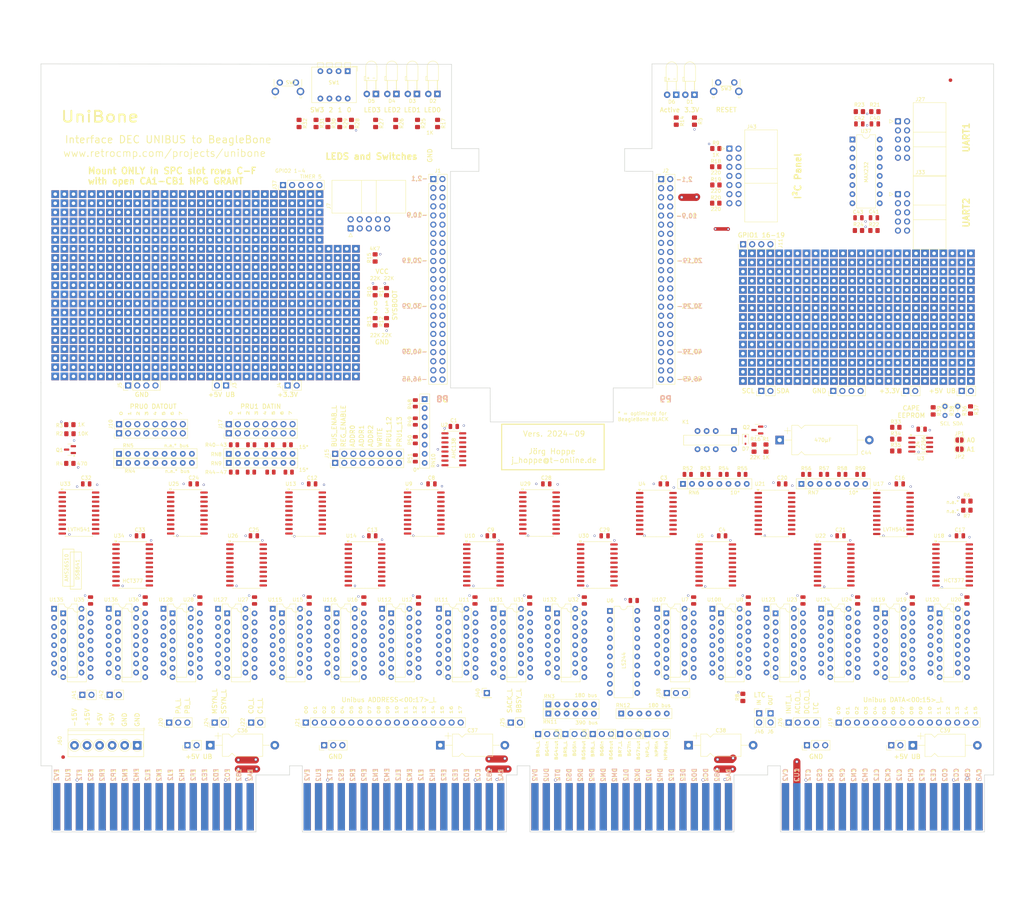
<source format=kicad_pcb>
(kicad_pcb (version 20240108) (generator "pcbnew") (generator_version "8.0")
  (title_block (title "UniBone Quad Height Flip Chip ") (date "2018-04-27") (rev "V1.0") (company "retrocmp.com") (comment 1 "Joerg Hoppe"))
  (layers (0 "F.Cu" signal) (1 "In1.Cu" power) (2 "In2.Cu" power) (31 "B.Cu" signal) (34 "B.Paste" user) (35 "F.Paste" user) (36 "B.SilkS" user "B.Silkscreen") (37 "F.SilkS" user "F.Silkscreen") (38 "B.Mask" user) (39 "F.Mask" user) (44 "Edge.Cuts" user))
  (net 0 "")
  (net 1 "+3.3V")
  (net 2 "GND")
  (net 3 "Net-(U37-C1-)")
  (net 4 "Net-(U37-C1+)")
  (net 5 "Net-(U37-C2-)")
  (net 6 "Net-(U37-C2+)")
  (net 7 "Net-(U37-VS+)")
  (net 8 "BUTTON")
  (net 9 "PRU1_13")
  (net 10 "PRU1_12")
  (net 11 "PRU1_08")
  (net 12 "PRU1_10")
  (net 13 "PRU1_09")
  (net 14 "PRU1_11")
  (net 15 "PRU1_06")
  (net 16 "PRU1_07")
  (net 17 "PRU1_05")
  (net 18 "I2C2_SCL")
  (net 19 "I2C2_SDA")
  (net 20 "UB_5V")
  (net 21 "UB_SACK_L")
  (net 22 "UB_A15_L")
  (net 23 "UB_A16_L")
  (net 24 "UB_C1_L")
  (net 25 "UB_A00_L")
  (net 26 "UB_C0_L")
  (net 27 "UB_A13_L")
  (net 28 "UB_A08_L")
  (net 29 "UB_A07_L")
  (net 30 "UB_A04_L")
  (net 31 "UB_A03_L")
  (net 32 "UB_BR7_L")
  (net 33 "UB_BR6_L")
  (net 34 "UB_BR5_L")
  (net 35 "UB_BR4_L")
  (net 36 "UB_D06_L")
  (net 37 "UB_D02_L")
  (net 38 "UB_D03_L")
  (net 39 "UB_D00_L")
  (net 40 "UB_D01_L")
  (net 41 "UB_D05_L")
  (net 42 "UB_D04_L")
  (net 43 "UB_D07_L")
  (net 44 "UB_D08_L")
  (net 45 "UB_D09_L")
  (net 46 "UB_D10_L")
  (net 47 "UB_D12_L")
  (net 48 "UB_D13_L")
  (net 49 "UB_D14_L")
  (net 50 "UB_D15_L")
  (net 51 "UB_INTR_L")
  (net 52 "UB_NPR_L")
  (net 53 "UB_BBSY_L")
  (net 54 "UB_A05_L")
  (net 55 "UB_A06_L")
  (net 56 "UB_A09_L")
  (net 57 "UB_A10_L")
  (net 58 "UB_A11_L")
  (net 59 "UB_A14_L")
  (net 60 "UB_SSYN_L")
  (net 61 "UB_A01_L")
  (net 62 "UB_A02_L")
  (net 63 "UB_MSYN_L")
  (net 64 "UB_A17_L")
  (net 65 "UB_A12_L")
  (net 66 "UB_INIT_L")
  (net 67 "UB_PA_L")
  (net 68 "UB_D11_L")
  (net 69 "UB_DCLO_L")
  (net 70 "UB_PB_L")
  (net 71 "UB_ACLO_L")
  (net 72 "Net-(U37-VS-)")
  (net 73 "Net-(D1-K)")
  (net 74 "Net-(D2-K)")
  (net 75 "Net-(D3-K)")
  (net 76 "Net-(D4-K)")
  (net 77 "Net-(D5-K)")
  (net 78 "Net-(D6-K)")
  (net 79 "Net-(D7-A)")
  (net 82 "PRU1_01{slash}SYSBOOT1")
  (net 83 "PRU1_00{slash}SYSBOOT0")
  (net 84 "PRU1_03{slash}SYSBOOT3")
  (net 85 "PRU1_02{slash}SYSBOOT2")
  (net 86 "PRU1_04{slash}SYSBOOT4")
  (net 185 "Net-(J27-TXD)")
  (net 187 "Net-(J27-RXD)")
  (net 194 "Net-(J33-TXD)")
  (net 196 "Net-(J33-RXD)")
  (net 199 "+5VA")
  (net 200 "/misc-io/EEPROM_A0")
  (net 201 "UART1_TXD")
  (net 202 "UART1_RXD")
  (net 203 "Net-(J43-Pin_11)")
  (net 204 "Net-(J43-Pin_9)")
  (net 205 "Net-(J43-Pin_7)")
  (net 206 "/misc-io/EEPROM_A1")
  (net 209 "UART2_TXD")
  (net 210 "UART2_RXD")
  (net 211 "Net-(Q1-B)")
  (net 212 "Net-(Q2-B)")
  (net 213 "Net-(U37-R1OUT)")
  (net 214 "Net-(U37-R2OUT)")
  (net 215 "GPIO1_6__38")
  (net 216 "GPIO1_7__39")
  (net 217 "GPIO1_2__34")
  (net 218 "GPIO1_3__35")
  (net 219 "GPIO1_5__37")
  (net 220 "GPIO1_4__36")
  (net 221 "GPIO1_1__33")
  (net 222 "GPIO1_0__32")
  (net 223 "PRU0_07")
  (net 224 "PRU0_05")
  (net 225 "PRU0_03")
  (net 226 "PRU0_01")
  (net 227 "PRU0_02")
  (net 228 "PRU0_00")
  (net 229 "PRU0_06")
  (net 230 "PRU0_04")
  (net 231 "Net-(U3-A2)")
  (net 233 "Net-(U4-A7)")
  (net 234 "Net-(U4-A6)")
  (net 235 "Net-(U4-A5)")
  (net 236 "Net-(U4-A4)")
  (net 237 "/SELECT6_L")
  (net 238 "/SELECT5_L")
  (net 239 "/SELECT4_L")
  (net 240 "/SELECT3_L")
  (net 241 "/SELECT2_L")
  (net 242 "/SELECT1_L")
  (net 243 "/SELECT7_L")
  (net 244 "/SELECT0_L")
  (net 245 "BUS_ENABLE")
  (net 246 "GPIO1_14__46")
  (net 247 "BUS_ENABLE_L")
  (net 248 "GPIO2_2_66")
  (net 249 "GPIO2_3_67")
  (net 250 "GPIO2_4_68")
  (net 251 "GPIO2_1_65")
  (net 252 "GPIO1_18_50")
  (net 253 "GPIO1_16_48")
  (net 254 "GPIO1_19_51")
  (net 255 "GPIO1_17_49")
  (net 256 "Net-(C44-Pad1)")
  (net 257 "/TTL_IN_OUT/BUS_IN_DAT6")
  (net 258 "/TTL_IN_OUT/BUS_IN_DAT7")
  (net 259 "Net-(U4-A3)")
  (net 260 "REG_DATOUT_0")
  (net 261 "REG_DATOUT_1")
  (net 262 "REG_DATOUT_2")
  (net 263 "REG_DATOUT_3")
  (net 264 "REG_DATOUT_4")
  (net 265 "REG_DATOUT_5")
  (net 266 "REG_DATOUT_6")
  (net 267 "REG_DATOUT_7")
  (net 268 "REG_DATIN_0")
  (net 269 "REG_DATIN_1")
  (net 270 "REG_DATIN_2")
  (net 271 "REG_DATIN_3")
  (net 272 "REG_DATIN_4")
  (net 273 "REG_DATIN_5")
  (net 274 "REG_DATIN_6")
  (net 275 "REG_DATIN_7")
  (net 276 "REG_ADR0")
  (net 277 "REG_ADR1")
  (net 278 "REG_ADR2")
  (net 279 "REG_WRITE")
  (net 280 "UB_LTC")
  (net 281 "BG4_IN_H")
  (net 282 "BG4_OUT_H")
  (net 283 "BG5_IN_H")
  (net 284 "BG5_OUT_H")
  (net 285 "BG6_IN_H")
  (net 286 "BG6_OUT_H")
  (net 287 "BG7_IN_H")
  (net 288 "BG7_OUT_H")
  (net 289 "NPG_IN_H")
  (net 290 "NPG_OUT_H")
  (net 291 "Net-(U4-A2)")
  (net 292 "Net-(U4-A1)")
  (net 293 "Net-(U4-A0)")
  (net 295 "PANEL_RESET_L")
  (net 296 "SYSRESET_L")
  (net 297 "UB_15V")
  (net 298 "UB_-15V")
  (net 299 "TIMER5")
  (net 300 "LED_BUS_ACTIVITY")
  (net 301 "LTC_OUT")
  (net 302 "LTC_IN")
  (net 303 "/TTL_IN_OUT/busdriver2/bus3")
  (net 304 "/DS8641-ARB/busdriver4/bus4")
  (net 305 "/DS8641-ADR167+MSYN/busdriver4/bus4")
  (net 306 "/DS8641-ADR167+MSYN/busdriver4/bus3")
  (net 307 "/DS8641-SSYN+MISC/busdriver4/bus3")
  (net 308 "/DS8641-SSYN+MISC/busdriver4/bus4")
  (net 309 "/TTL_IN_OUT/busdriver2/in1")
  (net 310 "/TTL_IN_OUT/busdriver1/in3")
  (net 311 "/TTL_IN_OUT/busdriver1/in4")
  (net 312 "/TTL_IN_OUT/busdriver1/in2")
  (net 313 "/TTL_IN_OUT/busdriver1/in1")
  (net 314 "/TTL_IN_OUT/busdriver2/in2")
  (net 315 "/TTL_IN_OUT/busdriver2/in3")
  (net 316 "/TTL_IN_OUT/busdriver2/out2")
  (net 317 "/TTL_IN_OUT/busdriver2/out4")
  (net 318 "/TTL_IN_OUT/busdriver2/out1")
  (net 319 "/TTL_IN_OUT/busdriver2/out3")
  (net 320 "/TTL_IN_OUT/busdriver1/out3")
  (net 321 "/TTL_IN_OUT/busdriver1/out2")
  (net 322 "/TTL_IN_OUT/busdriver1/out1")
  (net 323 "/TTL_IN_OUT/busdriver1/out4")
  (net 324 "/DS8641-ADR07/busdriver3/out4")
  (net 325 "/DS8641-ADR07/busdriver4/out2")
  (net 326 "/DS8641-ADR07/busdriver4/out1")
  (net 327 "/DS8641-ADR07/busdriver3/out3")
  (net 328 "/DS8641-ADR07/busdriver4/out4")
  (net 329 "/DS8641-ADR07/busdriver3/out1")
  (net 330 "/DS8641-ADR07/busdriver4/out3")
  (net 331 "/DS8641-ADR07/busdriver3/out2")
  (net 332 "/DS8641-ADR07/busdriver4/in3")
  (net 333 "/DS8641-ADR07/busdriver4/in4")
  (net 334 "/DS8641-ADR07/busdriver4/in1")
  (net 335 "/DS8641-ADR07/busdriver3/in3")
  (net 336 "/DS8641-ADR07/busdriver3/in4")
  (net 337 "/DS8641-ADR07/busdriver3/in1")
  (net 338 "/DS8641-ADR07/busdriver3/in2")
  (net 339 "/DS8641-ADR07/busdriver4/in2")
  (net 340 "/DS8641-ADR815/busdriver4/out1")
  (net 341 "/DS8641-ADR815/busdriver4/out4")
  (net 342 "/DS8641-ADR815/busdriver3/out4")
  (net 343 "/DS8641-ADR815/busdriver3/out3")
  (net 344 "/DS8641-ADR815/busdriver4/out3")
  (net 345 "/DS8641-ADR815/busdriver3/out2")
  (net 346 "/DS8641-ADR815/busdriver3/out1")
  (net 347 "/DS8641-ADR815/busdriver4/out2")
  (net 348 "/DS8641-ADR815/busdriver4/in1")
  (net 349 "/DS8641-ADR815/busdriver3/in3")
  (net 350 "/DS8641-ADR815/busdriver4/in3")
  (net 351 "/DS8641-ADR815/busdriver3/in2")
  (net 352 "/DS8641-ADR815/busdriver3/in1")
  (net 353 "/DS8641-ADR815/busdriver4/in4")
  (net 354 "/DS8641-ADR815/busdriver3/in4")
  (net 355 "/DS8641-ADR815/busdriver4/in2")
  (net 356 "/DS8641-DAT07/busdriver4/out1")
  (net 357 "/DS8641-DAT07/busdriver3/out2")
  (net 358 "/DS8641-DAT07/busdriver4/out2")
  (net 359 "/DS8641-DAT07/busdriver4/out3")
  (net 360 "/DS8641-DAT07/busdriver4/out4")
  (net 361 "/DS8641-DAT07/busdriver3/out1")
  (net 362 "/DS8641-DAT07/busdriver3/out4")
  (net 363 "/DS8641-DAT07/busdriver3/out3")
  (net 364 "/DS8641-DAT07/busdriver3/in2")
  (net 365 "/DS8641-DAT07/busdriver3/in1")
  (net 366 "/DS8641-DAT07/busdriver4/in1")
  (net 367 "/DS8641-DAT07/busdriver4/in3")
  (net 368 "/DS8641-DAT07/busdriver4/in4")
  (net 369 "/DS8641-DAT07/busdriver3/in3")
  (net 370 "/DS8641-DAT07/busdriver3/in4")
  (net 371 "/DS8641-DAT07/busdriver4/in2")
  (net 372 "/DS8641-DAT815/busdriver4/out2")
  (net 373 "/DS8641-DAT815/busdriver3/out2")
  (net 374 "/DS8641-DAT815/busdriver3/out4")
  (net 375 "/DS8641-DAT815/busdriver4/out3")
  (net 376 "/DS8641-DAT815/busdriver3/out1")
  (net 377 "/DS8641-DAT815/busdriver3/out3")
  (net 378 "/DS8641-DAT815/busdriver4/out4")
  (net 379 "/DS8641-DAT815/busdriver4/out1")
  (net 380 "/DS8641-DAT815/busdriver3/in1")
  (net 381 "/DS8641-DAT815/busdriver3/in2")
  (net 382 "/DS8641-DAT815/busdriver4/in4")
  (net 383 "/DS8641-DAT815/busdriver4/in3")
  (net 384 "/DS8641-DAT815/busdriver3/in3")
  (net 385 "/DS8641-DAT815/busdriver4/in1")
  (net 386 "/DS8641-DAT815/busdriver4/in2")
  (net 387 "/DS8641-DAT815/busdriver3/in4")
  (net 388 "/DS8641-ADR167+MSYN/busdriver4/out2")
  (net 389 "/DS8641-ADR167+MSYN/busdriver3/out4")
  (net 390 "/DS8641-ADR167+MSYN/busdriver4/out4")
  (net 391 "/DS8641-ADR167+MSYN/busdriver3/out1")
  (net 392 "/DS8641-ADR167+MSYN/busdriver4/out1")
  (net 393 "/DS8641-ADR167+MSYN/busdriver3/out2")
  (net 394 "/DS8641-ADR167+MSYN/busdriver3/out3")
  (net 395 "/DS8641-ADR167+MSYN/busdriver4/out3")
  (net 396 "/DS8641-ADR167+MSYN/busdriver4/in1")
  (net 397 "/DS8641-ADR167+MSYN/busdriver4/in2")
  (net 398 "/DS8641-ADR167+MSYN/busdriver4/in4")
  (net 399 "/DS8641-ADR167+MSYN/busdriver3/in4")
  (net 400 "/DS8641-ADR167+MSYN/busdriver3/in2")
  (net 401 "/DS8641-ADR167+MSYN/busdriver4/in3")
  (net 402 "/DS8641-ADR167+MSYN/busdriver3/in3")
  (net 403 "/DS8641-ADR167+MSYN/busdriver3/in1")
  (net 404 "/DS8641-ARB/busdriver3/out1")
  (net 405 "/DS8641-ARB/busdriver4/out3")
  (net 406 "/DS8641-ARB/busdriver3/out3")
  (net 407 "/DS8641-ARB/busdriver3/out4")
  (net 408 "/DS8641-ARB/busdriver4/out4")
  (net 409 "/DS8641-ARB/busdriver3/out2")
  (net 410 "/DS8641-ARB/busdriver4/out2")
  (net 411 "/DS8641-ARB/busdriver4/out1")
  (net 412 "/DS8641-ARB/busdriver3/in2")
  (net 413 "/DS8641-ARB/busdriver4/in2")
  (net 414 "/DS8641-ARB/busdriver4/in1")
  (net 415 "/DS8641-ARB/busdriver4/in4")
  (net 416 "/DS8641-ARB/busdriver3/in4")
  (net 417 "/DS8641-ARB/busdriver3/in1")
  (net 418 "/DS8641-ARB/busdriver4/in3")
  (net 419 "/DS8641-ARB/busdriver3/in3")
  (net 420 "/DS8641-SSYN+MISC/busdriver3/out3")
  (net 421 "/DS8641-SSYN+MISC/busdriver4/out4")
  (net 422 "/DS8641-SSYN+MISC/busdriver4/out2")
  (net 423 "/DS8641-SSYN+MISC/busdriver4/out3")
  (net 424 "/DS8641-SSYN+MISC/busdriver3/out4")
  (net 425 "/DS8641-SSYN+MISC/busdriver4/out1")
  (net 426 "/DS8641-SSYN+MISC/busdriver3/out1")
  (net 427 "/DS8641-SSYN+MISC/busdriver3/out2")
  (net 428 "/DS8641-SSYN+MISC/busdriver3/in4")
  (net 429 "/DS8641-SSYN+MISC/busdriver3/in1")
  (net 430 "/DS8641-SSYN+MISC/busdriver4/in3")
  (net 431 "/DS8641-SSYN+MISC/busdriver3/in3")
  (net 432 "/DS8641-SSYN+MISC/busdriver4/in1")
  (net 433 "/DS8641-SSYN+MISC/busdriver3/in2")
  (net 434 "/DS8641-SSYN+MISC/busdriver4/in2")
  (net 435 "/DS8641-SSYN+MISC/busdriver4/in4")
  (footprint "mals-library-pcb:HOLE-3MM" (layer "F.Cu") (at 29.9974 36.83)
    (property "Reference" "H1" (hide yes))
    (property "Value" "NPTH" (hide yes))
  )
  (footprint "mals-library-pcb:HOLE-3MM" (layer "F.Cu") (at 80.7974 36.83)
    (property "Reference" "H2" (hide yes))
    (property "Value" "NPTH" (hide yes))
  )
  (footprint "mals-library-pcb:HOLE-3MM" (layer "F.Cu") (at 283.997 36.83)
    (property "Reference" "H8" (hide yes))
    (property "Value" "NPTH" (hide yes))
  )
  (footprint "mals-library-pcb:HOLE-3MM" (layer "F.Cu") (at 233.197 36.83)
    (property "Reference" "H7" (hide yes))
    (property "Value" "NPTH" (hide yes))
  )
  (footprint "jh:dec-conn-quad-ht-pins-only_CDEF" (layer "F.Cu") (at 289.514 247.01)
    (property "Reference" "J16" (hide yes))
    (property "Value" "CONN-DEC-QUAD-CDEF")
  )
  (footprint "jh:Lochraster_Square_breit" (layer "F.Cu") (at 275.544 87.63)
    (property "Reference" "_191105121140_1139" (hide yes))
    (property "Value" "" (hide yes))
  )
  (footprint "jh:Lochraster_Square_breit" (layer "F.Cu") (at 272.958 87.63)
    (property "Reference" "_191105121140_1138" (hide yes))
    (property "Value" "" (hide yes))
  )
  (footprint "jh:Lochraster_Square_breit" (layer "F.Cu") (at 270.418 87.63)
    (property "Reference" "_191105121140_1137" (hide yes))
    (property "Value" "" (hide yes))
  )
  (footprint "jh:Lochraster_Square_breit" (layer "F.Cu") (at 267.924 87.63)
    (property "Reference" "_191105121140_1136" (hide yes))
    (property "Value" "" (hide yes))
  )
  (footprint "jh:Lochraster_Square_breit" (layer "F.Cu") (at 265.338 87.63)
    (property "Reference" "_191105121140_1135" (hide yes))
    (property "Value" "" (hide yes))
  )
  (footprint "jh:Lochraster_Square_breit" (layer "F.Cu") (at 262.798 87.63)
    (property "Reference" "_191105121140_1134" (hide yes))
    (property "Value" "" (hide yes))
  )
  (footprint "jh:Lochraster_Square_breit" (layer "F.Cu") (at 260.258 87.63)
    (property "Reference" "_191105121140_1133" (hide yes))
    (property "Value" "" (hide yes))
  )
  (footprint "jh:Lochraster_Square_breit" (layer "F.Cu") (at 257.718 87.63)
    (property "Reference" "_191105121140_1132" (hide yes))
    (property "Value" "" (hide yes))
  )
  (footprint "jh:Lochraster_Square_breit" (layer "F.Cu") (at 255.178 87.63)
    (property "Reference" "_191105121140_1131" (hide yes))
    (property "Value" "" (hide yes))
  )
  (footprint "jh:Lochraster_Square_breit" (layer "F.Cu") (at 252.638 87.63)
    (property "Reference" "_191105121140_1130" (hide yes))
    (property "Value" "" (hide yes))
  )
  (footprint "jh:Lochraster_Square_breit" (layer "F.Cu") (at 229.778 87.63)
    (property "Reference" "_191105121140_1129" (hide yes))
    (property "Value" "" (hide yes))
  )
  (footprint "jh:Lochraster_Square_breit" (layer "F.Cu") (at 227.284 87.63)
    (property "Reference" "_191105121140_1128" (hide yes))
    (property "Value" "" (hide yes))
  )
  (footprint "jh:Lochraster_Square_breit" (layer "F.Cu") (at 224.744 87.63)
    (property "Reference" "_191105121140_1127" (hide yes))
    (property "Value" "" (hide yes))
  )
  (footprint "jh:Lochraster_Square_breit" (layer "F.Cu") (at 222.158 87.63)
    (property "Reference" "_191105121140_1126" (hide yes))
    (property "Value" "" (hide yes))
  )
  (footprint "jh:Lochraster_Square_breit" (layer "F.Cu") (at 219.664 87.63)
    (property "Reference" "_191105121140_1125" (hide yes))
    (property "Value" "" (hide yes))
  )
  (footprint "jh:Lochraster_Square_breit" (layer "F.Cu") (at 78.74 96.52)
    (property "Reference" "_191105121140_539" (hide yes))
    (property "Value" "" (hide yes))
  )
  (footprint "jh:Lochraster_Square_breit" (layer "F.Cu") (at 81.28 96.52)
    (property "Reference" "_191105121140_538" (hide yes))
    (property "Value" "" (hide yes))
  )
  (footprint "jh:Lochraster_Square_breit" (layer "F.Cu") (at 91.44 96.52)
    (property "Reference" "_191105121140_537" (hide yes))
    (property "Value" "" (hide yes))
  )
  (footprint "jh:Lochraster_Square_breit" (layer "F.Cu") (at 83.82 96.52)
    (property "Reference" "_191105121140_536" (hide yes))
    (property "Value" "" (hide yes))
  )
  (footprint "jh:Lochraster_Square_breit" (layer "F.Cu") (at 86.36 96.52)
    (property "Reference" "_191105121140_535" (hide yes))
    (property "Value" "" (hide yes))
  )
  (footprint "jh:Lochraster_Square_breit" (layer "F.Cu") (at 93.98 96.52)
    (property "Reference" "_191105121140_534" (hide yes))
    (property "Value" "" (hide yes))
  )
  (footprint "jh:Lochraster_Square_breit" (layer "F.Cu") (at 99.06 96.52)
    (property "Reference" "_191105121140_533" (hide yes))
    (property "Value" "" (hide yes))
  )
  (footprint "jh:Lochraster_Square_breit" (layer "F.Cu") (at 101.6 96.52)
    (property "Reference" "_191105121140_532" (hide yes))
    (property "Value" "" (hide yes))
  )
  (footprint "jh:Lochraster_Square_breit" (layer "F.Cu") (at 40.64 96.52)
    (property "Reference" "_191105121140_531" (hide yes))
    (property "Value" "" (hide yes))
  )
  (footprint "jh:Lochraster_Square_breit" (layer "F.Cu") (at 48.26 96.52)
    (property "Reference" "_191105121140_530" (hide yes))
    (property "Value" "" (hide yes))
  )
  (footprint "jh:Lochraster_Square_breit" (layer "F.Cu") (at 38.1 96.52)
    (property "Reference" "_191105121140_529" (hide yes))
    (property "Value" "" (hide yes))
  )
  (footprint "jh:Lochraster_Square_breit" (layer "F.Cu") (at 35.56 96.52)
    (property "Reference" "_191105121140_528" (hide yes))
    (property "Value" "" (hide yes))
  )
  (footprint "jh:Lochraster_Square_breit" (layer "F.Cu") (at 73.66 96.52)
    (property "Reference" "_191105121140_527" (hide yes))
    (property "Value" "" (hide yes))
  )
  (footprint "jh:Lochraster_Square_breit" (layer "F.Cu") (at 71.12 96.52)
    (property "Reference" "_191105121140_526" (hide yes))
    (property "Value" "" (hide yes))
  )
  (footprint "jh:Lochraster_Square_breit" (layer "F.Cu") (at 63.5 96.52)
    (property "Reference" "_191105121140_525" (hide yes))
    (property "Value" "" (hide yes))
  )
  (footprint "jh:Lochraster_Square_breit" (layer "F.Cu") (at 27.94 96.52)
    (property "Reference" "_191105121140_523" (hide yes))
    (property "Value" "" (hide yes))
  )
  (footprint "jh:Lochraster_Square_breit" (layer "F.Cu") (at 30.48 96.52)
    (property "Reference" "_191105121140_522" (hide yes))
    (property "Value" "" (hide yes))
  )
  (footprint "jh:Lochraster_Square_breit" (layer "F.Cu") (at 45.72 96.52)
    (property "Reference" "_191105121140_521" (hide yes))
    (property "Value" "" (hide yes))
  )
  (footprint "jh:Lochraster_Square_breit" (layer "F.Cu") (at 33.02 96.52)
    (property "Reference" "_191105121140_520" (hide yes))
    (property "Value" "" (hide yes))
  )
  (footprint "jh:Lochraster_Square_breit" (layer "F.Cu") (at 43.18 96.52)
    (property "Reference" "_191105121140_519" (hide yes))
    (property "Value" "" (hide yes))
  )
  (footprint "jh:Lochraster_Square_breit" (layer "F.Cu") (at 111.76 96.52)
    (property "Reference" "_191105121140_518" (hide yes))
    (property "Value" "" (hide yes))
  )
  (footprint "jh:Lochraster_Square_breit" (layer "F.Cu") (at 104.14 96.52)
    (property "Reference" "_191105121140_517" (hide yes))
    (property "Value" "" (hide yes))
  )
  (footprint "jh:Lochraster_Square_breit" (layer "F.Cu") (at 96.52 96.52)
    (property "Reference" "_191105121140_516" (hide yes))
    (property "Value" "" (hide yes))
  )
  (footprint "jh:Lochraster_Square_breit" (layer "F.Cu") (at 106.68 96.52)
    (property "Reference" "_191105121140_515" (hide yes))
    (property "Value" "" (hide yes))
  )
  (footprint "jh:Lochraster_Square_breit" (layer "F.Cu") (at 109.22 96.52)
    (property "Reference" "_191105121140_514" (hide yes))
    (property "Value" "" (hide yes))
  )
  (footprint "jh:Lochraster_Square_breit" (layer "F.Cu") (at 76.2 96.52)
    (property "Reference" "_191105121140_513" (hide yes))
    (property "Value" "" (hide yes))
  )
  (footprint "jh:Lochraster_Square_breit" (layer "F.Cu") (at 66.04 96.52)
    (property "Reference" "_191105121140_512" (hide yes))
    (property "Value" "" (hide yes))
  )
  (footprint "jh:Lochraster_Square_breit" (layer "F.Cu") (at 55.88 96.52)
    (property "Reference" "_191105121140_511" (hide yes))
    (property "Value" "" (hide yes))
  )
  (footprint "jh:Lochraster_Square_breit" (layer "F.Cu") (at 53.34 96.52)
    (property "Reference" "_191105121140_510" (hide yes))
    (property "Value" "" (hide yes))
  )
  (footprint "jh:Lochraster_Square_breit" (layer "F.Cu") (at 58.42 96.52)
    (property "Reference" "_191105121140_509" (hide yes))
    (property "Value" "" (hide yes))
  )
  (footprint "jh:Lochraster_Square_breit" (layer "F.Cu") (at 50.8 96.52)
    (property "Reference" "_191105121140_508" (hide yes))
    (property "Value" "" (hide yes))
  )
  (footprint "jh:Lochraster_Square_breit" (layer "F.Cu") (at 60.96 96.52)
    (property "Reference" "_191105121140_507" (hide yes))
    (property "Value" "" (hide yes))
  )
  (footprint "jh:Lochraster_Square_breit" (layer "F.Cu") (at 68.58 96.52)
    (property "Reference" "_191105121140_506" (hide yes))
    (property "Value" "" (hide yes))
  )
  (footprint "jh:Lochraster_Square_breit" (layer "F.Cu") (at 88.9 96.52)
    (property "Reference" "_191105121140_505" (hide yes))
    (property "Value" "" (hide yes))
  )
  (footprint "jh:Lochraster_Square_breit" (layer "F.Cu") (at 68.58 93.98)
    (property "Reference" "_191105121140_504" (hide yes))
    (property "Value" "" (hide yes))
  )
  (footprint "jh:Lochraster_Square_breit" (layer "F.Cu") (at 58.42 93.98)
    (property "Reference" "_191105121140_503" (hide yes))
    (property "Value" "" (hide yes))
  )
  (footprint "jh:Lochraster_Square_breit" (layer "F.Cu") (at 50.8 93.98)
    (property "Reference" "_191105121140_502" (hide yes))
    (property "Value" "" (hide yes))
  )
  (footprint "jh:Lochraster_Square_breit" (layer "F.Cu") (at 60.96 93.98)
    (property "Reference" "_191105121140_501" (hide yes))
    (property "Value" "" (hide yes))
  )
  (footprint "jh:Lochraster_Square_breit" (layer "F.Cu") (at 55.88 93.98)
    (property "Reference" "_191105121140_500" (hide yes))
    (property "Value" "" (hide yes))
  )
  (footprint "jh:Lochraster_Square_breit" (layer "F.Cu") (at 53.34 93.98)
    (property "Reference" "_191105121140_499" (hide yes))
    (property "Value" "" (hide yes))
  )
  (footprint "jh:Lochraster_Square_breit" (layer "F.Cu") (at 88.9 93.98)
    (property "Reference" "_191105121140_498" (hide yes))
    (property "Value" "" (hide yes))
  )
  (footprint "jh:Lochraster_Square_breit" (layer "F.Cu") (at 66.04 93.98)
    (property "Reference" "_191105121140_497" (hide yes))
    (property "Value" "" (hide yes))
  )
  (footprint "jh:Lochraster_Square_breit" (layer "F.Cu") (at 38.1 93.98)
    (property "Reference" "_191105121140_496" (hide yes))
    (property "Value" "" (hide yes))
  )
  (footprint "jh:Lochraster_Square_breit" (layer "F.Cu") (at 99.06 93.98)
    (property "Reference" "_191105121140_495" (hide yes))
    (property "Value" "" (hide yes))
  )
  (footprint "jh:Lochraster_Square_breit" (layer "F.Cu") (at 45.72 93.98)
    (property "Reference" "_191105121140_494" (hide yes))
    (property "Value" "" (hide yes))
  )
  (footprint "jh:Lochraster_Square_breit" (layer "F.Cu") (at 111.76 93.98)
    (property "Reference" "_191105121140_493" (hide yes))
    (property "Value" "" (hide yes))
  )
  (footprint "jh:Lochraster_Square_breit" (layer "F.Cu") (at 104.14 93.98)
    (property "Reference" "_191105121140_492" (hide yes))
    (property "Value" "" (hide yes))
  )
  (footprint "jh:Lochraster_Square_breit" (layer "F.Cu") (at 83.82 93.98)
    (property "Reference" "_191105121140_491" (hide yes))
    (property "Value" "" (hide yes))
  )
  (footprint "jh:Lochraster_Square_breit" (layer "F.Cu") (at 96.52 93.98)
    (property "Reference" "_191105121140_490" (hide yes))
    (property "Value" "" (hide yes))
  )
  (footprint "jh:Lochraster_Square_breit" (layer "F.Cu") (at 91.44 93.98)
    (property "Reference" "_191105121140_489" (hide yes))
    (property "Value" "" (hide yes))
  )
  (footprint "jh:Lochraster_Square_breit" (layer "F.Cu") (at 27.94 93.98)
    (property "Reference" "_191105121140_488" (hide yes))
    (property "Value" "" (hide yes))
  )
  (footprint "jh:Lochraster_Square_breit" (layer "F.Cu") (at 48.26 93.98)
    (property "Reference" "_191105121140_487" (hide yes))
    (property "Value" "" (hide yes))
  )
  (footprint "jh:Lochraster_Square_breit" (layer "F.Cu") (at 78.74 93.98)
    (property "Reference" "_191105121140_486" (hide yes))
    (property "Value" "" (hide yes))
  )
  (footprint "jh:Lochraster_Square_breit" (layer "F.Cu") (at 109.22 93.98)
    (property "Reference" "_191105121140_485" (hide yes))
    (property "Value" "" (hide yes))
  )
  (footprint "jh:Lochraster_Square_breit" (layer "F.Cu") (at 71.12 93.98)
    (property "Reference" "_191105121140_484" (hide yes))
    (property "Value" "" (hide yes))
  )
  (footprint "jh:Lochraster_Square_breit" (layer "F.Cu") (at 106.68 93.98)
    (property "Reference" "_191105121140_483" (hide yes))
    (property "Value" "" (hide yes))
  )
  (footprint "jh:Lochraster_Square_breit" (layer "F.Cu") (at 76.2 93.98)
    (property "Reference" "_191105121140_482" (hide yes))
    (property "Value" "" (hide yes))
  )
  (footprint "jh:Lochraster_Square_breit" (layer "F.Cu") (at 101.6 93.98)
    (property "Reference" "_191105121140_481" (hide yes))
    (property "Value" "" (hide yes))
  )
  (footprint "jh:Lochraster_Square_breit" (layer "F.Cu") (at 40.64 93.98)
    (property "Reference" "_191105121140_480" (hide yes))
    (property "Value" "" (hide yes))
  )
  (footprint "jh:Lochraster_Square_breit" (layer "F.Cu") (at 73.66 93.98)
    (property "Reference" "_191105121140_479" (hide yes))
    (property "Value" "" (hide yes))
  )
  (footprint "jh:Lochraster_Square_breit" (layer "F.Cu") (at 63.5 93.98)
    (property "Reference" "_191105121140_478" (hide yes))
    (property "Value" "" (hide yes))
  )
  (footprint "jh:Lochraster_Square_breit" (layer "F.Cu") (at 33.02 93.98)
    (property "Reference" "_191105121140_477" (hide yes))
    (property "Value" "" (hide yes))
  )
  (footprint "jh:Lochraster_Square_breit" (layer "F.Cu") (at 81.28 93.98)
    (property "Reference" "_191105121140_476" (hide yes))
    (property "Value" "" (hide yes))
  )
  (footprint "jh:Lochraster_Square_breit" (layer "F.Cu") (at 86.36 93.98)
    (property "Reference" "_191105121140_475" (hide yes))
    (property "Value" "" (hide yes))
  )
  (footprint "jh:Lochraster_Square_breit" (layer "F.Cu") (at 93.98 93.98)
    (property "Reference" "_191105121140_474" (hide yes))
    (property "Value" "" (hide yes))
  )
  (footprint "jh:Lochraster_Square_breit" (layer "F.Cu") (at 35.56 93.98)
    (property "Reference" "_191105121140_472" (hide yes))
    (property "Value" "" (hide yes))
  )
  (footprint "jh:Lochraster_Square_breit" (layer "F.Cu") (at 30.48 93.98)
    (property "Reference" "_191105121140_471" (hide yes))
    (property "Value" "" (hide yes))
  )
  (footprint "jh:Lochraster_Square_breit" (layer "F.Cu") (at 43.18 93.98)
    (property "Reference" "_191105121140_470" (hide yes))
    (property "Value" "" (hide yes))
  )
  (footprint "jh:Lochraster_Square_breit" (layer "F.Cu") (at 111.76 91.44)
    (property "Reference" "_191105121140_469" (hide yes))
    (property "Value" "" (hide yes))
  )
  (footprint "jh:Lochraster_Square_breit" (layer "F.Cu") (at 88.9 91.44)
    (property "Reference" "_191105121140_468" (hide yes))
    (property "Value" "" (hide yes))
  )
  (footprint "jh:Lochraster_Square_breit" (layer "F.Cu") (at 27.94 91.44)
    (property "Reference" "_191105121140_467" (hide yes))
    (property "Value" "" (hide yes))
  )
  (footprint "jh:Lochraster_Square_breit" (layer "F.Cu") (at 78.74 91.44)
    (property "Reference" "_191105121140_466" (hide yes))
    (property "Value" "" (hide yes))
  )
  (footprint "jh:Lochraster_Square_breit" (layer "F.Cu") (at 73.66 91.44)
    (property "Reference" "_191105121140_465" (hide yes))
    (property "Value" "" (hide yes))
  )
  (footprint "jh:Lochraster_Square_breit" (layer "F.Cu") (at 33.02 91.44)
    (property "Reference" "_191105121140_464" (hide yes))
    (property "Value" "" (hide yes))
  )
  (footprint "jh:Lochraster_Square_breit" (layer "F.Cu") (at 86.36 91.44)
    (property "Reference" "_191105121140_463" (hide yes))
    (property "Value" "" (hide yes))
  )
  (footprint "jh:Lochraster_Square_breit" (layer "F.Cu") (at 30.48 91.44)
    (property "Reference" "_191105121140_462" (hide yes))
    (property "Value" "" (hide yes))
  )
  (footprint "jh:Lochraster_Square_breit" (layer "F.Cu") (at 68.58 91.44)
    (property "Reference" "_191105121140_461" (hide yes))
    (property "Value" "" (hide yes))
  )
  (footprint "jh:Lochraster_Square_breit" (layer "F.Cu") (at 101.6 91.44)
    (property "Reference" "_191105121140_460" (hide yes))
    (property "Value" "" (hide yes))
  )
  (footprint "jh:Lochraster_Square_breit" (layer "F.Cu") (at 35.56 91.44)
    (property "Reference" "_191105121140_459" (hide yes))
    (property "Value" "" (hide yes))
  )
  (footprint "jh:Lochraster_Square_breit" (layer "F.Cu") (at 53.34 91.44)
    (property "Reference" "_191105121140_458" (hide yes))
    (property "Value" "" (hide yes))
  )
  (footprint "jh:Lochraster_Square_breit" (layer "F.Cu") (at 91.44 91.44)
    (property "Reference" "_191105121140_457" (hide yes))
    (property "Value" "" (hide yes))
  )
  (footprint "jh:Lochraster_Square_breit" (layer "F.Cu") (at 71.12 91.44)
    (property "Reference" "_191105121140_456" (hide yes))
    (property "Value" "" (hide yes))
  )
  (footprint "jh:Lochraster_Square_breit" (layer "F.Cu") (at 93.98 91.44)
    (property "Reference" "_191105121140_455" (hide yes))
    (property "Value" "" (hide yes))
  )
  (footprint "jh:Lochraster_Square_breit" (layer "F.Cu") (at 104.14 91.44)
    (property "Reference" "_191105121140_454" (hide yes))
    (property "Value" "" (hide yes))
  )
  (footprint "jh:Lochraster_Square_breit" (layer "F.Cu") (at 50.8 91.44)
    (property "Reference" "_191105121140_453" (hide yes))
    (property "Value" "" (hide yes))
  )
  (footprint "jh:Lochraster_Square_breit" (layer "F.Cu") (at 66.04 91.44)
    (property "Reference" "_191105121140_452" (hide yes))
    (property "Value" "" (hide yes))
  )
  (footprint "jh:Lochraster_Square_breit" (layer "F.Cu") (at 99.06 91.44)
    (property "Reference" "_191105121140_451" (hide yes))
    (property "Value" "" (hide yes))
  )
  (footprint "jh:Lochraster_Square_breit" (layer "F.Cu") (at 106.68 91.44)
    (property "Reference" "_191105121140_450" (hide yes))
    (property "Value" "" (hide yes))
  )
  (footprint "jh:Lochraster_Square_breit" (layer "F.Cu") (at 76.2 91.44)
    (property "Reference" "_191105121140_449" (hide yes))
    (property "Value" "" (hide yes))
  )
  (footprint "jh:Lochraster_Square_breit" (layer "F.Cu") (at 40.64 91.44)
    (property "Reference" "_191105121140_448" (hide yes))
    (property "Value" "" (hide yes))
  )
  (footprint "jh:Lochraster_Square_breit" (layer "F.Cu") (at 38.1 91.44)
    (property "Reference" "_191105121140_447" (hide yes))
    (property "Value" "" (hide yes))
  )
  (footprint "jh:Lochraster_Square_breit" (layer "F.Cu") (at 45.72 91.44)
    (property "Reference" "_191105121140_446" (hide yes))
    (property "Value" "" (hide yes))
  )
  (footprint "jh:Lochraster_Square_breit" (layer "F.Cu") (at 60.96 91.44)
    (property "Reference" "_191105121140_445" (hide yes))
    (property "Value" "" (hide yes))
  )
  (footprint "jh:Lochraster_Square_breit" (layer "F.Cu") (at 58.42 91.44)
    (property "Reference" "_191105121140_444" (hide yes))
    (property "Value" "" (hide yes))
  )
  (footprint "jh:Lochraster_Square_breit" (layer "F.Cu") (at 55.88 91.44)
    (property "Reference" "_191105121140_443" (hide yes))
    (property "Value" "" (hide yes))
  )
  (footprint "jh:Lochraster_Square_breit" (layer "F.Cu") (at 83.82 91.44)
    (property "Reference" "_191105121140_442" (hide yes))
    (property "Value" "" (hide yes))
  )
  (footprint "jh:Lochraster_Square_breit" (layer "F.Cu") (at 96.52 91.44)
    (property "Reference" "_191105121140_441" (hide yes))
    (property "Value" "" (hide yes))
  )
  (footprint "jh:Lochraster_Square_breit" (layer "F.Cu") (at 48.26 91.44)
    (property "Reference" "_191105121140_440" (hide yes))
    (property "Value" "" (hide yes))
  )
  (footprint "jh:Lochraster_Square_breit" (layer "F.Cu") (at 109.22 91.44)
    (property "Reference" "_191105121140_439" (hide yes))
    (property "Value" "" (hide yes))
  )
  (footprint "jh:Lochraster_Square_breit" (layer "F.Cu") (at 63.5 91.44)
    (property "Reference" "_191105121140_438" (hide yes))
    (property "Value" "" (hide yes))
  )
  (footprint "jh:Lochraster_Square_breit" (layer "F.Cu") (at 81.28 91.44)
    (property "Reference" "_191105121140_437" (hide yes))
    (property "Value" "" (hide yes))
  )
  (footprint "jh:Lochraster_Square_breit" (layer "F.Cu") (at 43.18 91.44)
    (property "Reference" "_191105121140_435" (hide yes))
    (property "Value" "" (hide yes))
  )
  (footprint "jh:Lochraster_Square_breit" (layer "F.Cu") (at 78.74 88.9)
    (property "Reference" "_191105121140_434" (hide yes))
    (property "Value" "" (hide yes))
  )
  (footprint "jh:Lochraster_Square_breit" (layer "F.Cu") (at 111.76 88.9)
    (property "Reference" "_191105121140_433" (hide yes))
    (property "Value" "" (hide yes))
  )
  (footprint "jh:Lochraster_Square_breit" (layer "F.Cu") (at 88.9 88.9)
    (property "Reference" "_191105121140_432" (hide yes))
    (property "Value" "" (hide yes))
  )
  (footprint "jh:Lochraster_Square_breit" (layer "F.Cu") (at 27.94 88.9)
    (property "Reference" "_191105121140_431" (hide yes))
    (property "Value" "" (hide yes))
  )
  (footprint "jh:Lochraster_Square_breit" (layer "F.Cu") (at 73.66 88.9)
    (property "Reference" "_191105121140_430" (hide yes))
    (property "Value" "" (hide yes))
  )
  (footprint "jh:Lochraster_Square_breit" (layer "F.Cu") (at 86.36 88.9)
    (property "Reference" "_191105121140_429" (hide yes))
    (property "Value" "" (hide yes))
  )
  (footprint "jh:Lochraster_Square_breit" (layer "F.Cu") (at 30.48 88.9)
    (property "Reference" "_191105121140_428" (hide yes))
    (property "Value" "" (hide yes))
  )
  (footprint "jh:Lochraster_Square_breit" (layer "F.Cu") (at 68.58 88.9)
    (property "Reference" "_191105121140_427" (hide yes))
    (property "Value" "" (hide yes))
  )
  (footprint "jh:Lochraster_Square_breit" (layer "F.Cu") (at 53.34 88.9)
    (property "Reference" "_191105121140_426" (hide yes))
    (property "Value" "" (hide yes))
  )
  (footprint "jh:Lochraster_Square_breit" (layer "F.Cu") (at 91.44 88.9)
    (property "Reference" "_191105121140_425" (hide yes))
    (property "Value" "" (hide yes))
  )
  (footprint "jh:Lochraster_Square_breit" (layer "F.Cu") (at 101.6 88.9)
    (property "Reference" "_191105121140_424" (hide yes))
    (property "Value" "" (hide yes))
  )
  (footprint "jh:Lochraster_Square_breit" (layer "F.Cu") (at 71.12 88.9)
    (property "Reference" "_191105121140_423" (hide yes))
    (property "Value" "" (hide yes))
  )
  (footprint "jh:Lochraster_Square_breit" (layer "F.Cu") (at 93.98 88.9)
    (property "Reference" "_191105121140_422" (hide yes))
    (property "Value" "" (hide yes))
  )
  (footprint "jh:Lochraster_Square_breit" (layer "F.Cu") (at 104.14 88.9)
    (property "Reference" "_191105121140_421" (hide yes))
    (property "Value" "" (hide yes))
  )
  (footprint "jh:Lochraster_Square_breit" (layer "F.Cu") (at 33.02 88.9)
    (property "Reference" "_191105121140_420" (hide yes))
    (property "Value" "" (hide yes))
  )
  (footprint "jh:Lochraster_Square_breit" (layer "F.Cu") (at 50.8 88.9)
    (property "Reference" "_191105121140_419" (hide yes))
    (property "Value" "" (hide yes))
  )
  (footprint "jh:Lochraster_Square_breit" (layer "F.Cu") (at 35.56 88.9)
    (property "Reference" "_191105121140_418" (hide yes))
    (property "Value" "" (hide yes))
  )
  (footprint "jh:Lochraster_Square_breit" (layer "F.Cu") (at 66.04 88.9)
    (property "Reference" "_191105121140_417" (hide yes))
    (property "Value" "" (hide yes))
  )
  (footprint "jh:Lochraster_Square_breit" (layer "F.Cu") (at 106.68 88.9)
    (property "Reference" "_191105121140_416" (hide yes))
    (property "Value" "" (hide yes))
  )
  (footprint "jh:Lochraster_Square_breit" (layer "F.Cu") (at 76.2 88.9)
    (property "Reference" "_191105121140_415" (hide yes))
    (property "Value" "" (hide yes))
  )
  (footprint "jh:Lochraster_Square_breit" (layer "F.Cu") (at 99.06 88.9)
    (property "Reference" "_191105121140_414" (hide yes))
    (property "Value" "" (hide yes))
  )
  (footprint "jh:Lochraster_Square_breit" (layer "F.Cu") (at 109.22 88.9)
    (property "Reference" "_191105121140_413" (hide yes))
    (property "Value" "" (hide yes))
  )
  (footprint "jh:Lochraster_Square_breit" (layer "F.Cu") (at 38.1 88.9)
    (property "Reference" "_191105121140_412" (hide yes))
    (property "Value" "" (hide yes))
  )
  (footprint "jh:Lochraster_Square_breit" (layer "F.Cu") (at 55.88 88.9)
    (property "Reference" "_191105121140_411" (hide yes))
    (property "Value" "" (hide yes))
  )
  (footprint "jh:Lochraster_Square_breit" (layer "F.Cu") (at 83.82 88.9)
    (property "Reference" "_191105121140_410" (hide yes))
    (property "Value" "" (hide yes))
  )
  (footprint "jh:Lochraster_Square_breit" (layer "F.Cu") (at 96.52 88.9)
    (property "Reference" "_191105121140_409" (hide yes))
    (property "Value" "" (hide yes))
  )
  (footprint "jh:Lochraster_Square_breit" (layer "F.Cu") (at 60.96 88.9)
    (property "Reference" "_191105121140_408" (hide yes))
    (property "Value" "" (hide yes))
  )
  (footprint "jh:Lochraster_Square_breit" (layer "F.Cu") (at 81.28 88.9)
    (property "Reference" "_191105121140_407" (hide yes))
    (property "Value" "" (hide yes))
  )
  (footprint "jh:Lochraster_Square_breit" (layer "F.Cu") (at 43.18 88.9)
    (property "Reference" "_191105121140_405" (hide yes))
    (property "Value" "" (hide yes))
  )
  (footprint "jh:Lochraster_Square_breit" (layer "F.Cu") (at 58.42 88.9)
    (property "Reference" "_191105121140_404" (hide yes))
    (property "Value" "" (hide yes))
  )
  (footprint "jh:Lochraster_Square_breit" (layer "F.Cu") (at 40.64 88.9)
    (property "Reference" "_191105121140_403" (hide yes))
    (property "Value" "" (hide yes))
  )
  (footprint "jh:Lochraster_Square_breit" (layer "F.Cu") (at 48.26 88.9)
    (property "Reference" "_191105121140_402" (hide yes))
    (property "Value" "" (hide yes))
  )
  (footprint "jh:Lochraster_Square_breit" (layer "F.Cu") (at 63.5 88.9)
    (property "Reference" "_191105121140_401" (hide yes))
    (property "Value" "" (hide yes))
  )
  (footprint "jh:Lochraster_Square_breit" (layer "F.Cu") (at 45.72 88.9)
    (property "Reference" "_191105121140_400" (hide yes))
    (property "Value" "" (hide yes))
  )
  (footprint "jh:Lochraster_Square_breit" (layer "F.Cu") (at 111.76 86.36)
    (property "Reference" "_191105121140_399" (hide yes))
    (property "Value" "" (hide yes))
  )
  (footprint "jh:Lochraster_Square_breit" (layer "F.Cu") (at 104.14 86.36)
    (property "Reference" "_191105121140_398" (hide yes))
    (property "Value" "" (hide yes))
  )
  (footprint "jh:Lochraster_Square_breit" (layer "F.Cu") (at 91.44 86.36)
    (property "Reference" "_191105121140_397" (hide yes))
    (property "Value" "" (hide yes))
  )
  (footprint "jh:Lochraster_Square_breit" (layer "F.Cu") (at 73.66 86.36)
    (property "Reference" "_191105121140_396" (hide yes))
    (property "Value" "" (hide yes))
  )
  (footprint "jh:Lochraster_Square_breit" (layer "F.Cu") (at 106.68 86.36)
    (property "Reference" "_191105121140_395" (hide yes))
    (property "Value" "" (hide yes))
  )
  (footprint "jh:Lochraster_Square_breit" (layer "F.Cu") (at 99.06 86.36)
    (property "Reference" "_191105121140_394" (hide yes))
    (property "Value" "" (hide yes))
  )
  (footprint "jh:Lochraster_Square_breit" (layer "F.Cu") (at 55.88 86.36)
    (property "Reference" "_191105121140_393" (hide yes))
    (property "Value" "" (hide yes))
  )
  (footprint "jh:Lochraster_Square_breit" (layer "F.Cu") (at 96.52 86.36)
    (property "Reference" "_191105121140_392" (hide yes))
    (property "Value" "" (hide yes))
  )
  (footprint "jh:Lochraster_Square_breit" (layer "F.Cu") (at 109.22 86.36)
    (property "Reference" "_191105121140_391" (hide yes))
    (property "Value" "" (hide yes))
  )
  (footprint "jh:Lochraster_Square_breit" (layer "F.Cu") (at 58.42 86.36)
    (property "Reference" "_191105121140_390" (hide yes))
    (property "Value" "" (hide yes))
  )
  (footprint "jh:Lochraster_Square_breit" (layer "F.Cu") (at 30.48 86.36)
    (property "Reference" "_191105121140_389" (hide yes))
    (property "Value" "" (hide yes))
  )
  (footprint "jh:Lochraster_Square_breit" (layer "F.Cu") (at 81.28 86.36)
    (property "Reference" "_191105121140_388" (hide yes))
    (property "Value" "" (hide yes))
  )
  (footprint "jh:Lochraster_Square_breit" (layer "F.Cu") (at 45.72 86.36)
    (property "Reference" "_191105121140_387" (hide yes))
    (property "Value" "" (hide yes))
  )
  (footprint "jh:Lochraster_Square_breit" (layer "F.Cu") (at 86.36 86.36)
    (property "Reference" "_191105121140_386" (hide yes))
    (property "Value" "" (hide yes))
  )
  (footprint "jh:Lochraster_Square_breit" (layer "F.Cu") (at 27.94 86.36)
    (property "Reference" "_191105121140_385" (hide yes))
    (property "Value" "" (hide yes))
  )
  (footprint "jh:Lochraster_Square_breit" (layer "F.Cu") (at 33.02 86.36)
    (property "Reference" "_191105121140_384" (hide yes))
    (property "Value" "" (hide yes))
  )
  (footprint "jh:Lochraster_Square_breit" (layer "F.Cu") (at 43.18 86.36)
    (property "Reference" "_191105121140_383" (hide yes))
    (property "Value" "" (hide yes))
  )
  (footprint "jh:Lochraster_Square_breit" (layer "F.Cu") (at 78.74 86.36)
    (property "Reference" "_191105121140_382" (hide yes))
    (property "Value" "" (hide yes))
  )
  (footprint "jh:Lochraster_Square_breit" (layer "F.Cu") (at 88.9 86.36)
    (property "Reference" "_191105121140_381" (hide yes))
    (property "Value" "" (hide yes))
  )
  (footprint "jh:Lochraster_Square_breit" (layer "F.Cu") (at 68.58 86.36)
    (property "Reference" "_191105121140_380" (hide yes))
    (property "Value" "" (hide yes))
  )
  (footprint "jh:Lochraster_Square_breit" (layer "F.Cu") (at 53.34 86.36)
    (property "Reference" "_191105121140_379" (hide yes))
    (property "Value" "" (hide yes))
  )
  (footprint "jh:Lochraster_Square_breit" (layer "F.Cu") (at 101.6 86.36)
    (property "Reference" "_191105121140_378" (hide yes))
    (property "Value" "" (hide yes))
  )
  (footprint "jh:Lochraster_Square_breit" (layer "F.Cu") (at 71.12 86.36)
    (property "Reference" "_191105121140_377" (hide yes))
    (property "Value" "" (hide yes))
  )
  (footprint "jh:Lochraster_Square_breit" (layer "F.Cu") (at 93.98 86.36)
    (property "Reference" "_191105121140_376" (hide yes))
    (property "Value" "" (hide yes))
  )
  (footprint "jh:Lochraster_Square_breit" (layer "F.Cu") (at 50.8 86.36)
    (property "Reference" "_191105121140_375" (hide yes))
    (property "Value" "" (hide yes))
  )
  (footprint "jh:Lochraster_Square_breit" (layer "F.Cu") (at 35.56 86.36)
    (property "Reference" "_191105121140_374" (hide yes))
    (property "Value" "" (hide yes))
  )
  (footprint "jh:Lochraster_Square_breit" (layer "F.Cu") (at 66.04 86.36)
    (property "Reference" "_191105121140_373" (hide yes))
    (property "Value" "" (hide yes))
  )
  (footprint "jh:Lochraster_Square_breit" (layer "F.Cu") (at 76.2 86.36)
    (property "Reference" "_191105121140_372" (hide yes))
    (property "Value" "" (hide yes))
  )
  (footprint "jh:Lochraster_Square_breit" (layer "F.Cu") (at 38.1 86.36)
    (property "Reference" "_191105121140_371" (hide yes))
    (property "Value" "" (hide yes))
  )
  (footprint "jh:Lochraster_Square_breit" (layer "F.Cu") (at 83.82 86.36)
    (property "Reference" "_191105121140_370" (hide yes))
    (property "Value" "" (hide yes))
  )
  (footprint "jh:Lochraster_Square_breit" (layer "F.Cu") (at 60.96 86.36)
    (property "Reference" "_191105121140_369" (hide yes))
    (property "Value" "" (hide yes))
  )
  (footprint "jh:Lochraster_Square_breit" (layer "F.Cu") (at 48.26 86.36)
    (property "Reference" "_191105121140_367" (hide yes))
    (property "Value" "" (hide yes))
  )
  (footprint "jh:Lochraster_Square_breit" (layer "F.Cu") (at 40.64 86.36)
    (property "Reference" "_191105121140_366" (hide yes))
    (property "Value" "" (hide yes))
  )
  (footprint "jh:Lochraster_Square_breit" (layer "F.Cu") (at 63.5 86.36)
    (property "Reference" "_191105121140_365" (hide yes))
    (property "Value" "" (hide yes))
  )
  (footprint "jh:Lochraster_Square_breit" (layer "F.Cu") (at 73.66 83.82)
    (property "Reference" "_191105121140_363" (hide yes))
    (property "Value" "" (hide yes))
  )
  (footprint "jh:Lochraster_Square_breit" (layer "F.Cu") (at 99.06 83.82)
    (property "Reference" "_191105121140_362" (hide yes))
    (property "Value" "" (hide yes))
  )
  (footprint "jh:Lochraster_Square_breit" (layer "F.Cu") (at 55.88 83.82)
    (property "Reference" "_191105121140_361" (hide yes))
    (property "Value" "" (hide yes))
  )
  (footprint "jh:Lochraster_Square_breit" (layer "F.Cu") (at 58.42 83.82)
    (property "Reference" "_191105121140_359" (hide yes))
    (property "Value" "" (hide yes))
  )
  (footprint "jh:Lochraster_Square_breit" (layer "F.Cu") (at 30.48 83.82)
    (property "Reference" "_191105121140_358" (hide yes))
    (property "Value" "" (hide yes))
  )
  (footprint "jh:Lochraster_Square_breit" (layer "F.Cu") (at 81.28 83.82)
    (property "Reference" "_191105121140_356" (hide yes))
    (property "Value" "" (hide yes))
  )
  (footprint "jh:Lochraster_Square_breit" (layer "F.Cu") (at 91.44 83.82)
    (property "Reference" "_191105121140_354" (hide yes))
    (property "Value" "" (hide yes))
  )
  (footprint "jh:Lochraster_Square_breit" (layer "F.Cu") (at 96.52 83.82)
    (property "Reference" "_191105121140_353" (hide yes))
    (property "Value" "" (hide yes))
  )
  (footprint "jh:Lochraster_Square_breit" (layer "F.Cu") (at 45.72 83.82)
    (property "Reference" "_191105121140_352" (hide yes))
    (property "Value" "" (hide yes))
  )
  (footprint "jh:Lochraster_Square_breit" (layer "F.Cu") (at 86.36 83.82)
    (property "Reference" "_191105121140_351" (hide yes))
    (property "Value" "" (hide yes))
  )
  (footprint "jh:Lochraster_Square_breit" (layer "F.Cu") (at 27.94 83.82)
    (property "Reference" "_191105121140_350" (hide yes))
    (property "Value" "" (hide yes))
  )
  (footprint "jh:Lochraster_Square_breit" (layer "F.Cu") (at 43.18 83.82)
    (property "Reference" "_191105121140_349" (hide yes))
    (property "Value" "" (hide yes))
  )
  (footprint "jh:Lochraster_Square_breit" (layer "F.Cu") (at 35.56 83.82)
    (property "Reference" "_191105121140_348" (hide yes))
    (property "Value" "" (hide yes))
  )
  (footprint "jh:Lochraster_Square_breit" (layer "F.Cu") (at 101.6 83.82)
    (property "Reference" "_191105121140_347" (hide yes))
    (property "Value" "" (hide yes))
  )
  (footprint "jh:Lochraster_Square_breit" (layer "F.Cu") (at 66.04 83.82)
    (property "Reference" "_191105121140_346" (hide yes))
    (property "Value" "" (hide yes))
  )
  (footprint "jh:Lochraster_Square_breit" (layer "F.Cu") (at 93.98 83.82)
    (property "Reference" "_191105121140_345" (hide yes))
    (property "Value" "" (hide yes))
  )
  (footprint "jh:Lochraster_Square_breit" (layer "F.Cu") (at 71.12 83.82)
    (property "Reference" "_191105121140_344" (hide yes))
    (property "Value" "" (hide yes))
  )
  (footprint "jh:Lochraster_Square_breit" (layer "F.Cu") (at 68.58 83.82)
    (property "Reference" "_191105121140_343" (hide yes))
    (property "Value" "" (hide yes))
  )
  (footprint "jh:Lochraster_Square_breit" (layer "F.Cu") (at 40.64 83.82)
    (property "Reference" "_191105121140_342" (hide yes))
    (property "Value" "" (hide yes))
  )
  (footprint "jh:Lochraster_Square_breit" (layer "F.Cu") (at 83.82 83.82)
    (property "Reference" "_191105121140_341" (hide yes))
    (property "Value" "" (hide yes))
  )
  (footprint "jh:Lochraster_Square_breit" (layer "F.Cu") (at 63.5 83.82)
    (property "Reference" "_191105121140_340" (hide yes))
    (property "Value" "" (hide yes))
  )
  (footprint "jh:Lochraster_Square_breit" (layer "F.Cu") (at 53.34 83.82)
    (property "Reference" "_191105121140_339" (hide yes))
    (property "Value" "" (hide yes))
  )
  (footprint "jh:Lochraster_Square_breit" (layer "F.Cu") (at 76.2 83.82)
    (property "Reference" "_191105121140_337" (hide yes))
    (property "Value" "" (hide yes))
  )
  (footprint "jh:Lochraster_Square_breit" (layer "F.Cu") (at 38.1 83.82)
    (property "Reference" "_191105121140_336" (hide yes))
    (property "Value" "" (hide yes))
  )
  (footprint "jh:Lochraster_Square_breit" (layer "F.Cu") (at 33.02 83.82)
    (property "Reference" "_191105121140_335" (hide yes))
    (property "Value" "" (hide yes))
  )
  (footprint "jh:Lochraster_Square_breit" (layer "F.Cu") (at 88.9 83.82)
    (property "Reference" "_191105121140_334" (hide yes))
    (property "Value" "" (hide yes))
  )
  (footprint "jh:Lochraster_Square_breit" (layer "F.Cu") (at 78.74 83.82)
    (property "Reference" "_191105121140_333" (hide yes))
    (property "Value" "" (hide yes))
  )
  (footprint "jh:Lochraster_Square_breit" (layer "F.Cu") (at 50.8 83.82)
    (property "Reference" "_191105121140_332" (hide yes))
    (property "Value" "" (hide yes))
  )
  (footprint "jh:Lochraster_Square_breit" (layer "F.Cu") (at 60.96 83.82)
    (property "Reference" "_191105121140_331" (hide yes))
    (property "Value" "" (hide yes))
  )
  (footprint "jh:Lochraster_Square_breit" (layer "F.Cu") (at 48.26 83.82)
    (property "Reference" "_191105121140_330" (hide yes))
    (property "Value" "" (hide yes))
  )
  (footprint "jh:Lochraster_Square_breit" (layer "F.Cu") (at 81.28 81.28)
    (property "Reference" "_191105121140_329" (hide yes))
    (property "Value" "" (hide yes))
  )
  (footprint "jh:Lochraster_Square_breit" (layer "F.Cu") (at 93.98 81.28)
    (property "Reference" "_191105121140_328" (hide yes))
    (property "Value" "" (hide yes))
  )
  (footprint "jh:Lochraster_Square_breit" (layer "F.Cu") (at 99.06 81.28)
    (property "Reference" "_191105121140_327" (hide yes))
    (property "Value" "" (hide yes))
  )
  (footprint "jh:Lochraster_Square_breit" (layer "F.Cu") (at 86.36 81.28)
    (property "Reference" "_191105121140_326" (hide yes))
    (property "Value" "" (hide yes))
  )
  (footprint "jh:Lochraster_Square_breit" (layer "F.Cu") (at 53.34 81.28)
    (property "Reference" "_191105121140_325" (hide yes))
    (property "Value" "" (hide yes))
  )
  (footprint "jh:Lochraster_Square_breit" (layer "F.Cu") (at 73.66 81.28)
    (property "Reference" "_191105121140_324" (hide yes))
    (property "Value" "" (hide yes))
  )
  (footprint "jh:Lochraster_Square_breit" (layer "F.Cu") (at 58.42 81.28)
    (property "Reference" "_191105121140_322" (hide yes))
    (property "Value" "" (hide yes))
  )
  (footprint "jh:Lochraster_Square_breit" (layer "F.Cu") (at 30.48 81.28)
    (property "Reference" "_191105121140_321" (hide yes))
    (property "Value" "" (hide yes))
  )
  (footprint "jh:Lochraster_Square_breit" (layer "F.Cu") (at 27.94 81.28)
    (property "Reference" "_191105121140_319" (hide yes))
    (property "Value" "" (hide yes))
  )
  (footprint "jh:Lochraster_Square_breit" (layer "F.Cu") (at 101.6 81.28)
    (property "Reference" "_191105121140_318" (hide yes))
    (property "Value" "" (hide yes))
  )
  (footprint "jh:Lochraster_Square_breit" (layer "F.Cu") (at 55.88 81.28)
    (property "Reference" "_191105121140_317" (hide yes))
    (property "Value" "" (hide yes))
  )
  (footprint "jh:Lochraster_Square_breit" (layer "F.Cu") (at 96.52 81.28)
    (property "Reference" "_191105121140_316" (hide yes))
    (property "Value" "" (hide yes))
  )
  (footprint "jh:Lochraster_Square_breit" (layer "F.Cu") (at 91.44 81.28)
    (property "Reference" "_191105121140_314" (hide yes))
    (property "Value" "" (hide yes))
  )
  (footprint "jh:Lochraster_Square_breit" (layer "F.Cu") (at 43.18 81.28)
    (property "Reference" "_191105121140_312" (hide yes))
    (property "Value" "" (hide yes))
  )
  (footprint "jh:Lochraster_Square_breit" (layer "F.Cu") (at 45.72 81.28)
    (property "Reference" "_191105121140_311" (hide yes))
    (property "Value" "" (hide yes))
  )
  (footprint "jh:Lochraster_Square_breit" (layer "F.Cu") (at 35.56 81.28)
    (property "Reference" "_191105121140_310" (hide yes))
    (property "Value" "" (hide yes))
  )
  (footprint "jh:Lochraster_Square_breit" (layer "F.Cu") (at 66.04 81.28)
    (property "Reference" "_191105121140_309" (hide yes))
    (property "Value" "" (hide yes))
  )
  (footprint "jh:Lochraster_Square_breit" (layer "F.Cu") (at 71.12 81.28)
    (property "Reference" "_191105121140_308" (hide yes))
    (property "Value" "" (hide yes))
  )
  (footprint "jh:Lochraster_Square_breit" (layer "F.Cu") (at 68.58 81.28)
    (property "Reference" "_191105121140_307" (hide yes))
    (property "Value" "" (hide yes))
  )
  (footprint "jh:Lochraster_Square_breit" (layer "F.Cu") (at 40.64 81.28)
    (property "Reference" "_191105121140_306" (hide yes))
    (property "Value" "" (hide yes))
  )
  (footprint "jh:Lochraster_Square_breit" (layer "F.Cu") (at 83.82 81.28)
    (property "Reference" "_191105121140_305" (hide yes))
    (property "Value" "" (hide yes))
  )
  (footprint "jh:Lochraster_Square_breit" (layer "F.Cu") (at 63.5 81.28)
    (property "Reference" "_191105121140_304" (hide yes))
    (property "Value" "" (hide yes))
  )
  (footprint "jh:Lochraster_Square_breit" (layer "F.Cu") (at 76.2 81.28)
    (property "Reference" "_191105121140_302" (hide yes))
    (property "Value" "" (hide yes))
  )
  (footprint "jh:Lochraster_Square_breit" (layer "F.Cu") (at 33.02 81.28)
    (property "Reference" "_191105121140_301" (hide yes))
    (property "Value" "" (hide yes))
  )
  (footprint "jh:Lochraster_Square_breit" (layer "F.Cu") (at 78.74 81.28)
    (property "Reference" "_191105121140_300" (hide yes))
    (property "Value" "" (hide yes))
  )
  (footprint "jh:Lochraster_Square_breit" (layer "F.Cu") (at 50.8 81.28)
    (property "Reference" "_191105121140_299" (hide yes))
    (property "Value" "" (hide yes))
  )
  (footprint "jh:Lochraster_Square_breit" (layer "F.Cu") (at 88.9 81.28)
    (property "Reference" "_191105121140_298" (hide yes))
    (property "Value" "" (hide yes))
  )
  (footprint "jh:Lochraster_Square_breit" (layer "F.Cu") (at 48.26 81.28)
    (property "Reference" "_191105121140_297" (hide yes))
    (property "Value" "" (hide yes))
  )
  (footprint "jh:Lochraster_Square_breit" (layer "F.Cu") (at 38.1 81.28)
    (property "Reference" "_191105121140_296" (hide yes))
    (property "Value" "" (hide yes))
  )
  (footprint "jh:Lochraster_Square_breit" (layer "F.Cu") (at 60.96 81.28)
    (property "Reference" "_191105121140_295" (hide yes))
    (property "Value" "" (hide yes))
  )
  (footprint "jh:Lochraster_Square_breit" (layer "F.Cu") (at 99.06 78.74)
    (property "Reference" "_191105121140_294" (hide yes))
    (property "Value" "" (hide yes))
  )
  (footprint "jh:Lochraster_Square_breit" (layer "F.Cu") (at 86.36 78.74)
    (property "Reference" "_191105121140_293" (hide yes))
    (property "Value" "" (hide yes))
  )
  (footprint "jh:Lochraster_Square_breit" (layer "F.Cu") (at 53.34 78.74)
    (property "Reference" "_191105121140_292" (hide yes))
    (property "Value" "" (hide yes))
  )
  (footprint "jh:Lochraster_Square_breit" (layer "F.Cu") (at 73.66 78.74)
    (property "Reference" "_191105121140_291" (hide yes))
    (property "Value" "" (hide yes))
  )
  (footprint "jh:Lochraster_Square_breit" (layer "F.Cu") (at 58.42 78.74)
    (property "Reference" "_191105121140_289" (hide yes))
    (property "Value" "" (hide yes))
  )
  (footprint "jh:Lochraster_Square_breit" (layer "F.Cu") (at 30.48 78.74)
    (property "Reference" "_191105121140_288" (hide yes))
    (property "Value" "" (hide yes))
  )
  (footprint "jh:Lochraster_Square_breit" (layer "F.Cu") (at 81.28 78.74)
    (property "Reference" "_191105121140_287" (hide yes))
    (property "Value" "" (hide yes))
  )
  (footprint "jh:Lochraster_Square_breit" (layer "F.Cu") (at 93.98 78.74)
    (property "Reference" "_191105121140_286" (hide yes))
    (property "Value" "" (hide yes))
  )
  (footprint "jh:Lochraster_Square_breit" (layer "F.Cu") (at 38.1 78.74)
    (property "Reference" "_191105121140_285" (hide yes))
    (property "Value" "" (hide yes))
  )
  (footprint "jh:Lochraster_Square_breit" (layer "F.Cu") (at 33.02 78.74)
    (property "Reference" "_191105121140_284" (hide yes))
    (property "Value" "" (hide yes))
  )
  (footprint "jh:Lochraster_Square_breit" (layer "F.Cu") (at 83.82 78.74)
    (property "Reference" "_191105121140_283" (hide yes))
    (property "Value" "" (hide yes))
  )
  (footprint "jh:Lochraster_Square_breit" (layer "F.Cu") (at 63.5 78.74)
    (property "Reference" "_191105121140_282" (hide yes))
    (property "Value" "" (hide yes))
  )
  (footprint "jh:Lochraster_Square_breit" (layer "F.Cu") (at 88.9 78.74)
    (property "Reference" "_191105121140_281" (hide yes))
    (property "Value" "" (hide yes))
  )
  (footprint "jh:Lochraster_Square_breit" (layer "F.Cu") (at 43.18 78.74)
    (property "Reference" "_191105121140_279" (hide yes))
    (property "Value" "" (hide yes))
  )
  (footprint "jh:Lochraster_Square_breit" (layer "F.Cu") (at 27.94 78.74)
    (property "Reference" "_191105121140_277" (hide yes))
    (property "Value" "" (hide yes))
  )
  (footprint "jh:Lochraster_Square_breit" (layer "F.Cu") (at 50.8 78.74)
    (property "Reference" "_191105121140_276" (hide yes))
    (property "Value" "" (hide yes))
  )
  (footprint "jh:Lochraster_Square_breit" (layer "F.Cu") (at 35.56 78.74)
    (property "Reference" "_191105121140_275" (hide yes))
    (property "Value" "" (hide yes))
  )
  (footprint "jh:Lochraster_Square_breit" (layer "F.Cu") (at 68.58 78.74)
    (property "Reference" "_191105121140_273" (hide yes))
    (property "Value" "" (hide yes))
  )
  (footprint "jh:Lochraster_Square_breit" (layer "F.Cu") (at 91.44 78.74)
    (property "Reference" "_191105121140_272" (hide yes))
    (property "Value" "" (hide yes))
  )
  (footprint "jh:Lochraster_Square_breit" (layer "F.Cu") (at 71.12 78.74)
    (property "Reference" "_191105121140_270" (hide yes))
    (property "Value" "" (hide yes))
  )
  (footprint "jh:Lochraster_Square_breit" (layer "F.Cu") (at 96.52 78.74)
    (property "Reference" "_191105121140_269" (hide yes))
    (property "Value" "" (hide yes))
  )
  (footprint "jh:Lochraster_Square_breit" (layer "F.Cu") (at 45.72 78.74)
    (property "Reference" "_191105121140_268" (hide yes))
    (property "Value" "" (hide yes))
  )
  (footprint "jh:Lochraster_Square_breit" (layer "F.Cu") (at 76.2 78.74)
    (property "Reference" "_191105121140_267" (hide yes))
    (property "Value" "" (hide yes))
  )
  (footprint "jh:Lochraster_Square_breit" (layer "F.Cu") (at 66.04 78.74)
    (property "Reference" "_191105121140_266" (hide yes))
    (property "Value" "" (hide yes))
  )
  (footprint "jh:Lochraster_Square_breit" (layer "F.Cu") (at 40.64 78.74)
    (property "Reference" "_191105121140_265" (hide yes))
    (property "Value" "" (hide yes))
  )
  (footprint "jh:Lochraster_Square_breit" (layer "F.Cu") (at 78.74 78.74)
    (property "Reference" "_191105121140_264" (hide yes))
    (property "Value" "" (hide yes))
  )
  (footprint "jh:Lochraster_Square_breit" (layer "F.Cu") (at 55.88 78.74)
    (property "Reference" "_191105121140_263" (hide yes))
    (property "Value" "" (hide yes))
  )
  (footprint "jh:Lochraster_Square_breit" (layer "F.Cu") (at 101.6 78.74)
    (property "Reference" "_191105121140_262" (hide yes))
    (property "Value" "" (hide yes))
  )
  (footprint "jh:Lochraster_Square_breit" (layer "F.Cu") (at 48.26 78.74)
    (property "Reference" "_191105121140_261" (hide yes))
    (property "Value" "" (hide yes))
  )
  (footprint "jh:Lochraster_Square_breit" (layer "F.Cu") (at 60.96 78.74)
    (property "Reference" "_191105121140_260" (hide yes))
    (property "Value" "" (hide yes))
  )
  (footprint "jh:Lochraster_Square_breit" (layer "F.Cu") (at 30.48 76.2)
    (property "Reference" "_191105121140_259" (hide yes))
    (property "Value" "" (hide yes))
  )
  (footprint "jh:Lochraster_Square_breit" (layer "F.Cu") (at 38.1 76.2)
    (property "Reference" "_191105121140_258" (hide yes))
    (property "Value" "" (hide yes))
  )
  (footprint "jh:Lochraster_Square_breit" (layer "F.Cu") (at 53.34 76.2)
    (property "Reference" "_191105121140_257" (hide yes))
    (property "Value" "" (hide yes))
  )
  (footprint "jh:Lochraster_Square_breit" (layer "F.Cu") (at 88.9 76.2)
    (property "Reference" "_191105121140_256" (hide yes))
    (property "Value" "" (hide yes))
  )
  (footprint "jh:Lochraster_Square_breit" (layer "F.Cu") (at 58.42 76.2)
    (property "Reference" "_191105121140_253" (hide yes))
    (property "Value" "" (hide yes))
  )
  (footprint "jh:Lochraster_Square_breit" (layer "F.Cu") (at 81.28 76.2)
    (property "Reference" "_191105121140_252" (hide yes))
    (property "Value" "" (hide yes))
  )
  (footprint "jh:Lochraster_Square_breit" (layer "F.Cu") (at 73.66 76.2)
    (property "Reference" "_191105121140_251" (hide yes))
    (property "Value" "" (hide yes))
  )
  (footprint "jh:Lochraster_Square_breit" (layer "F.Cu") (at 50.8 76.2)
    (property "Reference" "_191105121140_250" (hide yes))
    (property "Value" "" (hide yes))
  )
  (footprint "jh:Lochraster_Square_breit" (layer "F.Cu") (at 86.36 76.2)
    (property "Reference" "_191105121140_249" (hide yes))
    (property "Value" "" (hide yes))
  )
  (footprint "jh:Lochraster_Square_breit" (layer "F.Cu") (at 99.06 76.2)
    (property "Reference" "_191105121140_248" (hide yes))
    (property "Value" "" (hide yes))
  )
  (footprint "jh:Lochraster_Square_breit" (layer "F.Cu") (at 93.98 76.2)
    (property "Reference" "_191105121140_246" (hide yes))
    (property "Value" "" (hide yes))
  )
  (footprint "jh:Lochraster_Square_breit" (layer "F.Cu") (at 33.02 76.2)
    (property "Reference" "_191105121140_245" (hide yes))
    (property "Value" "" (hide yes))
  )
  (footprint "jh:Lochraster_Square_breit" (layer "F.Cu") (at 83.82 76.2)
    (property "Reference" "_191105121140_244" (hide yes))
    (property "Value" "" (hide yes))
  )
  (footprint "jh:Lochraster_Square_breit" (layer "F.Cu") (at 63.5 76.2)
    (property "Reference" "_191105121140_243" (hide yes))
    (property "Value" "" (hide yes))
  )
  (footprint "jh:Lochraster_Square_breit" (layer "F.Cu") (at 43.18 76.2)
    (property "Reference" "_191105121140_241" (hide yes))
    (property "Value" "" (hide yes))
  )
  (footprint "jh:Lochraster_Square_breit" (layer "F.Cu") (at 27.94 76.2)
    (property "Reference" "_191105121140_239" (hide yes))
    (property "Value" "" (hide yes))
  )
  (footprint "jh:Lochraster_Square_breit" (layer "F.Cu") (at 35.56 76.2)
    (property "Reference" "_191105121140_238" (hide yes))
    (property "Value" "" (hide yes))
  )
  (footprint "jh:Lochraster_Square_breit" (layer "F.Cu") (at 68.58 76.2)
    (property "Reference" "_191105121140_237" (hide yes))
    (property "Value" "" (hide yes))
  )
  (footprint "jh:Lochraster_Square_breit" (layer "F.Cu") (at 91.44 76.2)
    (property "Reference" "_191105121140_236" (hide yes))
    (property "Value" "" (hide yes))
  )
  (footprint "jh:Lochraster_Square_breit" (layer "F.Cu") (at 71.12 76.2)
    (property "Reference" "_191105121140_235" (hide yes))
    (property "Value" "" (hide yes))
  )
  (footprint "jh:Lochraster_Square_breit" (layer "F.Cu") (at 96.52 76.2)
    (property "Reference" "_191105121140_234" (hide yes))
    (property "Value" "" (hide yes))
  )
  (footprint "jh:Lochraster_Square_breit" (layer "F.Cu") (at 45.72 76.2)
    (property "Reference" "_191105121140_233" (hide yes))
    (property "Value" "" (hide yes))
  )
  (footprint "jh:Lochraster_Square_breit" (layer "F.Cu") (at 76.2 76.2)
    (property "Reference" "_191105121140_232" (hide yes))
    (property "Value" "" (hide yes))
  )
  (footprint "jh:Lochraster_Square_breit" (layer "F.Cu") (at 66.04 76.2)
    (property "Reference" "_191105121140_231" (hide yes))
    (property "Value" "" (hide yes))
  )
  (footprint "jh:Lochraster_Square_breit" (layer "F.Cu") (at 40.64 76.2)
    (property "Reference" "_191105121140_230" (hide yes))
    (property "Value" "" (hide yes))
  )
  (footprint "jh:Lochraster_Square_breit" (layer "F.Cu") (at 55.88 76.2)
    (property "Reference" "_191105121140_229" (hide yes))
    (property "Value" "" (hide yes))
  )
  (footprint "jh:Lochraster_Square_breit" (layer "F.Cu") (at 101.6 76.2)
    (property "Reference" "_191105121140_228" (hide yes))
    (property "Value" "" (hide yes))
  )
  (footprint "jh:Lochraster_Square_breit" (layer "F.Cu") (at 48.26 76.2)
    (property "Reference" "_191105121140_227" (hide yes))
    (property "Value" "" (hide yes))
  )
  (footprint "jh:Lochraster_Square_breit" (layer "F.Cu") (at 78.74 76.2)
    (property "Reference" "_191105121140_226" (hide yes))
    (property "Value" "" (hide yes))
  )
  (footprint "jh:Lochraster_Square_breit" (layer "F.Cu") (at 60.96 76.2)
    (property "Reference" "_191105121140_225" (hide yes))
    (property "Value" "" (hide yes))
  )
  (footprint "jh:Lochraster_Square_breit" (layer "F.Cu") (at 30.48 73.66)
    (property "Reference" "_191105121140_224" (hide yes))
    (property "Value" "" (hide yes))
  )
  (footprint "jh:Lochraster_Square_breit" (layer "F.Cu") (at 38.1 73.66)
    (property "Reference" "_191105121140_223" (hide yes))
    (property "Value" "" (hide yes))
  )
  (footprint "jh:Lochraster_Square_breit" (layer "F.Cu") (at 53.34 73.66)
    (property "Reference" "_191105121140_222" (hide yes))
    (property "Value" "" (hide yes))
  )
  (footprint "jh:Lochraster_Square_breit" (layer "F.Cu") (at 86.36 73.66)
    (property "Reference" "_191105121140_221" (hide yes))
    (property "Value" "" (hide yes))
  )
  (footprint "jh:Lochraster_Square_breit" (layer "F.Cu") (at 45.72 73.66)
    (property "Reference" "_191105121140_220" (hide yes))
    (property "Value" "" (hide yes))
  )
  (footprint "jh:Lochraster_Square_breit" (layer "F.Cu") (at 99.06 73.66)
    (property "Reference" "_191105121140_219" (hide yes))
    (property "Value" "" (hide yes))
  )
  (footprint "jh:Lochraster_Square_breit" (layer "F.Cu") (at 96.52 73.66)
    (property "Reference" "_191105121140_216" (hide yes))
    (property "Value" "" (hide yes))
  )
  (footprint "jh:Lochraster_Square_breit" (layer "F.Cu") (at 101.6 73.66)
    (property "Reference" "_191105121140_215" (hide yes))
    (property "Value" "" (hide yes))
  )
  (footprint "jh:Lochraster_Square_breit" (layer "F.Cu") (at 88.9 73.66)
    (property "Reference" "_191105121140_214" (hide yes))
    (property "Value" "" (hide yes))
  )
  (footprint "jh:Lochraster_Square_breit" (layer "F.Cu") (at 63.5 73.66)
    (property "Reference" "_191105121140_213" (hide yes))
    (property "Value" "" (hide yes))
  )
  (footprint "jh:Lochraster_Square_breit" (layer "F.Cu") (at 33.02 73.66)
    (property "Reference" "_191105121140_212" (hide yes))
    (property "Value" "" (hide yes))
  )
  (footprint "jh:Lochraster_Square_breit" (layer "F.Cu") (at 68.58 73.66)
    (property "Reference" "_191105121140_211" (hide yes))
    (property "Value" "" (hide yes))
  )
  (footprint "jh:Lochraster_Square_breit" (layer "F.Cu") (at 66.04 73.66)
    (property "Reference" "_191105121140_210" (hide yes))
    (property "Value" "" (hide yes))
  )
  (footprint "jh:Lochraster_Square_breit" (layer "F.Cu") (at 91.44 73.66)
    (property "Reference" "_191105121140_209" (hide yes))
    (property "Value" "" (hide yes))
  )
  (footprint "jh:Lochraster_Square_breit" (layer "F.Cu") (at 55.88 73.66)
    (property "Reference" "_191105121140_208" (hide yes))
    (property "Value" "" (hide yes))
  )
  (footprint "jh:Lochraster_Square_breit" (layer "F.Cu") (at 50.8 73.66)
    (property "Reference" "_191105121140_207" (hide yes))
    (property "Value" "" (hide yes))
  )
  (footprint "jh:Lochraster_Square_breit" (layer "F.Cu") (at 73.66 73.66)
    (property "Reference" "_191105121140_206" (hide yes))
    (property "Value" "" (hide yes))
  )
  (footprint "jh:Lochraster_Square_breit" (layer "F.Cu") (at 58.42 73.66)
    (property "Reference" "_191105121140_204" (hide yes))
    (property "Value" "" (hide yes))
  )
  (footprint "jh:Lochraster_Square_breit" (layer "F.Cu") (at 81.28 73.66)
    (property "Reference" "_191105121140_203" (hide yes))
    (property "Value" "" (hide yes))
  )
  (footprint "jh:Lochraster_Square_breit" (layer "F.Cu") (at 93.98 73.66)
    (property "Reference" "_191105121140_202" (hide yes))
    (property "Value" "" (hide yes))
  )
  (footprint "jh:Lochraster_Square_breit" (layer "F.Cu") (at 43.18 73.66)
    (property "Reference" "_191105121140_200" (hide yes))
    (property "Value" "" (hide yes))
  )
  (footprint "jh:Lochraster_Square_breit" (layer "F.Cu") (at 27.94 73.66)
    (property "Reference" "_191105121140_199" (hide yes))
    (property "Value" "" (hide yes))
  )
  (footprint "jh:Lochraster_Square_breit" (layer "F.Cu") (at 35.56 73.66)
    (property "Reference" "_191105121140_198" (hide yes))
    (property "Value" "" (hide yes))
  )
  (footprint "jh:Lochraster_Square_breit" (layer "F.Cu") (at 71.12 73.66)
    (property "Reference" "_191105121140_197" (hide yes))
    (property "Value" "" (hide yes))
  )
  (footprint "jh:Lochraster_Square_breit" (layer "F.Cu") (at 83.82 73.66)
    (property "Reference" "_191105121140_195" (hide yes))
    (property "Value" "" (hide yes))
  )
  (footprint "jh:Lochraster_Square_breit" (layer "F.Cu") (at 76.2 73.66)
    (property "Reference" "_191105121140_194" (hide yes))
    (property "Value" "" (hide yes))
  )
  (footprint "jh:Lochraster_Square_breit" (layer "F.Cu") (at 40.64 73.66)
    (property "Reference" "_191105121140_193" (hide yes))
    (property "Value" "" (hide yes))
  )
  (footprint "jh:Lochraster_Square_breit" (layer "F.Cu") (at 48.26 73.66)
    (property "Reference" "_191105121140_192" (hide yes))
    (property "Value" "" (hide yes))
  )
  (footprint "jh:Lochraster_Square_breit" (layer "F.Cu") (at 78.74 73.66)
    (property "Reference" "_191105121140_191" (hide yes))
    (property "Value" "" (hide yes))
  )
  (footprint "jh:Lochraster_Square_breit" (layer "F.Cu") (at 60.96 73.66)
    (property "Reference" "_191105121140_190" (hide yes))
    (property "Value" "" (hide yes))
  )
  (footprint "jh:Lochraster_Square_breit" (layer "F.Cu") (at 30.48 71.12)
    (property "Reference" "_191105121140_189" (hide yes))
    (property "Value" "" (hide yes))
  )
  (footprint "jh:Lochraster_Square_breit" (layer "F.Cu") (at 96.52 71.12)
    (property "Reference" "_191105121140_188" (hide yes))
    (property "Value" "" (hide yes))
  )
  (footprint "jh:Lochraster_Square_breit" (layer "F.Cu") (at 99.06 71.12)
    (property "Reference" "_191105121140_187" (hide yes))
    (property "Value" "" (hide yes))
  )
  (footprint "jh:Lochraster_Square_breit" (layer "F.Cu") (at 33.02 71.12)
    (property "Reference" "_191105121140_186" (hide yes))
    (property "Value" "" (hide yes))
  )
  (footprint "jh:Lochraster_Square_breit" (layer "F.Cu") (at 38.1 71.12)
    (property "Reference" "_191105121140_185" (hide yes))
    (property "Value" "" (hide yes))
  )
  (footprint "jh:Lochraster_Square_breit" (layer "F.Cu") (at 86.36 71.12)
    (property "Reference" "_191105121140_184" (hide yes))
    (property "Value" "" (hide yes))
  )
  (footprint "jh:Lochraster_Square_breit" (layer "F.Cu") (at 101.6 71.12)
    (property "Reference" "_191105121140_183" (hide yes))
    (property "Value" "" (hide yes))
  )
  (footprint "jh:Lochraster_Square_breit" (layer "F.Cu") (at 27.94 71.12)
    (property "Reference" "_191105121140_181" (hide yes))
    (property "Value" "" (hide yes))
  )
  (footprint "jh:Lochraster_Square_breit" (layer "F.Cu") (at 53.34 71.12)
    (property "Reference" "_191105121140_180" (hide yes))
    (property "Value" "" (hide yes))
  )
  (footprint "jh:Lochraster_Square_breit" (layer "F.Cu") (at 45.72 71.12)
    (property "Reference" "_191105121140_179" (hide yes))
    (property "Value" "" (hide yes))
  )
  (footprint "jh:Lochraster_Square_breit" (layer "F.Cu") (at 88.9 71.12)
    (property "Reference" "_191105121140_176" (hide yes))
    (property "Value" "" (hide yes))
  )
  (footprint "jh:Lochraster_Square_breit" (layer "F.Cu") (at 63.5 71.12)
    (property "Reference" "_191105121140_175" (hide yes))
    (property "Value" "" (hide yes))
  )
  (footprint "jh:Lochraster_Square_breit" (layer "F.Cu") (at 66.04 71.12)
    (property "Reference" "_191105121140_174" (hide yes))
    (property "Value" "" (hide yes))
  )
  (footprint "jh:Lochraster_Square_breit" (layer "F.Cu") (at 91.44 71.12)
    (property "Reference" "_191105121140_173" (hide yes))
    (property "Value" "" (hide yes))
  )
  (footprint "jh:Lochraster_Square_breit" (layer "F.Cu") (at 55.88 71.12)
    (property "Reference" "_191105121140_172" (hide yes))
    (property "Value" "" (hide yes))
  )
  (footprint "jh:Lochraster_Square_breit" (layer "F.Cu") (at 50.8 71.12)
    (property "Reference" "_191105121140_171" (hide yes))
    (property "Value" "" (hide yes))
  )
  (footprint "jh:Lochraster_Square_breit" (layer "F.Cu") (at 68.58 71.12)
    (property "Reference" "_191105121140_170" (hide yes))
    (property "Value" "" (hide yes))
  )
  (footprint "jh:Lochraster_Square_breit" (layer "F.Cu") (at 73.66 71.12)
    (property "Reference" "_191105121140_169" (hide yes))
    (property "Value" "" (hide yes))
  )
  (footprint "jh:Lochraster_Square_breit" (layer "F.Cu") (at 58.42 71.12)
    (property "Reference" "_191105121140_167" (hide yes))
    (property "Value" "" (hide yes))
  )
  (footprint "jh:Lochraster_Square_breit" (layer "F.Cu") (at 93.98 71.12)
    (property "Reference" "_191105121140_166" (hide yes))
    (property "Value" "" (hide yes))
  )
  (footprint "jh:Lochraster_Square_breit" (layer "F.Cu") (at 81.28 71.12)
    (property "Reference" "_191105121140_165" (hide yes))
    (property "Value" "" (hide yes))
  )
  (footprint "jh:Lochraster_Square_breit" (layer "F.Cu") (at 43.18 71.12)
    (property "Reference" "_191105121140_164" (hide yes))
    (property "Value" "" (hide yes))
  )
  (footprint "jh:Lochraster_Square_breit" (layer "F.Cu") (at 35.56 71.12)
    (property "Reference" "_191105121140_163" (hide yes))
    (property "Value" "" (hide yes))
  )
  (footprint "jh:Lochraster_Square_breit" (layer "F.Cu") (at 71.12 71.12)
    (property "Reference" "_191105121140_162" (hide yes))
    (property "Value" "" (hide yes))
  )
  (footprint "jh:Lochraster_Square_breit" (layer "F.Cu") (at 83.82 71.12)
    (property "Reference" "_191105121140_160" (hide yes))
    (property "Value" "" (hide yes))
  )
  (footprint "jh:Lochraster_Square_breit" (layer "F.Cu") (at 76.2 71.12)
    (property "Reference" "_191105121140_159" (hide yes))
    (property "Value" "" (hide yes))
  )
  (footprint "jh:Lochraster_Square_breit" (layer "F.Cu") (at 40.64 71.12)
    (property "Reference" "_191105121140_158" (hide yes))
    (property "Value" "" (hide yes))
  )
  (footprint "jh:Lochraster_Square_breit" (layer "F.Cu") (at 78.74 71.12)
    (property "Reference" "_191105121140_157" (hide yes))
    (property "Value" "" (hide yes))
  )
  (footprint "jh:Lochraster_Square_breit" (layer "F.Cu") (at 48.26 71.12)
    (property "Reference" "_191105121140_156" (hide yes))
    (property "Value" "" (hide yes))
  )
  (footprint "jh:Lochraster_Square_breit" (layer "F.Cu") (at 60.96 71.12)
    (property "Reference" "_191105121140_155" (hide yes))
    (property "Value" "" (hide yes))
  )
  (footprint "jh:Lochraster_Square_breit" (layer "F.Cu") (at 33.02 68.58)
    (property "Reference" "_191105121140_154" (hide yes))
    (property "Value" "" (hide yes))
  )
  (footprint "jh:Lochraster_Square_breit" (layer "F.Cu") (at 55.88 68.58)
    (property "Reference" "_191105121140_153" (hide yes))
    (property "Value" "" (hide yes))
  )
  (footprint "jh:Lochraster_Square_breit" (layer "F.Cu") (at 68.58 68.58)
    (property "Reference" "_191105121140_152" (hide yes))
    (property "Value" "" (hide yes))
  )
  (footprint "jh:Lochraster_Square_breit" (layer "F.Cu") (at 76.2 68.58)
    (property "Reference" "_191105121140_151" (hide yes))
    (property "Value" "" (hide yes))
  )
  (footprint "jh:Lochraster_Square_breit" (layer "F.Cu") (at 78.74 68.58)
    (property "Reference" "_191105121140_149" (hide yes))
    (property "Value" "" (hide yes))
  )
  (footprint "jh:Lochraster_Square_breit" (layer "F.Cu") (at 93.98 68.58)
    (property "Reference" "_191105121140_148" (hide yes))
    (property "Value" "" (hide yes))
  )
  (footprint "jh:Lochraster_Square_breit" (layer "F.Cu") (at 96.52 68.58)
    (property "Reference" "_191105121140_147" (hide yes))
    (property "Value" "" (hide yes))
  )
  (footprint "jh:Lochraster_Square_breit" (layer "F.Cu") (at 73.66 68.58)
    (property "Reference" "_191105121140_146" (hide yes))
    (property "Value" "" (hide yes))
  )
  (footprint "jh:Lochraster_Square_breit" (layer "F.Cu") (at 86.36 68.58)
    (property "Reference" "_191105121140_145" (hide yes))
    (property "Value" "" (hide yes))
  )
  (footprint "jh:Lochraster_Square_breit" (layer "F.Cu") (at 83.82 68.58)
    (property "Reference" "_191105121140_144" (hide yes))
    (property "Value" "" (hide yes))
  )
  (footprint "jh:Lochraster_Square_breit" (layer "F.Cu") (at 48.26 68.58)
    (property "Reference" "_191105121140_143" (hide yes))
    (property "Value" "" (hide yes))
  )
  (footprint "jh:Lochraster_Square_breit" (layer "F.Cu") (at 60.96 68.58)
    (property "Reference" "_191105121140_142" (hide yes))
    (property "Value" "" (hide yes))
  )
  (footprint "jh:Lochraster_Square_breit" (layer "F.Cu") (at 50.8 68.58)
    (property "Reference" "_191105121140_141" (hide yes))
    (property "Value" "" (hide yes))
  )
  (footprint "jh:Lochraster_Square_breit" (layer "F.Cu") (at 53.34 68.58)
    (property "Reference" "_191105121140_140" (hide yes))
    (property "Value" "" (hide yes))
  )
  (footprint "jh:Lochraster_Square_breit" (layer "F.Cu") (at 35.56 68.58)
    (property "Reference" "_191105121140_139" (hide yes))
    (property "Value" "" (hide yes))
  )
  (footprint "jh:Lochraster_Square_breit" (layer "F.Cu") (at 30.48 68.58)
    (property "Reference" "_191105121140_138" (hide yes))
    (property "Value" "" (hide yes))
  )
  (footprint "jh:Lochraster_Square_breit" (layer "F.Cu") (at 38.1 68.58)
    (property "Reference" "_191105121140_137" (hide yes))
    (property "Value" "" (hide yes))
  )
  (footprint "jh:Lochraster_Square_breit" (layer "F.Cu") (at 101.6 68.58)
    (property "Reference" "_191105121140_136" (hide yes))
    (property "Value" "" (hide yes))
  )
  (footprint "jh:Lochraster_Square_breit" (layer "F.Cu") (at 88.9 68.58)
    (property "Reference" "_191105121140_135" (hide yes))
    (property "Value" "" (hide yes))
  )
  (footprint "jh:Lochraster_Square_breit" (layer "F.Cu") (at 45.72 68.58)
    (property "Reference" "_191105121140_133" (hide yes))
    (property "Value" "" (hide yes))
  )
  (footprint "jh:Lochraster_Square_breit" (layer "F.Cu") (at 99.06 68.58)
    (property "Reference" "_191105121140_132" (hide yes))
    (property "Value" "" (hide yes))
  )
  (footprint "jh:Lochraster_Square_breit" (layer "F.Cu") (at 27.94 68.58)
    (property "Reference" "_191105121140_131" (hide yes))
    (property "Value" "" (hide yes))
  )
  (footprint "jh:Lochraster_Square_breit" (layer "F.Cu") (at 63.5 68.58)
    (property "Reference" "_191105121140_130" (hide yes))
    (property "Value" "" (hide yes))
  )
  (footprint "jh:Lochraster_Square_breit" (layer "F.Cu") (at 66.04 68.58)
    (property "Reference" "_191105121140_129" (hide yes))
    (property "Value" "" (hide yes))
  )
  (footprint "jh:Lochraster_Square_breit" (layer "F.Cu") (at 91.44 68.58)
    (property "Reference" "_191105121140_128" (hide yes))
    (property "Value" "" (hide yes))
  )
  (footprint "jh:Lochraster_Square_breit" (layer "F.Cu") (at 81.28 68.58)
    (property "Reference" "_191105121140_126" (hide yes))
    (property "Value" "" (hide yes))
  )
  (footprint "jh:Lochraster_Square_breit" (layer "F.Cu") (at 43.18 68.58)
    (property "Reference" "_191105121140_125" (hide yes))
    (property "Value" "" (hide yes))
  )
  (footprint "jh:Lochraster_Square_breit" (layer "F.Cu") (at 71.12 68.58)
    (property "Reference" "_191105121140_124" (hide yes))
    (property "Value" "" (hide yes))
  )
  (footprint "jh:Lochraster_Square_breit" (layer "F.Cu") (at 58.42 68.58)
    (property "Reference" "_191105121140_122" (hide yes))
    (property "Value" "" (hide yes))
  )
  (footprint "jh:Lochraster_Square_breit" (layer "F.Cu") (at 40.64 68.58)
    (property "Reference" "_191105121140_120" (hide yes))
    (property "Value" "" (hide yes))
  )
  (footprint "jh:Lochraster_Square_breit" (layer "F.Cu") (at 278.084 87.63)
    (property "Reference" "_191105121140_1116" (hide yes))
    (property "Value" "" (hide yes))
  )
  (footprint "jh:Lochraster_Square_breit" (layer "F.Cu") (at 280.624 87.63)
    (property "Reference" "_191105121140_1115" (hide yes))
    (property "Value" "" (hide yes))
  )
  (footprint "jh:Lochraster_Square_breit" (layer "F.Cu") (at 283.21 87.63)
    (property "Reference" "_191105121140_1114" (hide yes))
    (property "Value" "" (hide yes))
  )
  (footprint "jh:Lochraster_Square_breit" (layer "F.Cu") (at 283.21 90.17)
    (property "Reference" "_191105121140_1112" (hide yes))
    (property "Value" "" (hide yes))
  )
  (footprint "jh:Lochraster_Square_breit" (layer "F.Cu") (at 275.544 90.17)
    (property "Reference" "_191105121140_1110" (hide yes))
    (property "Value" "" (hide yes))
  )
  (footprint "jh:Lochraster_Square_breit" (layer "F.Cu") (at 270.418 90.17)
    (property "Reference" "_191105121140_1109" (hide yes))
    (property "Value" "" (hide yes))
  )
  (footprint "jh:Lochraster_Square_breit" (layer "F.Cu") (at 272.958 90.17)
    (property "Reference" "_191105121140_1108" (hide yes))
    (property "Value" "" (hide yes))
  )
  (footprint "jh:Lochraster_Square_breit" (layer "F.Cu") (at 227.284 90.17)
    (property "Reference" "_191105121140_1107" (hide yes))
    (property "Value" "" (hide yes))
  )
  (footprint "jh:Lochraster_Square_breit" (layer "F.Cu") (at 260.258 90.17)
    (property "Reference" "_191105121140_1106" (hide yes))
    (property "Value" "" (hide yes))
  )
  (footprint "jh:Lochraster_Square_breit" (layer "F.Cu") (at 262.798 90.17)
    (property "Reference" "_191105121140_1105" (hide yes))
    (property "Value" "" (hide yes))
  )
  (footprint "jh:Lochraster_Square_breit" (layer "F.Cu") (at 265.338 90.17)
    (property "Reference" "_191105121140_1104" (hide yes))
    (property "Value" "" (hide yes))
  )
  (footprint "jh:Lochraster_Square_breit" (layer "F.Cu") (at 267.924 90.17)
    (property "Reference" "_191105121140_1103" (hide yes))
    (property "Value" "" (hide yes))
  )
  (footprint "jh:Lochraster_Square_breit" (layer "F.Cu") (at 219.664 90.17)
    (property "Reference" "_191105121140_1102" (hide yes))
    (property "Value" "" (hide yes))
  )
  (footprint "jh:Lochraster_Square_breit" (layer "F.Cu") (at 224.744 90.17)
    (property "Reference" "_191105121140_1101" (hide yes))
    (property "Value" "" (hide yes))
  )
  (footprint "jh:Lochraster_Square_breit" (layer "F.Cu") (at 229.778 90.17)
    (property "Reference" "_191105121140_1100" (hide yes))
    (property "Value" "" (hide yes))
  )
  (footprint "jh:Lochraster_Square_breit" (layer "F.Cu") (at 222.158 90.17)
    (property "Reference" "_191105121140_1099" (hide yes))
    (property "Value" "" (hide yes))
  )
  (footprint "jh:Lochraster_Square_breit" (layer "F.Cu") (at 252.638 90.17)
    (property "Reference" "_191105121140_1098" (hide yes))
    (property "Value" "" (hide yes))
  )
  (footprint "jh:Lochraster_Square_breit" (layer "F.Cu") (at 255.178 90.17)
    (property "Reference" "_191105121140_1097" (hide yes))
    (property "Value" "" (hide yes))
  )
  (footprint "jh:Lochraster_Square_breit" (layer "F.Cu") (at 257.718 90.17)
    (property "Reference" "_191105121140_1096" (hide yes))
    (property "Value" "" (hide yes))
  )
  (footprint "jh:Lochraster_Square_breit" (layer "F.Cu") (at 278.084 90.17)
    (property "Reference" "_191105121140_1095" (hide yes))
    (property "Value" "" (hide yes))
  )
  (footprint "jh:Lochraster_Square_breit" (layer "F.Cu") (at 280.624 90.17)
    (property "Reference" "_191105121140_1094" (hide yes))
    (property "Value" "" (hide yes))
  )
  (footprint "jh:Lochraster_Square_breit" (layer "F.Cu") (at 283.21 92.71)
    (property "Reference" "_191105121140_1093" (hide yes))
    (property "Value" "" (hide yes))
  )
  (footprint "jh:Lochraster_Square_breit" (layer "F.Cu") (at 270.418 92.71)
    (property "Reference" "_191105121140_1092" (hide yes))
    (property "Value" "" (hide yes))
  )
  (footprint "jh:Lochraster_Square_breit" (layer "F.Cu") (at 275.544 92.71)
    (property "Reference" "_191105121140_1090" (hide yes))
    (property "Value" "" (hide yes))
  )
  (footprint "jh:Lochraster_Square_breit" (layer "F.Cu") (at 229.778 92.71)
    (property "Reference" "_191105121140_1089" (hide yes))
    (property "Value" "" (hide yes))
  )
  (footprint "jh:Lochraster_Square_breit" (layer "F.Cu") (at 260.258 92.71)
    (property "Reference" "_191105121140_1088" (hide yes))
    (property "Value" "" (hide yes))
  )
  (footprint "jh:Lochraster_Square_breit" (layer "F.Cu") (at 272.958 92.71)
    (property "Reference" "_191105121140_1087" (hide yes))
    (property "Value" "" (hide yes))
  )
  (footprint "jh:Lochraster_Square_breit" (layer "F.Cu") (at 255.178 92.71)
    (property "Reference" "_191105121140_1086" (hide yes))
    (property "Value" "" (hide yes))
  )
  (footprint "jh:Lochraster_Square_breit" (layer "F.Cu") (at 252.638 92.71)
    (property "Reference" "_191105121140_1085" (hide yes))
    (property "Value" "" (hide yes))
  )
  (footprint "jh:Lochraster_Square_breit" (layer "F.Cu") (at 278.084 92.71)
    (property "Reference" "_191105121140_1084" (hide yes))
    (property "Value" "" (hide yes))
  )
  (footprint "jh:Lochraster_Square_breit" (layer "F.Cu") (at 222.158 92.71)
    (property "Reference" "_191105121140_1083" (hide yes))
    (property "Value" "" (hide yes))
  )
  (footprint "jh:Lochraster_Square_breit" (layer "F.Cu") (at 224.744 92.71)
    (property "Reference" "_191105121140_1082" (hide yes))
    (property "Value" "" (hide yes))
  )
  (footprint "jh:Lochraster_Square_breit" (layer "F.Cu") (at 267.924 92.71)
    (property "Reference" "_191105121140_1081" (hide yes))
    (property "Value" "" (hide yes))
  )
  (footprint "jh:Lochraster_Square_breit" (layer "F.Cu") (at 265.338 92.71)
    (property "Reference" "_191105121140_1080" (hide yes))
    (property "Value" "" (hide yes))
  )
  (footprint "jh:Lochraster_Square_breit" (layer "F.Cu") (at 280.624 92.71)
    (property "Reference" "_191105121140_1079" (hide yes))
    (property "Value" "" (hide yes))
  )
  (footprint "jh:Lochraster_Square_breit" (layer "F.Cu") (at 219.664 92.71)
    (property "Reference" "_191105121140_1078" (hide yes))
    (property "Value" "" (hide yes))
  )
  (footprint "jh:Lochraster_Square_breit" (layer "F.Cu") (at 262.798 92.71)
    (property "Reference" "_191105121140_1077" (hide yes))
    (property "Value" "" (hide yes))
  )
  (footprint "jh:Lochraster_Square_breit" (layer "F.Cu") (at 227.284 92.71)
    (property "Reference" "_191105121140_1076" (hide yes))
    (property "Value" "" (hide yes))
  )
  (footprint "jh:Lochraster_Square_breit" (layer "F.Cu") (at 257.718 92.71)
    (property "Reference" "_191105121140_1075" (hide yes))
    (property "Value" "" (hide yes))
  )
  (footprint "jh:Lochraster_Square_breit" (layer "F.Cu") (at 224.744 95.25)
    (property "Reference" "_191105121140_1074" (hide yes))
    (property "Value" "" (hide yes))
  )
  (footprint "jh:Lochraster_Square_breit" (layer "F.Cu") (at 272.958 95.25)
    (property "Reference" "_191105121140_1073" (hide yes))
    (property "Value" "" (hide yes))
  )
  (footprint "jh:Lochraster_Square_breit" (layer "F.Cu") (at 219.664 95.25)
    (property "Reference" "_191105121140_1072" (hide yes))
    (property "Value" "" (hide yes))
  )
  (footprint "jh:Lochraster_Square_breit" (layer "F.Cu") (at 227.284 95.25)
    (property "Reference" "_191105121140_1071" (hide yes))
    (property "Value" "" (hide yes))
  )
  (footprint "jh:Lochraster_Square_breit" (layer "F.Cu") (at 257.718 95.25)
    (property "Reference" "_191105121140_1070" (hide yes))
    (property "Value" "" (hide yes))
  )
  (footprint "jh:Lochraster_Square_breit" (layer "F.Cu") (at 262.798 95.25)
    (property "Reference" "_191105121140_1069" (hide yes))
    (property "Value" "" (hide yes))
  )
  (footprint "jh:Lochraster_Square_breit" (layer "F.Cu") (at 255.178 95.25)
    (property "Reference" "_191105121140_1068" (hide yes))
    (property "Value" "" (hide yes))
  )
  (footprint "jh:Lochraster_Square_breit" (layer "F.Cu") (at 252.638 95.25)
    (property "Reference" "_191105121140_1067" (hide yes))
    (property "Value" "" (hide yes))
  )
  (footprint "jh:Lochraster_Square_breit" (layer "F.Cu") (at 265.338 95.25)
    (property "Reference" "_191105121140_1066" (hide yes))
    (property "Value" "" (hide yes))
  )
  (footprint "jh:Lochraster_Square_breit" (layer "F.Cu") (at 278.084 95.25)
    (property "Reference" "_191105121140_1065" (hide yes))
    (property "Value" "" (hide yes))
  )
  (footprint "jh:Lochraster_Square_breit" (layer "F.Cu") (at 260.258 95.25)
    (property "Reference" "_191105121140_1064" (hide yes))
    (property "Value" "" (hide yes))
  )
  (footprint "jh:Lochraster_Square_breit" (layer "F.Cu") (at 280.624 95.25)
    (property "Reference" "_191105121140_1063" (hide yes))
    (property "Value" "" (hide yes))
  )
  (footprint "jh:Lochraster_Square_breit" (layer "F.Cu") (at 222.158 95.25)
    (property "Reference" "_191105121140_1062" (hide yes))
    (property "Value" "" (hide yes))
  )
  (footprint "jh:Lochraster_Square_breit" (layer "F.Cu") (at 267.924 95.25)
    (property "Reference" "_191105121140_1061" (hide yes))
    (property "Value" "" (hide yes))
  )
  (footprint "jh:Lochraster_Square_breit" (layer "F.Cu") (at 275.544 95.25)
    (property "Reference" "_191105121140_1060" (hide yes))
    (property "Value" "" (hide yes))
  )
  (footprint "jh:Lochraster_Square_breit" (layer "F.Cu") (at 229.778 95.25)
    (property "Reference" "_191105121140_1059" (hide yes))
    (property "Value" "" (hide yes))
  )
  (footprint "jh:Lochraster_Square_breit" (layer "F.Cu") (at 283.21 95.25)
    (property "Reference" "_191105121140_1058" (hide yes))
    (property "Value" "" (hide yes))
  )
  (footprint "jh:Lochraster_Square_breit" (layer "F.Cu") (at 270.418 95.25)
    (property "Reference" "_191105121140_1057" (hide yes))
    (property "Value" "" (hide yes))
  )
  (footprint "jh:Lochraster_Square_breit" (layer "F.Cu") (at 272.958 97.79)
    (property "Reference" "_191105121140_1055" (hide yes))
    (property "Value" "" (hide yes))
  )
  (footprint "jh:Lochraster_Square_breit" (layer "F.Cu") (at 224.744 97.79)
    (property "Reference" "_191105121140_1054" (hide yes))
    (property "Value" "" (hide yes))
  )
  (footprint "jh:Lochraster_Square_breit" (layer "F.Cu") (at 219.664 97.79)
    (property "Reference" "_191105121140_1053" (hide yes))
    (property "Value" "" (hide yes))
  )
  (footprint "jh:Lochraster_Square_breit" (layer "F.Cu") (at 227.284 97.79)
    (property "Reference" "_191105121140_1052" (hide yes))
    (property "Value" "" (hide yes))
  )
  (footprint "jh:Lochraster_Square_breit" (layer "F.Cu") (at 280.624 97.79)
    (property "Reference" "_191105121140_1051" (hide yes))
    (property "Value" "" (hide yes))
  )
  (footprint "jh:Lochraster_Square_breit" (layer "F.Cu") (at 252.638 97.79)
    (property "Reference" "_191105121140_1050" (hide yes))
    (property "Value" "" (hide yes))
  )
  (footprint "jh:Lochraster_Square_breit" (layer "F.Cu") (at 262.798 97.79)
    (property "Reference" "_191105121140_1049" (hide yes))
    (property "Value" "" (hide yes))
  )
  (footprint "jh:Lochraster_Square_breit" (layer "F.Cu") (at 267.924 97.79)
    (property "Reference" "_191105121140_1048" (hide yes))
    (property "Value" "" (hide yes))
  )
  (footprint "jh:Lochraster_Square_breit" (layer "F.Cu") (at 265.338 97.79)
    (property "Reference" "_191105121140_1047" (hide yes))
    (property "Value" "" (hide yes))
  )
  (footprint "jh:Lochraster_Square_breit" (layer "F.Cu") (at 275.544 97.79)
    (property "Reference" "_191105121140_1046" (hide yes))
    (property "Value" "" (hide yes))
  )
  (footprint "jh:Lochraster_Square_breit" (layer "F.Cu") (at 229.778 97.79)
    (property "Reference" "_191105121140_1045" (hide yes))
    (property "Value" "" (hide yes))
  )
  (footprint "jh:Lochraster_Square_breit" (layer "F.Cu") (at 283.21 97.79)
    (property "Reference" "_191105121140_1044" (hide yes))
    (property "Value" "" (hide yes))
  )
  (footprint "jh:Lochraster_Square_breit" (layer "F.Cu") (at 270.418 97.79)
    (property "Reference" "_191105121140_1043" (hide yes))
    (property "Value" "" (hide yes))
  )
  (footprint "jh:Lochraster_Square_breit" (layer "F.Cu") (at 257.718 97.79)
    (property "Reference" "_191105121140_1042" (hide yes))
    (property "Value" "" (hide yes))
  )
  (footprint "jh:Lochraster_Square_breit" (layer "F.Cu") (at 278.084 97.79)
    (property "Reference" "_191105121140_1041" (hide yes))
    (property "Value" "" (hide yes))
  )
  (footprint "jh:Lochraster_Square_breit" (layer "F.Cu") (at 222.158 97.79)
    (property "Reference" "_191105121140_1039" (hide yes))
    (property "Value" "" (hide yes))
  )
  (footprint "jh:Lochraster_Square_breit" (layer "F.Cu") (at 255.178 97.79)
    (property "Reference" "_191105121140_1038" (hide yes))
    (property "Value" "" (hide yes))
  )
  (footprint "jh:Lochraster_Square_breit" (layer "F.Cu") (at 260.258 97.79)
    (property "Reference" "_191105121140_1037" (hide yes))
    (property "Value" "" (hide yes))
  )
  (footprint "jh:Lochraster_Square_breit" (layer "F.Cu") (at 265.338 100.33)
    (property "Reference" "_191105121140_1036" (hide yes))
    (property "Value" "" (hide yes))
  )
  (footprint "jh:Lochraster_Square_breit" (layer "F.Cu") (at 278.084 100.33)
    (property "Reference" "_191105121140_1034" (hide yes))
    (property "Value" "" (hide yes))
  )
  (footprint "jh:Lochraster_Square_breit" (layer "F.Cu") (at 257.718 100.33)
    (property "Reference" "_191105121140_1033" (hide yes))
    (property "Value" "" (hide yes))
  )
  (footprint "jh:Lochraster_Square_breit" (layer "F.Cu") (at 227.284 100.33)
    (property "Reference" "_191105121140_1032" (hide yes))
    (property "Value" "" (hide yes))
  )
  (footprint "jh:Lochraster_Square_breit" (layer "F.Cu") (at 267.924 100.33)
    (property "Reference" "_191105121140_1031" (hide yes))
    (property "Value" "" (hide yes))
  )
  (footprint "jh:Lochraster_Square_breit" (layer "F.Cu") (at 252.638 100.33)
    (property "Reference" "_191105121140_1030" (hide yes))
    (property "Value" "" (hide yes))
  )
  (footprint "jh:Lochraster_Square_breit" (layer "F.Cu") (at 275.544 100.33)
    (property "Reference" "_191105121140_1029" (hide yes))
    (property "Value" "" (hide yes))
  )
  (footprint "jh:Lochraster_Square_breit" (layer "F.Cu") (at 222.158 100.33)
    (property "Reference" "_191105121140_1028" (hide yes))
    (property "Value" "" (hide yes))
  )
  (footprint "jh:Lochraster_Square_breit" (layer "F.Cu") (at 229.778 100.33)
    (property "Reference" "_191105121140_1027" (hide yes))
    (property "Value" "" (hide yes))
  )
  (footprint "jh:Lochraster_Square_breit" (layer "F.Cu") (at 283.21 100.33)
    (property "Reference" "_191105121140_1026" (hide yes))
    (property "Value" "" (hide yes))
  )
  (footprint "jh:Lochraster_Square_breit" (layer "F.Cu") (at 255.178 100.33)
    (property "Reference" "_191105121140_1025" (hide yes))
    (property "Value" "" (hide yes))
  )
  (footprint "jh:Lochraster_Square_breit" (layer "F.Cu") (at 260.258 100.33)
    (property "Reference" "_191105121140_1024" (hide yes))
    (property "Value" "" (hide yes))
  )
  (footprint "jh:Lochraster_Square_breit" (layer "F.Cu") (at 270.418 100.33)
    (property "Reference" "_191105121140_1023" (hide yes))
    (property "Value" "" (hide yes))
  )
  (footprint "jh:Lochraster_Square_breit" (layer "F.Cu") (at 280.624 100.33)
    (property "Reference" "_191105121140_1022" (hide yes))
    (property "Value" "" (hide yes))
  )
  (footprint "jh:Lochraster_Square_breit" (layer "F.Cu") (at 262.798 100.33)
    (property "Reference" "_191105121140_1021" (hide yes))
    (property "Value" "" (hide yes))
  )
  (footprint "jh:Lochraster_Square_breit" (layer "F.Cu") (at 224.744 100.33)
    (property "Reference" "_191105121140_1020" (hide yes))
    (property "Value" "" (hide yes))
  )
  (footprint "jh:Lochraster_Square_breit" (layer "F.Cu") (at 219.664 100.33)
    (property "Reference" "_191105121140_1019" (hide yes))
    (property "Value" "" (hide yes))
  )
  (footprint "jh:Lochraster_Square_breit" (layer "F.Cu") (at 272.958 100.33)
    (property "Reference" "_191105121140_1018" (hide yes))
    (property "Value" "" (hide yes))
  )
  (footprint "jh:Lochraster_Square_breit" (layer "F.Cu") (at 275.544 102.87)
    (property "Reference" "_191105121140_1017" (hide yes))
    (property "Value" "" (hide yes))
  )
  (footprint "jh:Lochraster_Square_breit" (layer "F.Cu") (at 229.778 102.87)
    (property "Reference" "_191105121140_1016" (hide yes))
    (property "Value" "" (hide yes))
  )
  (footprint "jh:Lochraster_Square_breit" (layer "F.Cu") (at 278.084 102.87)
    (property "Reference" "_191105121140_1015" (hide yes))
    (property "Value" "" (hide yes))
  )
  (footprint "jh:Lochraster_Square_breit" (layer "F.Cu") (at 267.924 102.87)
    (property "Reference" "_191105121140_1014" (hide yes))
    (property "Value" "" (hide yes))
  )
  (footprint "jh:Lochraster_Square_breit" (layer "F.Cu") (at 252.638 102.87)
    (property "Reference" "_191105121140_1013" (hide yes))
    (property "Value" "" (hide yes))
  )
  (footprint "jh:Lochraster_Square_breit" (layer "F.Cu") (at 222.158 102.87)
    (property "Reference" "_191105121140_1012" (hide yes))
    (property "Value" "" (hide yes))
  )
  (footprint "jh:Lochraster_Square_breit" (layer "F.Cu") (at 255.178 102.87)
    (property "Reference" "_191105121140_1011" (hide yes))
    (property "Value" "" (hide yes))
  )
  (footprint "jh:Lochraster_Square_breit" (layer "F.Cu") (at 265.338 102.87)
    (property "Reference" "_191105121140_1010" (hide yes))
    (property "Value" "" (hide yes))
  )
  (footprint "jh:Lochraster_Square_breit" (layer "F.Cu") (at 280.624 102.87)
    (property "Reference" "_191105121140_1009" (hide yes))
    (property "Value" "" (hide yes))
  )
  (footprint "jh:Lochraster_Square_breit" (layer "F.Cu") (at 272.958 102.87)
    (property "Reference" "_191105121140_1008" (hide yes))
    (property "Value" "" (hide yes))
  )
  (footprint "jh:Lochraster_Square_breit" (layer "F.Cu") (at 270.418 102.87)
    (property "Reference" "_191105121140_1007" (hide yes))
    (property "Value" "" (hide yes))
  )
  (footprint "jh:Lochraster_Square_breit" (layer "F.Cu") (at 219.664 102.87)
    (property "Reference" "_191105121140_1006" (hide yes))
    (property "Value" "" (hide yes))
  )
  (footprint "jh:Lochraster_Square_breit" (layer "F.Cu") (at 227.284 102.87)
    (property "Reference" "_191105121140_1005" (hide yes))
    (property "Value" "" (hide yes))
  )
  (footprint "jh:Lochraster_Square_breit" (layer "F.Cu") (at 257.718 102.87)
    (property "Reference" "_191105121140_1004" (hide yes))
    (property "Value" "" (hide yes))
  )
  (footprint "jh:Lochraster_Square_breit" (layer "F.Cu") (at 262.798 102.87)
    (property "Reference" "_191105121140_1002" (hide yes))
    (property "Value" "" (hide yes))
  )
  (footprint "jh:Lochraster_Square_breit" (layer "F.Cu") (at 224.744 102.87)
    (property "Reference" "_191105121140_1001" (hide yes))
    (property "Value" "" (hide yes))
  )
  (footprint "jh:Lochraster_Square_breit" (layer "F.Cu") (at 283.21 102.87)
    (property "Reference" "_191105121140_1000" (hide yes))
    (property "Value" "" (hide yes))
  )
  (footprint "jh:Lochraster_Square_breit" (layer "F.Cu") (at 260.258 102.87)
    (property "Reference" "_191105121140_999" (hide yes))
    (property "Value" "" (hide yes))
  )
  (footprint "jh:Lochraster_Square_breit" (layer "F.Cu") (at 219.664 105.41)
    (property "Reference" "_191105121140_998" (hide yes))
    (property "Value" "" (hide yes))
  )
  (footprint "jh:Lochraster_Square_breit" (layer "F.Cu") (at 224.744 105.41)
    (property "Reference" "_191105121140_997" (hide yes))
    (property "Value" "" (hide yes))
  )
  (footprint "jh:Lochraster_Square_breit" (layer "F.Cu") (at 275.544 105.41)
    (property "Reference" "_191105121140_996" (hide yes))
    (property "Value" "" (hide yes))
  )
  (footprint "jh:Lochraster_Square_breit" (layer "F.Cu") (at 229.778 105.41)
    (property "Reference" "_191105121140_995" (hide yes))
    (property "Value" "" (hide yes))
  )
  (footprint "jh:Lochraster_Square_breit" (layer "F.Cu") (at 257.718 105.41)
    (property "Reference" "_191105121140_994" (hide yes))
    (property "Value" "" (hide yes))
  )
  (footprint "jh:Lochraster_Square_breit" (layer "F.Cu") (at 262.798 105.41)
    (property "Reference" "_191105121140_993" (hide yes))
    (property "Value" "" (hide yes))
  )
  (footprint "jh:Lochraster_Square_breit" (layer "F.Cu") (at 252.638 105.41)
    (property "Reference" "_191105121140_992" (hide yes))
    (property "Value" "" (hide yes))
  )
  (footprint "jh:Lochraster_Square_breit" (layer "F.Cu") (at 255.178 105.41)
    (property "Reference" "_191105121140_991" (hide yes))
    (property "Value" "" (hide yes))
  )
  (footprint "jh:Lochraster_Square_breit" (layer "F.Cu") (at 278.084 105.41)
    (property "Reference" "_191105121140_990" (hide yes))
    (property "Value" "" (hide yes))
  )
  (footprint "jh:Lochraster_Square_breit" (layer "F.Cu") (at 227.284 105.41)
    (property "Reference" "_191105121140_988" (hide yes))
    (property "Value" "" (hide yes))
  )
  (footprint "jh:Lochraster_Square_breit" (layer "F.Cu") (at 222.158 105.41)
    (property "Reference" "_191105121140_987" (hide yes))
    (property "Value" "" (hide yes))
  )
  (footprint "jh:Lochraster_Square_breit" (layer "F.Cu") (at 267.924 105.41)
    (property "Reference" "_191105121140_986" (hide yes))
    (property "Value" "" (hide yes))
  )
  (footprint "jh:Lochraster_Square_breit" (layer "F.Cu") (at 272.958 105.41)
    (property "Reference" "_191105121140_985" (hide yes))
    (property "Value" "" (hide yes))
  )
  (footprint "jh:Lochraster_Square_breit" (layer "F.Cu") (at 270.418 105.41)
    (property "Reference" "_191105121140_984" (hide yes))
    (property "Value" "" (hide yes))
  )
  (footprint "jh:Lochraster_Square_breit" (layer "F.Cu") (at 265.338 105.41)
    (property "Reference" "_191105121140_983" (hide yes))
    (property "Value" "" (hide yes))
  )
  (footprint "jh:Lochraster_Square_breit" (layer "F.Cu") (at 280.624 105.41)
    (property "Reference" "_191105121140_982" (hide yes))
    (property "Value" "" (hide yes))
  )
  (footprint "jh:Lochraster_Square_breit" (layer "F.Cu") (at 260.258 105.41)
    (property "Reference" "_191105121140_981" (hide yes))
    (property "Value" "" (hide yes))
  )
  (footprint "jh:Lochraster_Square_breit" (layer "F.Cu") (at 283.21 105.41)
    (property "Reference" "_191105121140_980" (hide yes))
    (property "Value" "" (hide yes))
  )
  (footprint "jh:Lochraster_Square_breit" (layer "F.Cu") (at 219.664 107.95)
    (property "Reference" "_191105121140_979" (hide yes))
    (property "Value" "" (hide yes))
  )
  (footprint "jh:Lochraster_Square_breit" (layer "F.Cu") (at 275.544 107.95)
    (property "Reference" "_191105121140_978" (hide yes))
    (property "Value" "" (hide yes))
  )
  (footprint "jh:Lochraster_Square_breit" (layer "F.Cu") (at 257.718 107.95)
    (property "Reference" "_191105121140_977" (hide yes))
    (property "Value" "" (hide yes))
  )
  (footprint "jh:Lochraster_Square_breit" (layer "F.Cu") (at 262.798 107.95)
    (property "Reference" "_191105121140_976" (hide yes))
    (property "Value" "" (hide yes))
  )
  (footprint "jh:Lochraster_Square_breit" (layer "F.Cu") (at 255.178 107.95)
    (property "Reference" "_191105121140_975" (hide yes))
    (property "Value" "" (hide yes))
  )
  (footprint "jh:Lochraster_Square_breit" (layer "F.Cu") (at 252.638 107.95)
    (property "Reference" "_191105121140_974" (hide yes))
    (property "Value" "" (hide yes))
  )
  (footprint "jh:Lochraster_Square_breit" (layer "F.Cu") (at 278.084 107.95)
    (property "Reference" "_191105121140_973" (hide yes))
    (property "Value" "" (hide yes))
  )
  (footprint "jh:Lochraster_Square_breit" (layer "F.Cu") (at 224.744 107.95)
    (property "Reference" "_191105121140_971" (hide yes))
    (property "Value" "" (hide yes))
  )
  (footprint "jh:Lochraster_Square_breit" (layer "F.Cu") (at 229.778 107.95)
    (property "Reference" "_191105121140_970" (hide yes))
    (property "Value" "" (hide yes))
  )
  (footprint "jh:Lochraster_Square_breit" (layer "F.Cu") (at 283.21 107.95)
    (property "Reference" "_191105121140_969" (hide yes))
    (property "Value" "" (hide yes))
  )
  (footprint "jh:Lochraster_Square_breit" (layer "F.Cu") (at 280.624 107.95)
    (property "Reference" "_191105121140_968" (hide yes))
    (property "Value" "" (hide yes))
  )
  (footprint "jh:Lochraster_Square_breit" (layer "F.Cu") (at 265.338 107.95)
    (property "Reference" "_191105121140_967" (hide yes))
    (property "Value" "" (hide yes))
  )
  (footprint "jh:Lochraster_Square_breit" (layer "F.Cu") (at 270.418 107.95)
    (property "Reference" "_191105121140_966" (hide yes))
    (property "Value" "" (hide yes))
  )
  (footprint "jh:Lochraster_Square_breit" (layer "F.Cu") (at 227.284 107.95)
    (property "Reference" "_191105121140_965" (hide yes))
    (property "Value" "" (hide yes))
  )
  (footprint "jh:Lochraster_Square_breit" (layer "F.Cu") (at 222.158 107.95)
    (property "Reference" "_191105121140_964" (hide yes))
    (property "Value" "" (hide yes))
  )
  (footprint "jh:Lochraster_Square_breit" (layer "F.Cu") (at 272.958 107.95)
    (property "Reference" "_191105121140_963" (hide yes))
    (property "Value" "" (hide yes))
  )
  (footprint "jh:Lochraster_Square_breit" (layer "F.Cu") (at 267.924 107.95)
    (property "Reference" "_191105121140_962" (hide yes))
    (property "Value" "" (hide yes))
  )
  (footprint "jh:Lochraster_Square_breit" (layer "F.Cu") (at 260.258 107.95)
    (property "Reference" "_191105121140_961" (hide yes))
    (property "Value" "" (hide yes))
  )
  (footprint "jh:Lochraster_Square_breit" (layer "F.Cu") (at 222.158 110.49)
    (property "Reference" "_191105121140_959" (hide yes))
    (property "Value" "" (hide yes))
  )
  (footprint "jh:Lochraster_Square_breit" (layer "F.Cu") (at 260.258 110.49)
    (property "Reference" "_191105121140_958" (hide yes))
    (property "Value" "" (hide yes))
  )
  (footprint "jh:Lochraster_Square_breit" (layer "F.Cu") (at 270.418 110.49)
    (property "Reference" "_191105121140_957" (hide yes))
    (property "Value" "" (hide yes))
  )
  (footprint "jh:Lochraster_Square_breit" (layer "F.Cu") (at 275.544 110.49)
    (property "Reference" "_191105121140_956" (hide yes))
    (property "Value" "" (hide yes))
  )
  (footprint "jh:Lochraster_Square_breit" (layer "F.Cu") (at 272.958 110.49)
    (property "Reference" "_191105121140_955" (hide yes))
    (property "Value" "" (hide yes))
  )
  (footprint "jh:Lochraster_Square_breit" (layer "F.Cu") (at 257.718 110.49)
    (property "Reference" "_191105121140_954" (hide yes))
    (property "Value" "" (hide yes))
  )
  (footprint "jh:Lochraster_Square_breit" (layer "F.Cu") (at 280.624 110.49)
    (property "Reference" "_191105121140_953" (hide yes))
    (property "Value" "" (hide yes))
  )
  (footprint "jh:Lochraster_Square_breit" (layer "F.Cu") (at 267.924 110.49)
    (property "Reference" "_191105121140_952" (hide yes))
    (property "Value" "" (hide yes))
  )
  (footprint "jh:Lochraster_Square_breit" (layer "F.Cu") (at 283.21 110.49)
    (property "Reference" "_191105121140_951" (hide yes))
    (property "Value" "" (hide yes))
  )
  (footprint "jh:Lochraster_Square_breit" (layer "F.Cu") (at 227.284 110.49)
    (property "Reference" "_191105121140_950" (hide yes))
    (property "Value" "" (hide yes))
  )
  (footprint "jh:Lochraster_Square_breit" (layer "F.Cu") (at 229.778 110.49)
    (property "Reference" "_191105121140_949" (hide yes))
    (property "Value" "" (hide yes))
  )
  (footprint "jh:Lochraster_Square_breit" (layer "F.Cu") (at 252.638 110.49)
    (property "Reference" "_191105121140_948" (hide yes))
    (property "Value" "" (hide yes))
  )
  (footprint "jh:Lochraster_Square_breit" (layer "F.Cu") (at 224.744 110.49)
    (property "Reference" "_191105121140_947" (hide yes))
    (property "Value" "" (hide yes))
  )
  (footprint "jh:Lochraster_Square_breit" (layer "F.Cu") (at 255.178 110.49)
    (property "Reference" "_191105121140_946" (hide yes))
    (property "Value" "" (hide yes))
  )
  (footprint "jh:Lochraster_Square_breit" (layer "F.Cu") (at 262.798 110.49)
    (property "Reference" "_191105121140_945" (hide yes))
    (property "Value" "" (hide yes))
  )
  (footprint "jh:Lochraster_Square_breit" (layer "F.Cu") (at 219.664 110.49)
    (property "Reference" "_191105121140_944" (hide yes))
    (property "Value" "" (hide yes))
  )
  (footprint "jh:Lochraster_Square_breit" (layer "F.Cu") (at 278.084 110.49)
    (property "Reference" "_191105121140_943" (hide yes))
    (property "Value" "" (hide yes))
  )
  (footprint "jh:Lochraster_Square_breit" (layer "F.Cu") (at 265.338 110.49)
    (property "Reference" "_191105121140_942" (hide yes))
    (property "Value" "" (hide yes))
  )
  (footprint "jh:Lochraster_Square_breit" (layer "F.Cu") (at 222.158 113.03)
    (property "Reference" "_191105121140_941" (hide yes))
    (property "Value" "" (hide yes))
  )
  (footprint "jh:Lochraster_Square_breit" (layer "F.Cu") (at 278.084 113.03)
    (property "Reference" "_191105121140_940" (hide yes))
    (property "Value" "" (hide yes))
  )
  (footprint "jh:Lochraster_Square_breit" (layer "F.Cu") (at 257.718 113.03)
    (property "Reference" "_191105121140_939" (hide yes))
    (property "Value" "" (hide yes))
  )
  (footprint "jh:Lochraster_Square_breit" (layer "F.Cu") (at 227.284 113.03)
    (property "Reference" "_191105121140_938" (hide yes))
    (property "Value" "" (hide yes))
  )
  (footprint "jh:Lochraster_Square_breit" (layer "F.Cu") (at 224.744 113.03)
    (property "Reference" "_191105121140_937" (hide yes))
    (property "Value" "" (hide yes))
  )
  (footprint "jh:Lochraster_Square_breit" (layer "F.Cu") (at 272.958 113.03)
    (property "Reference" "_191105121140_936" (hide yes))
    (property "Value" "" (hide yes))
  )
  (footprint "jh:Lochraster_Square_breit" (layer "F.Cu") (at 270.418 113.03)
    (property "Reference" "_191105121140_935" (hide yes))
    (property "Value" "" (hide yes))
  )
  (footprint "jh:Lochraster_Square_breit" (layer "F.Cu") (at 267.924 113.03)
    (property "Reference" "_191105121140_934" (hide yes))
    (property "Value" "" (hide yes))
  )
  (footprint "jh:Lochraster_Square_breit" (layer "F.Cu") (at 252.638 113.03)
    (property "Reference" "_191105121140_933" (hide yes))
    (property "Value" "" (hide yes))
  )
  (footprint "jh:Lochraster_Square_breit" (layer "F.Cu") (at 280.624 113.03)
    (property "Reference" "_191105121140_932" (hide yes))
    (property "Value" "" (hide yes))
  )
  (footprint "jh:Lochraster_Square_breit" (layer "F.Cu") (at 275.544 113.03)
    (property "Reference" "_191105121140_931" (hide yes))
    (property "Value" "" (hide yes))
  )
  (footprint "jh:Lochraster_Square_breit" (layer "F.Cu") (at 255.178 113.03)
    (property "Reference" "_191105121140_930" (hide yes))
    (property "Value" "" (hide yes))
  )
  (footprint "jh:Lochraster_Square_breit" (layer "F.Cu") (at 262.798 113.03)
    (property "Reference" "_191105121140_929" (hide yes))
    (property "Value" "" (hide yes))
  )
  (footprint "jh:Lochraster_Square_breit" (layer "F.Cu") (at 260.258 113.03)
    (property "Reference" "_191105121140_928" (hide yes))
    (property "Value" "" (hide yes))
  )
  (footprint "jh:Lochraster_Square_breit" (layer "F.Cu") (at 229.778 113.03)
    (property "Reference" "_191105121140_927" (hide yes))
    (property "Value" "" (hide yes))
  )
  (footprint "jh:Lochraster_Square_breit" (layer "F.Cu") (at 219.664 113.03)
    (property "Reference" "_191105121140_926" (hide yes))
    (property "Value" "" (hide yes))
  )
  (footprint "jh:Lochraster_Square_breit" (layer "F.Cu") (at 265.338 113.03)
    (property "Reference" "_191105121140_925" (hide yes))
    (property "Value" "" (hide yes))
  )
  (footprint "jh:Lochraster_Square_breit" (layer "F.Cu") (at 283.21 113.03)
    (property "Reference" "_191105121140_923" (hide yes))
    (property "Value" "" (hide yes))
  )
  (footprint "jh:Lochraster_Square_breit" (layer "F.Cu") (at 257.718 115.57)
    (property "Reference" "_191105121140_922" (hide yes))
    (property "Value" "" (hide yes))
  )
  (footprint "jh:Lochraster_Square_breit" (layer "F.Cu") (at 278.084 115.57)
    (property "Reference" "_191105121140_921" (hide yes))
    (property "Value" "" (hide yes))
  )
  (footprint "jh:Lochraster_Square_breit" (layer "F.Cu") (at 222.158 115.57)
    (property "Reference" "_191105121140_920" (hide yes))
    (property "Value" "" (hide yes))
  )
  (footprint "jh:Lochraster_Square_breit" (layer "F.Cu") (at 267.924 115.57)
    (property "Reference" "_191105121140_919" (hide yes))
    (property "Value" "" (hide yes))
  )
  (footprint "jh:Lochraster_Square_breit" (layer "F.Cu") (at 252.638 115.57)
    (property "Reference" "_191105121140_918" (hide yes))
    (property "Value" "" (hide yes))
  )
  (footprint "jh:Lochraster_Square_breit" (layer "F.Cu") (at 280.624 115.57)
    (property "Reference" "_191105121140_917" (hide yes))
    (property "Value" "" (hide yes))
  )
  (footprint "jh:Lochraster_Square_breit" (layer "F.Cu") (at 229.778 115.57)
    (property "Reference" "_191105121140_916" (hide yes))
    (property "Value" "" (hide yes))
  )
  (footprint "jh:Lochraster_Square_breit" (layer "F.Cu") (at 219.664 115.57)
    (property "Reference" "_191105121140_915" (hide yes))
    (property "Value" "" (hide yes))
  )
  (footprint "jh:Lochraster_Square_breit" (layer "F.Cu") (at 265.338 115.57)
    (property "Reference" "_191105121140_914" (hide yes))
    (property "Value" "" (hide yes))
  )
  (footprint "jh:Lochraster_Square_breit" (layer "F.Cu") (at 270.418 115.57)
    (property "Reference" "_191105121140_913" (hide yes))
    (property "Value" "" (hide yes))
  )
  (footprint "jh:Lochraster_Square_breit" (layer "F.Cu") (at 283.21 115.57)
    (property "Reference" "_191105121140_911" (hide yes))
    (property "Value" "" (hide yes))
  )
  (footprint "jh:Lochraster_Square_breit" (layer "F.Cu") (at 255.178 115.57)
    (property "Reference" "_191105121140_910" (hide yes))
    (property "Value" "" (hide yes))
  )
  (footprint "jh:Lochraster_Square_breit" (layer "F.Cu") (at 260.258 115.57)
    (property "Reference" "_191105121140_909" (hide yes))
    (property "Value" "" (hide yes))
  )
  (footprint "jh:Lochraster_Square_breit" (layer "F.Cu") (at 227.284 115.57)
    (property "Reference" "_191105121140_908" (hide yes))
    (property "Value" "" (hide yes))
  )
  (footprint "jh:Lochraster_Square_breit" (layer "F.Cu") (at 272.958 115.57)
    (property "Reference" "_191105121140_907" (hide yes))
    (property "Value" "" (hide yes))
  )
  (footprint "jh:Lochraster_Square_breit" (layer "F.Cu") (at 262.798 115.57)
    (property "Reference" "_191105121140_906" (hide yes))
    (property "Value" "" (hide yes))
  )
  (footprint "jh:Lochraster_Square_breit" (layer "F.Cu") (at 224.744 115.57)
    (property "Reference" "_191105121140_905" (hide yes))
    (property "Value" "" (hide yes))
  )
  (footprint "jh:Lochraster_Square_breit" (layer "F.Cu") (at 275.544 115.57)
    (property "Reference" "_191105121140_904" (hide yes))
    (property "Value" "" (hide yes))
  )
  (footprint "jh:Lochraster_Square_breit" (layer "F.Cu") (at 257.718 118.11)
    (property "Reference" "_191105121140_903" (hide yes))
    (property "Value" "" (hide yes))
  )
  (footprint "jh:Lochraster_Square_breit" (layer "F.Cu") (at 278.084 118.11)
    (property "Reference" "_191105121140_902" (hide yes))
    (property "Value" "" (hide yes))
  )
  (footprint "jh:Lochraster_Square_breit" (layer "F.Cu") (at 222.158 118.11)
    (property "Reference" "_191105121140_901" (hide yes))
    (property "Value" "" (hide yes))
  )
  (footprint "jh:Lochraster_Square_breit" (layer "F.Cu") (at 267.924 118.11)
    (property "Reference" "_191105121140_900" (hide yes))
    (property "Value" "" (hide yes))
  )
  (footprint "jh:Lochraster_Square_breit" (layer "F.Cu") (at 252.638 118.11)
    (property "Reference" "_191105121140_899" (hide yes))
    (property "Value" "" (hide yes))
  )
  (footprint "jh:Lochraster_Square_breit" (layer "F.Cu") (at 280.624 118.11)
    (property "Reference" "_191105121140_898" (hide yes))
    (property "Value" "" (hide yes))
  )
  (footprint "jh:Lochraster_Square_breit" (layer "F.Cu") (at 229.778 118.11)
    (property "Reference" "_191105121140_897" (hide yes))
    (property "Value" "" (hide yes))
  )
  (footprint "jh:Lochraster_Square_breit" (layer "F.Cu") (at 275.544 118.11)
    (property "Reference" "_191105121140_896" (hide yes))
    (property "Value" "" (hide yes))
  )
  (footprint "jh:Lochraster_Square_breit" (layer "F.Cu") (at 219.664 118.11)
    (property "Reference" "_191105121140_895" (hide yes))
    (property "Value" "" (hide yes))
  )
  (footprint "jh:Lochraster_Square_breit" (layer "F.Cu") (at 224.744 118.11)
    (property "Reference" "_191105121140_894" (hide yes))
    (property "Value" "" (hide yes))
  )
  (footprint "jh:Lochraster_Square_breit" (layer "F.Cu") (at 265.338 118.11)
    (property "Reference" "_191105121140_893" (hide yes))
    (property "Value" "" (hide yes))
  )
  (footprint "jh:Lochraster_Square_breit" (layer "F.Cu") (at 227.284 118.11)
    (property "Reference" "_191105121140_891" (hide yes))
    (property "Value" "" (hide yes))
  )
  (footprint "jh:Lochraster_Square_breit" (layer "F.Cu") (at 270.418 118.11)
    (property "Reference" "_191105121140_890" (hide yes))
    (property "Value" "" (hide yes))
  )
  (footprint "jh:Lochraster_Square_breit" (layer "F.Cu") (at 260.258 118.11)
    (property "Reference" "_191105121140_889" (hide yes))
    (property "Value" "" (hide yes))
  )
  (footprint "jh:Lochraster_Square_breit" (layer "F.Cu") (at 272.958 118.11)
    (property "Reference" "_191105121140_888" (hide yes))
    (property "Value" "" (hide yes))
  )
  (footprint "jh:Lochraster_Square_breit" (layer "F.Cu") (at 283.21 118.11)
    (property "Reference" "_191105121140_887" (hide yes))
    (property "Value" "" (hide yes))
  )
  (footprint "jh:Lochraster_Square_breit" (layer "F.Cu") (at 262.798 118.11)
    (property "Reference" "_191105121140_886" (hide yes))
    (property "Value" "" (hide yes))
  )
  (footprint "jh:Lochraster_Square_breit" (layer "F.Cu") (at 255.178 118.11)
    (property "Reference" "_191105121140_885" (hide yes))
    (property "Value" "" (hide yes))
  )
  (footprint "jh:Lochraster_Square_breit" (layer "F.Cu") (at 260.258 85.09)
    (property "Reference" "_191105121140_884" (hide yes))
    (property "Value" "" (hide yes))
  )
  (footprint "jh:Lochraster_Square_breit" (layer "F.Cu") (at 275.544 85.09)
    (property "Reference" "_191105121140_883" (hide yes))
    (property "Value" "" (hide yes))
  )
  (footprint "jh:Lochraster_Square_breit" (layer "F.Cu") (at 267.924 85.09)
    (property "Reference" "_191105121140_882" (hide yes))
    (property "Value" "" (hide yes))
  )
  (footprint "jh:Lochraster_Square_breit" (layer "F.Cu") (at 270.418 85.09)
    (property "Reference" "_191105121140_881" (hide yes))
    (property "Value" "" (hide yes))
  )
  (footprint "jh:Lochraster_Square_breit" (layer "F.Cu") (at 272.958 85.09)
    (property "Reference" "_191105121140_880" (hide yes))
    (property "Value" "" (hide yes))
  )
  (footprint "jh:Lochraster_Square_breit" (layer "F.Cu") (at 262.798 85.09)
    (property "Reference" "_191105121140_879" (hide yes))
    (property "Value" "" (hide yes))
  )
  (footprint "jh:Lochraster_Square_breit" (layer "F.Cu") (at 265.338 85.09)
    (property "Reference" "_191105121140_878" (hide yes))
    (property "Value" "" (hide yes))
  )
  (footprint "jh:Lochraster_Square_breit" (layer "F.Cu") (at 255.178 85.09)
    (property "Reference" "_191105121140_877" (hide yes))
    (property "Value" "" (hide yes))
  )
  (footprint "jh:Lochraster_Square_breit" (layer "F.Cu") (at 257.718 85.09)
    (property "Reference" "_191105121140_876" (hide yes))
    (property "Value" "" (hide yes))
  )
  (footprint "jh:Lochraster_Square_breit" (layer "F.Cu") (at 224.744 85.09)
    (property "Reference" "_191105121140_875" (hide yes))
    (property "Value" "" (hide yes))
  )
  (footprint "jh:Lochraster_Square_breit" (layer "F.Cu") (at 219.664 85.09)
    (property "Reference" "_191105121140_874" (hide yes))
    (property "Value" "" (hide yes))
  )
  (footprint "jh:Lochraster_Square_breit" (layer "F.Cu") (at 222.158 85.09)
    (property "Reference" "_191105121140_873" (hide yes))
    (property "Value" "" (hide yes))
  )
  (footprint "jh:Lochraster_Square_breit" (layer "F.Cu") (at 229.778 85.09)
    (property "Reference" "_191105121140_872" (hide yes))
    (property "Value" "" (hide yes))
  )
  (footprint "jh:Lochraster_Square_breit" (layer "F.Cu") (at 227.284 85.09)
    (property "Reference" "_191105121140_871" (hide yes))
    (property "Value" "" (hide yes))
  )
  (footprint "jh:Lochraster_Square_breit" (layer "F.Cu") (at 252.638 85.09)
    (property "Reference" "_191105121140_870" (hide yes))
    (property "Value" "" (hide yes))
  )
  (footprint "jh:Lochraster_Square_breit" (layer "F.Cu") (at 283.21 85.09)
    (property "Reference" "_191105121140_868" (hide yes))
    (property "Value" "" (hide yes))
  )
  (footprint "jh:Lochraster_Square_breit" (layer "F.Cu") (at 280.624 85.09)
    (property "Reference" "_191105121140_867" (hide yes))
    (property "Value" "" (hide yes))
  )
  (footprint "jh:Lochraster_Square_breit" (layer "F.Cu") (at 278.084 85.09)
    (property "Reference" "_191105121140_866" (hide yes))
    (property "Value" "" (hide yes))
  )
  (footprint "jh:Lochraster_Square_breit" (layer "F.Cu") (at 270.418 120.65)
    (property "Reference" "_191105121140_864" (hide yes))
    (property "Value" "" (hide yes))
  )
  (footprint "jh:Lochraster_Square_breit" (layer "F.Cu") (at 224.744 120.65)
    (property "Reference" "_191105121140_863" (hide yes))
    (property "Value" "" (hide yes))
  )
  (footprint "jh:Lochraster_Square_breit" (layer "F.Cu") (at 283.21 120.65)
    (property "Reference" "_191105121140_862" (hide yes))
    (property "Value" "" (hide yes))
  )
  (footprint "jh:Lochraster_Square_breit" (layer "F.Cu") (at 278.084 120.65)
    (property "Reference" "_191105121140_861" (hide yes))
    (property "Value" "" (hide yes))
  )
  (footprint "jh:Lochraster_Square_breit" (layer "F.Cu") (at 280.624 120.65)
    (property "Reference" "_191105121140_860" (hide yes))
    (property "Value" "" (hide yes))
  )
  (footprint "jh:Lochraster_Square_breit" (layer "F.Cu") (at 260.258 120.65)
    (property "Reference" "_191105121140_859" (hide yes))
    (property "Value" "" (hide yes))
  )
  (footprint "jh:Lochraster_Square_breit" (layer "F.Cu") (at 267.924 120.65)
    (property "Reference" "_191105121140_858" (hide yes))
    (property "Value" "" (hide yes))
  )
  (footprint "jh:Lochraster_Square_breit" (layer "F.Cu") (at 262.798 120.65)
    (property "Reference" "_191105121140_857" (hide yes))
    (property "Value" "" (hide yes))
  )
  (footprint "jh:Lochraster_Square_breit" (layer "F.Cu") (at 227.284 120.65)
    (property "Reference" "_191105121140_856" (hide yes))
    (property "Value" "" (hide yes))
  )
  (footprint "jh:Lochraster_Square_breit" (layer "F.Cu") (at 222.158 120.65)
    (property "Reference" "_191105121140_855" (hide yes))
    (property "Value" "" (hide yes))
  )
  (footprint "jh:Lochraster_Square_breit" (layer "F.Cu") (at 275.544 120.65)
    (property "Reference" "_191105121140_854" (hide yes))
    (property "Value" "" (hide yes))
  )
  (footprint "jh:Lochraster_Square_breit" (layer "F.Cu") (at 219.664 120.65)
    (property "Reference" "_191105121140_853" (hide yes))
    (property "Value" "" (hide yes))
  )
  (footprint "jh:Lochraster_Square_breit" (layer "F.Cu") (at 255.178 120.65)
    (property "Reference" "_191105121140_852" (hide yes))
    (property "Value" "" (hide yes))
  )
  (footprint "jh:Lochraster_Square_breit" (layer "F.Cu") (at 229.778 120.65)
    (property "Reference" "_191105121140_851" (hide yes))
    (property "Value" "" (hide yes))
  )
  (footprint "jh:Lochraster_Square_breit" (layer "F.Cu") (at 252.638 120.65)
    (property "Reference" "_191105121140_850" (hide yes))
    (property "Value" "" (hide yes))
  )
  (footprint "jh:Lochraster_Square_breit" (layer "F.Cu") (at 265.338 120.65)
    (property "Reference" "_191105121140_849" (hide yes))
    (property "Value" "" (hide yes))
  )
  (footprint "jh:Lochraster_Square_breit" (layer "F.Cu") (at 272.958 120.65)
    (property "Reference" "_191105121140_848" (hide yes))
    (property "Value" "" (hide yes))
  )
  (footprint "jh:Lochraster_Square_breit" (layer "F.Cu") (at 257.718 120.65)
    (property "Reference" "_191105121140_847" (hide yes))
    (property "Value" "" (hide yes))
  )
  (footprint "jh:Lochraster_Square_breit" (layer "F.Cu") (at 111.76 104.14)
    (property "Reference" "_191105121140_845" (hide yes))
    (property "Value" "" (hide yes))
  )
  (footprint "jh:Lochraster_Square_breit" (layer "F.Cu") (at 111.76 106.68)
    (property "Reference" "_191105121140_844" (hide yes))
    (property "Value" "" (hide yes))
  )
  (footprint "jh:Lochraster_Square_breit" (layer "F.Cu") (at 111.76 101.6)
    (property "Reference" "_191105121140_843" (hide yes))
    (property "Value" "" (hide yes))
  )
  (footprint "jh:Lochraster_Square_breit" (layer "F.Cu") (at 111.76 99.06)
    (property "Reference" "_191105121140_842" (hide yes))
    (property "Value" "" (hide yes))
  )
  (footprint "jh:Lochraster_Square_breit" (layer "F.Cu") (at 111.76 109.22)
    (property "Reference" "_191105121140_841" (hide yes))
    (property "Value" "" (hide yes))
  )
  (footprint "jh:Lochraster_Square_breit" (layer "F.Cu") (at 111.76 111.76)
    (property "Reference" "_191105121140_840" (hide yes))
    (property "Value" "" (hide yes))
  )
  (footprint "jh:Lochraster_Square_breit" (layer "F.Cu") (at 111.76 116.84)
    (property "Reference" "_191105121140_839" (hide yes))
    (property "Value" "" (hide yes))
  )
  (footprint "jh:Lochraster_Square_breit" (layer "F.Cu") (at 111.76 114.3)
    (property "Reference" "_191105121140_838" (hide yes))
    (property "Value" "" (hide yes))
  )
  (footprint "jh:Lochraster_Square_breit" (layer "F.Cu") (at 111.76 119.38)
    (property "Reference" "_191105121140_837" (hide yes))
    (property "Value" "" (hide yes))
  )
  (footprint "jh:Lochraster_Square_breit" (layer "F.Cu") (at 109.22 104.14)
    (property "Reference" "_191105121140_836" (hide yes))
    (property "Value" "" (hide yes))
  )
  (footprint "jh:Lochraster_Square_breit" (layer "F.Cu") (at 109.22 106.68)
    (property "Reference" "_191105121140_835" (hide yes))
    (property "Value" "" (hide yes))
  )
  (footprint "jh:Lochraster_Square_breit" (layer "F.Cu") (at 109.22 101.6)
    (property "Reference" "_191105121140_834" (hide yes))
    (property "Value" "" (hide yes))
  )
  (footprint "jh:Lochraster_Square_breit" (layer "F.Cu") (at 109.22 99.06)
    (property "Reference" "_191105121140_833" (hide yes))
    (property "Value" "" (hide yes))
  )
  (footprint "jh:Lochraster_Square_breit" (layer "F.Cu") (at 109.22 109.22)
    (property "Reference" "_191105121140_832" (hide yes))
    (property "Value" "" (hide yes))
  )
  (footprint "jh:Lochraster_Square_breit" (layer "F.Cu") (at 109.22 111.76)
    (property "Reference" "_191105121140_831" (hide yes))
    (property "Value" "" (hide yes))
  )
  (footprint "jh:Lochraster_Square_breit" (layer "F.Cu") (at 109.22 116.84)
    (property "Reference" "_191105121140_830" (hide yes))
    (property "Value" "" (hide yes))
  )
  (footprint "jh:Lochraster_Square_breit" (layer "F.Cu") (at 109.22 114.3)
    (property "Reference" "_191105121140_829" (hide yes))
    (property "Value" "" (hide yes))
  )
  (footprint "jh:Lochraster_Square_breit" (layer "F.Cu") (at 109.22 119.38)
    (property "Reference" "_191105121140_828" (hide yes))
    (property "Value" "" (hide yes))
  )
  (footprint "jh:Lochraster_Square_breit" (layer "F.Cu") (at 106.68 104.14)
    (property "Reference" "_191105121140_827" (hide yes))
    (property "Value" "" (hide yes))
  )
  (footprint "jh:Lochraster_Square_breit" (layer "F.Cu") (at 106.68 106.68)
    (property "Reference" "_191105121140_826" (hide yes))
    (property "Value" "" (hide yes))
  )
  (footprint "jh:Lochraster_Square_breit" (layer "F.Cu") (at 106.68 111.76)
    (property "Reference" "_191105121140_825" (hide yes))
    (property "Value" "" (hide yes))
  )
  (footprint "jh:Lochraster_Square_breit" (layer "F.Cu") (at 106.68 101.6)
    (property "Reference" "_191105121140_824" (hide yes))
    (property "Value" "" (hide yes))
  )
  (footprint "jh:Lochraster_Square_breit" (layer "F.Cu") (at 106.68 99.06)
    (property "Reference" "_191105121140_823" (hide yes))
    (property "Value" "" (hide yes))
  )
  (footprint "jh:Lochraster_Square_breit" (layer "F.Cu") (at 106.68 109.22)
    (property "Reference" "_191105121140_822" (hide yes))
    (property "Value" "" (hide yes))
  )
  (footprint "jh:Lochraster_Square_breit" (layer "F.Cu") (at 106.68 116.84)
    (property "Reference" "_191105121140_821" (hide yes))
    (property "Value" "" (hide yes))
  )
  (footprint "jh:Lochraster_Square_breit" (layer "F.Cu") (at 106.68 114.3)
    (property "Reference" "_191105121140_820" (hide yes))
    (property "Value" "" (hide yes))
  )
  (footprint "jh:Lochraster_Square_breit" (layer "F.Cu") (at 106.68 119.38)
    (property "Reference" "_191105121140_819" (hide yes))
    (property "Value" "" (hide yes))
  )
  (footprint "jh:Lochraster_Square_breit" (layer "F.Cu") (at 104.14 104.14)
    (property "Reference" "_191105121140_818" (hide yes))
    (property "Value" "" (hide yes))
  )
  (footprint "jh:Lochraster_Square_breit" (layer "F.Cu") (at 104.14 106.68)
    (property "Reference" "_191105121140_817" (hide yes))
    (property "Value" "" (hide yes))
  )
  (footprint "jh:Lochraster_Square_breit" (layer "F.Cu") (at 104.14 101.6)
    (property "Reference" "_191105121140_816" (hide yes))
    (property "Value" "" (hide yes))
  )
  (footprint "jh:Lochraster_Square_breit" (layer "F.Cu") (at 104.14 99.06)
    (property "Reference" "_191105121140_815" (hide yes))
    (property "Value" "" (hide yes))
  )
  (footprint "jh:Lochraster_Square_breit" (layer "F.Cu") (at 104.14 109.22)
    (property "Reference" "_191105121140_814" (hide yes))
    (property "Value" "" (hide yes))
  )
  (footprint "jh:Lochraster_Square_breit" (layer "F.Cu") (at 104.14 111.76)
    (property "Reference" "_191105121140_813" (hide yes))
    (property "Value" "" (hide yes))
  )
  (footprint "jh:Lochraster_Square_breit" (layer "F.Cu") (at 104.14 116.84)
    (property "Reference" "_191105121140_812" (hide yes))
    (property "Value" "" (hide yes))
  )
  (footprint "jh:Lochraster_Square_breit" (layer "F.Cu") (at 104.14 114.3)
    (property "Reference" "_191105121140_811" (hide yes))
    (property "Value" "" (hide yes))
  )
  (footprint "jh:Lochraster_Square_breit" (layer "F.Cu") (at 104.14 119.38)
    (property "Reference" "_191105121140_810" (hide yes))
    (property "Value" "" (hide yes))
  )
  (footprint "jh:Lochraster_Square_breit" (layer "F.Cu") (at 96.52 119.38)
    (property "Reference" "_191105121140_809" (hide yes))
    (property "Value" "" (hide yes))
  )
  (footprint "jh:Lochraster_Square_breit" (layer "F.Cu") (at 96.52 99.06)
    (property "Reference" "_191105121140_808" (hide yes))
    (property "Value" "" (hide yes))
  )
  (footprint "jh:Lochraster_Square_breit" (layer "F.Cu") (at 96.52 109.22)
    (property "Reference" "_191105121140_807" (hide yes))
    (property "Value" "" (hide yes))
  )
  (footprint "jh:Lochraster_Square_breit" (layer "F.Cu") (at 96.52 114.3)
    (property "Reference" "_191105121140_806" (hide yes))
    (property "Value" "" (hide yes))
  )
  (footprint "jh:Lochraster_Square_breit" (layer "F.Cu") (at 96.52 116.84)
    (property "Reference" "_191105121140_805" (hide yes))
    (property "Value" "" (hide yes))
  )
  (footprint "jh:Lochraster_Square_breit" (layer "F.Cu") (at 96.52 104.14)
    (property "Reference" "_191105121140_804" (hide yes))
    (property "Value" "" (hide yes))
  )
  (footprint "jh:Lochraster_Square_breit" (layer "F.Cu") (at 96.52 106.68)
    (property "Reference" "_191105121140_803" (hide yes))
    (property "Value" "" (hide yes))
  )
  (footprint "jh:Lochraster_Square_breit" (layer "F.Cu") (at 96.52 111.76)
    (property "Reference" "_191105121140_802" (hide yes))
    (property "Value" "" (hide yes))
  )
  (footprint "jh:Lochraster_Square_breit" (layer "F.Cu") (at 96.52 101.6)
    (property "Reference" "_191105121140_801" (hide yes))
    (property "Value" "" (hide yes))
  )
  (footprint "jh:Lochraster_Square_breit" (layer "F.Cu") (at 101.6 104.14)
    (property "Reference" "_191105121140_800" (hide yes))
    (property "Value" "" (hide yes))
  )
  (footprint "jh:Lochraster_Square_breit" (layer "F.Cu") (at 101.6 106.68)
    (property "Reference" "_191105121140_799" (hide yes))
    (property "Value" "" (hide yes))
  )
  (footprint "jh:Lochraster_Square_breit" (layer "F.Cu") (at 101.6 111.76)
    (property "Reference" "_191105121140_798" (hide yes))
    (property "Value" "" (hide yes))
  )
  (footprint "jh:Lochraster_Square_breit" (layer "F.Cu") (at 101.6 101.6)
    (property "Reference" "_191105121140_797" (hide yes))
    (property "Value" "" (hide yes))
  )
  (footprint "jh:Lochraster_Square_breit" (layer "F.Cu") (at 101.6 99.06)
    (property "Reference" "_191105121140_796" (hide yes))
    (property "Value" "" (hide yes))
  )
  (footprint "jh:Lochraster_Square_breit" (layer "F.Cu") (at 101.6 109.22)
    (property "Reference" "_191105121140_795" (hide yes))
    (property "Value" "" (hide yes))
  )
  (footprint "jh:Lochraster_Square_breit" (layer "F.Cu") (at 101.6 116.84)
    (property "Reference" "_191105121140_794" (hide yes))
    (property "Value" "" (hide yes))
  )
  (footprint "jh:Lochraster_Square_breit" (layer "F.Cu") (at 101.6 114.3)
    (property "Reference" "_191105121140_793" (hide yes))
    (property "Value" "" (hide yes))
  )
  (footprint "jh:Lochraster_Square_breit" (layer "F.Cu") (at 101.6 119.38)
    (property "Reference" "_191105121140_792" (hide yes))
    (property "Value" "" (hide yes))
  )
  (footprint "jh:Lochraster_Square_breit" (layer "F.Cu") (at 99.06 106.68)
    (property "Reference" "_191105121140_791" (hide yes))
    (property "Value" "" (hide yes))
  )
  (footprint "jh:Lochraster_Square_breit" (layer "F.Cu") (at 99.06 101.6)
    (property "Reference" "_191105121140_790" (hide yes))
    (property "Value" "" (hide yes))
  )
  (footprint "jh:Lochraster_Square_breit" (layer "F.Cu") (at 99.06 114.3)
    (property "Reference" "_191105121140_789" (hide yes))
    (property "Value" "" (hide yes))
  )
  (footprint "jh:Lochraster_Square_breit" (layer "F.Cu") (at 99.06 119.38)
    (property "Reference" "_191105121140_788" (hide yes))
    (property "Value" "" (hide yes))
  )
  (footprint "jh:Lochraster_Square_breit" (layer "F.Cu") (at 99.06 99.06)
    (property "Reference" "_191105121140_787" (hide yes))
    (property "Value" "" (hide yes))
  )
  (footprint "jh:Lochraster_Square_breit" (layer "F.Cu") (at 99.06 104.14)
    (property "Reference" "_191105121140_786" (hide yes))
    (property "Value" "" (hide yes))
  )
  (footprint "jh:Lochraster_Square_breit" (layer "F.Cu") (at 99.06 109.22)
    (property "Reference" "_191105121140_785" (hide yes))
    (property "Value" "" (hide yes))
  )
  (footprint "jh:Lochraster_Square_breit" (layer "F.Cu") (at 99.06 111.76)
    (property "Reference" "_191105121140_784" (hide yes))
    (property "Value" "" (hide yes))
  )
  (footprint "jh:Lochraster_Square_breit" (layer "F.Cu") (at 99.06 116.84)
    (property "Reference" "_191105121140_783" (hide yes))
    (property "Value" "" (hide yes))
  )
  (footprint "jh:Lochraster_Square_breit" (layer "F.Cu") (at 93.98 104.14)
    (property "Reference" "_191105121140_782" (hide yes))
    (property "Value" "" (hide yes))
  )
  (footprint "jh:Lochraster_Square_breit" (layer "F.Cu") (at 93.98 106.68)
    (property "Reference" "_191105121140_781" (hide yes))
    (property "Value" "" (hide yes))
  )
  (footprint "jh:Lochraster_Square_breit" (layer "F.Cu") (at 93.98 101.6)
    (property "Reference" "_191105121140_780" (hide yes))
    (property "Value" "" (hide yes))
  )
  (footprint "jh:Lochraster_Square_breit" (layer "F.Cu") (at 93.98 99.06)
    (property "Reference" "_191105121140_779" (hide yes))
    (property "Value" "" (hide yes))
  )
  (footprint "jh:Lochraster_Square_breit" (layer "F.Cu") (at 93.98 109.22)
    (property "Reference" "_191105121140_778" (hide yes))
    (property "Value" "" (hide yes))
  )
  (footprint "jh:Lochraster_Square_breit" (layer "F.Cu") (at 93.98 111.76)
    (property "Reference" "_191105121140_777" (hide yes))
    (property "Value" "" (hide yes))
  )
  (footprint "jh:Lochraster_Square_breit" (layer "F.Cu") (at 93.98 116.84)
    (property "Reference" "_191105121140_776" (hide yes))
    (property "Value" "" (hide yes))
  )
  (footprint "jh:Lochraster_Square_breit" (layer "F.Cu") (at 93.98 114.3)
    (property "Reference" "_191105121140_775" (hide yes))
    (property "Value" "" (hide yes))
  )
  (footprint "jh:Lochraster_Square_breit" (layer "F.Cu") (at 93.98 119.38)
    (property "Reference" "_191105121140_774" (hide yes))
    (property "Value" "" (hide yes))
  )
  (footprint "jh:Lochraster_Square_breit" (layer "F.Cu") (at 86.36 119.38)
    (property "Reference" "_191105121140_773" (hide yes))
    (property "Value" "" (hide yes))
  )
  (footprint "jh:Lochraster_Square_breit" (layer "F.Cu") (at 83.82 99.06)
    (property "Reference" "_191105121140_772" (hide yes))
    (property "Value" "" (hide yes))
  )
  (footprint "jh:Lochraster_Square_breit" (layer "F.Cu") (at 86.36 99.06)
    (property "Reference" "_191105121140_771" (hide yes))
    (property "Value" "" (hide yes))
  )
  (footprint "jh:Lochraster_Square_breit" (layer "F.Cu") (at 83.82 116.84)
    (property "Reference" "_191105121140_770" (hide yes))
    (property "Value" "" (hide yes))
  )
  (footprint "jh:Lochraster_Square_breit" (layer "F.Cu") (at 76.2 119.38)
    (property "Reference" "_191105121140_769" (hide yes))
    (property "Value" "" (hide yes))
  )
  (footprint "jh:Lochraster_Square_breit" (layer "F.Cu") (at 76.2 109.22)
    (property "Reference" "_191105121140_768" (hide yes))
    (property "Value" "" (hide yes))
  )
  (footprint "jh:Lochraster_Square_breit" (layer "F.Cu") (at 86.36 109.22)
    (property "Reference" "_191105121140_767" (hide yes))
    (property "Value" "" (hide yes))
  )
  (footprint "jh:Lochraster_Square_breit" (layer "F.Cu") (at 86.36 114.3)
    (property "Reference" "_191105121140_766" (hide yes))
    (property "Value" "" (hide yes))
  )
  (footprint "jh:Lochraster_Square_breit" (layer "F.Cu") (at 83.82 114.3)
    (property "Reference" "_191105121140_765" (hide yes))
    (property "Value" "" (hide yes))
  )
  (footprint "jh:Lochraster_Square_breit" (layer "F.Cu") (at 83.82 119.38)
    (property "Reference" "_191105121140_764" (hide yes))
    (property "Value" "" (hide yes))
  )
  (footprint "jh:Lochraster_Square_breit" (layer "F.Cu") (at 83.82 106.68)
    (property "Reference" "_191105121140_763" (hide yes))
    (property "Value" "" (hide yes))
  )
  (footprint "jh:Lochraster_Square_breit" (layer "F.Cu") (at 86.36 116.84)
    (property "Reference" "_191105121140_762" (hide yes))
    (property "Value" "" (hide yes))
  )
  (footprint "jh:Lochraster_Square_breit" (layer "F.Cu") (at 83.82 104.14)
    (property "Reference" "_191105121140_761" (hide yes))
    (property "Value" "" (hide yes))
  )
  (footprint "jh:Lochraster_Square_breit" (layer "F.Cu") (at 86.36 104.14)
    (property "Reference" "_191105121140_760" (hide yes))
    (property "Value" "" (hide yes))
  )
  (footprint "jh:Lochraster_Square_breit" (layer "F.Cu") (at 86.36 106.68)
    (property "Reference" "_191105121140_759" (hide yes))
    (property "Value" "" (hide yes))
  )
  (footprint "jh:Lochraster_Square_breit" (layer "F.Cu") (at 86.36 111.76)
    (property "Reference" "_191105121140_758" (hide yes))
    (property "Value" "" (hide yes))
  )
  (footprint "jh:Lochraster_Square_breit" (layer "F.Cu") (at 86.36 101.6)
    (property "Reference" "_191105121140_757" (hide yes))
    (property "Value" "" (hide yes))
  )
  (footprint "jh:Lochraster_Square_breit" (layer "F.Cu") (at 83.82 101.6)
    (property "Reference" "_191105121140_756" (hide yes))
    (property "Value" "" (hide yes))
  )
  (footprint "jh:Lochraster_Square_breit" (layer "F.Cu") (at 83.82 109.22)
    (property "Reference" "_191105121140_755" (hide yes))
    (property "Value" "" (hide yes))
  )
  (footprint "jh:Lochraster_Square_breit" (layer "F.Cu") (at 83.82 111.76)
    (property "Reference" "_191105121140_754" (hide yes))
    (property "Value" "" (hide yes))
  )
  (footprint "jh:Lochraster_Square_breit" (layer "F.Cu") (at 76.2 99.06)
    (property "Reference" "_191105121140_753" (hide yes))
    (property "Value" "" (hide yes))
  )
  (footprint "jh:Lochraster_Square_breit" (layer "F.Cu") (at 76.2 114.3)
    (property "Reference" "_191105121140_752" (hide yes))
    (property "Value" "" (hide yes))
  )
  (footprint "jh:Lochraster_Square_breit" (layer "F.Cu") (at 76.2 104.14)
    (property "Reference" "_191105121140_751" (hide yes))
    (property "Value" "" (hide yes))
  )
  (footprint "jh:Lochraster_Square_breit" (layer "F.Cu") (at 76.2 106.68)
    (property "Reference" "_191105121140_750" (hide yes))
    (property "Value" "" (hide yes))
  )
  (footprint "jh:Lochraster_Square_breit" (layer "F.Cu") (at 76.2 111.76)
    (property "Reference" "_191105121140_749" (hide yes))
    (property "Value" "" (hide yes))
  )
  (footprint "jh:Lochraster_Square_breit" (layer "F.Cu") (at 76.2 101.6)
    (property "Reference" "_191105121140_748" (hide yes))
    (property "Value" "" (hide yes))
  )
  (footprint "jh:Lochraster_Square_breit" (layer "F.Cu") (at 76.2 116.84)
    (property "Reference" "_191105121140_747" (hide yes))
    (property "Value" "" (hide yes))
  )
  (footprint "jh:Lochraster_Square_breit" (layer "F.Cu") (at 81.28 104.14)
    (property "Reference" "_191105121140_746" (hide yes))
    (property "Value" "" (hide yes))
  )
  (footprint "jh:Lochraster_Square_breit" (layer "F.Cu") (at 81.28 106.68)
    (property "Reference" "_191105121140_745" (hide yes))
    (property "Value" "" (hide yes))
  )
  (footprint "jh:Lochraster_Square_breit" (layer "F.Cu") (at 81.28 101.6)
    (property "Reference" "_191105121140_744" (hide yes))
    (property "Value" "" (hide yes))
  )
  (footprint "jh:Lochraster_Square_breit" (layer "F.Cu") (at 81.28 119.38)
    (property "Reference" "_191105121140_743" (hide yes))
    (property "Value" "" (hide yes))
  )
  (footprint "jh:Lochraster_Square_breit" (layer "F.Cu") (at 78.74 99.06)
    (property "Reference" "_191105121140_742" (hide yes))
    (property "Value" "" (hide yes))
  )
  (footprint "jh:Lochraster_Square_breit" (layer "F.Cu") (at 78.74 119.38)
    (property "Reference" "_191105121140_741" (hide yes))
    (property "Value" "" (hide yes))
  )
  (footprint "jh:Lochraster_Square_breit" (layer "F.Cu") (at 78.74 109.22)
    (property "Reference" "_191105121140_740" (hide yes))
    (property "Value" "" (hide yes))
  )
  (footprint "jh:Lochraster_Square_breit" (layer "F.Cu") (at 81.28 111.76)
    (property "Reference" "_191105121140_739" (hide yes))
    (property "Value" "" (hide yes))
  )
  (footprint "jh:Lochraster_Square_breit" (layer "F.Cu") (at 78.74 106.68)
    (property "Reference" "_191105121140_738" (hide yes))
    (property "Value" "" (hide yes))
  )
  (footprint "jh:Lochraster_Square_breit" (layer "F.Cu") (at 81.28 116.84)
    (property "Reference" "_191105121140_737" (hide yes))
    (property "Value" "" (hide yes))
  )
  (footprint "jh:Lochraster_Square_breit" (layer "F.Cu") (at 81.28 114.3)
    (property "Reference" "_191105121140_736" (hide yes))
    (property "Value" "" (hide yes))
  )
  (footprint "jh:Lochraster_Square_breit" (layer "F.Cu") (at 78.74 116.84)
    (property "Reference" "_191105121140_735" (hide yes))
    (property "Value" "" (hide yes))
  )
  (footprint "jh:Lochraster_Square_breit" (layer "F.Cu") (at 81.28 109.22)
    (property "Reference" "_191105121140_734" (hide yes))
    (property "Value" "" (hide yes))
  )
  (footprint "jh:Lochraster_Square_breit" (layer "F.Cu") (at 81.28 99.06)
    (property "Reference" "_191105121140_733" (hide yes))
    (property "Value" "" (hide yes))
  )
  (footprint "jh:Lochraster_Square_breit" (layer "F.Cu") (at 78.74 114.3)
    (property "Reference" "_191105121140_732" (hide yes))
    (property "Value" "" (hide yes))
  )
  (footprint "jh:Lochraster_Square_breit" (layer "F.Cu") (at 78.74 101.6)
    (property "Reference" "_191105121140_731" (hide yes))
    (property "Value" "" (hide yes))
  )
  (footprint "jh:Lochraster_Square_breit" (layer "F.Cu") (at 78.74 104.14)
    (property "Reference" "_191105121140_730" (hide yes))
    (property "Value" "" (hide yes))
  )
  (footprint "jh:Lochraster_Square_breit" (layer "F.Cu") (at 78.74 111.76)
    (property "Reference" "_191105121140_729" (hide yes))
    (property "Value" "" (hide yes))
  )
  (footprint "jh:Lochraster_Square_breit" (layer "F.Cu") (at 91.44 104.14)
    (property "Reference" "_191105121140_728" (hide yes))
    (property "Value" "" (hide yes))
  )
  (footprint "jh:Lochraster_Square_breit" (layer "F.Cu") (at 91.44 106.68)
    (property "Reference" "_191105121140_727" (hide yes))
    (property "Value" "" (hide yes))
  )
  (footprint "jh:Lochraster_Square_breit" (layer "F.Cu") (at 91.44 111.76)
    (property "Reference" "_191105121140_726" (hide yes))
    (property "Value" "" (hide yes))
  )
  (footprint "jh:Lochraster_Square_breit" (layer "F.Cu") (at 91.44 101.6)
    (property "Reference" "_191105121140_725" (hide yes))
    (property "Value" "" (hide yes))
  )
  (footprint "jh:Lochraster_Square_breit" (layer "F.Cu") (at 91.44 99.06)
    (property "Reference" "_191105121140_724" (hide yes))
    (property "Value" "" (hide yes))
  )
  (footprint "jh:Lochraster_Square_breit" (layer "F.Cu") (at 91.44 109.22)
    (property "Reference" "_191105121140_723" (hide yes))
    (property "Value" "" (hide yes))
  )
  (footprint "jh:Lochraster_Square_breit" (layer "F.Cu") (at 91.44 116.84)
    (property "Reference" "_191105121140_722" (hide yes))
    (property "Value" "" (hide yes))
  )
  (footprint "jh:Lochraster_Square_breit" (layer "F.Cu") (at 91.44 114.3)
    (property "Reference" "_191105121140_721" (hide yes))
    (property "Value" "" (hide yes))
  )
  (footprint "jh:Lochraster_Square_breit" (layer "F.Cu") (at 91.44 119.38)
    (property "Reference" "_191105121140_720" (hide yes))
    (property "Value" "" (hide yes))
  )
  (footprint "jh:Lochraster_Square_breit" (layer "F.Cu") (at 88.9 106.68)
    (property "Reference" "_191105121140_719" (hide yes))
    (property "Value" "" (hide yes))
  )
  (footprint "jh:Lochraster_Square_breit" (layer "F.Cu") (at 88.9 101.6)
    (property "Reference" "_191105121140_718" (hide yes))
    (property "Value" "" (hide yes))
  )
  (footprint "jh:Lochraster_Square_breit" (layer "F.Cu") (at 88.9 114.3)
    (property "Reference" "_191105121140_717" (hide yes))
    (property "Value" "" (hide yes))
  )
  (footprint "jh:Lochraster_Square_breit" (layer "F.Cu") (at 88.9 119.38)
    (property "Reference" "_191105121140_716" (hide yes))
    (property "Value" "" (hide yes))
  )
  (footprint "jh:Lochraster_Square_breit" (layer "F.Cu") (at 88.9 99.06)
    (property "Reference" "_191105121140_715" (hide yes))
    (property "Value" "" (hide yes))
  )
  (footprint "jh:Lochraster_Square_breit" (layer "F.Cu") (at 88.9 104.14)
    (property "Reference" "_191105121140_714" (hide yes))
    (property "Value" "" (hide yes))
  )
  (footprint "jh:Lochraster_Square_breit" (layer "F.Cu") (at 88.9 109.22)
    (property "Reference" "_191105121140_713" (hide yes))
    (property "Value" "" (hide yes))
  )
  (footprint "jh:Lochraster_Square_breit" (layer "F.Cu") (at 88.9 111.76)
    (property "Reference" "_191105121140_712" (hide yes))
    (property "Value" "" (hide yes))
  )
  (footprint "jh:Lochraster_Square_breit" (layer "F.Cu") (at 88.9 116.84)
    (property "Reference" "_191105121140_711" (hide yes))
    (property "Value" "" (hide yes))
  )
  (footprint "jh:Lochraster_Square_breit" (layer "F.Cu") (at 68.58 106.68)
    (property "Reference" "_191105121140_710" (hide yes))
    (property "Value" "" (hide yes))
  )
  (footprint "jh:Lochraster_Square_breit" (layer "F.Cu") (at 68.58 104.14)
    (property "Reference" "_191105121140_709" (hide yes))
    (property "Value" "" (hide yes))
  )
  (footprint "jh:Lochraster_Square_breit" (layer "F.Cu") (at 68.58 114.3)
    (property "Reference" "_191105121140_708" (hide yes))
    (property "Value" "" (hide yes))
  )
  (footprint "jh:Lochraster_Square_breit" (layer "F.Cu") (at 68.58 119.38)
    (property "Reference" "_191105121140_707" (hide yes))
    (property "Value" "" (hide yes))
  )
  (footprint "jh:Lochraster_Square_breit" (layer "F.Cu") (at 68.58 101.6)
    (property "Reference" "_191105121140_706" (hide yes))
    (property "Value" "" (hide yes))
  )
  (footprint "jh:Lochraster_Square_breit" (layer "F.Cu") (at 50.8 119.38)
    (property "Reference" "_191105121140_705" (hide yes))
    (property "Value" "" (hide yes))
  )
  (footprint "jh:Lochraster_Square_breit" (layer "F.Cu") (at 58.42 114.3)
    (property "Reference" "_191105121140_704" (hide yes))
    (property "Value" "" (hide yes))
  )
  (footprint "jh:Lochraster_Square_breit" (layer "F.Cu") (at 68.58 99.06)
    (property "Reference" "_191105121140_703" (hide yes))
    (property "Value" "" (hide yes))
  )
  (footprint "jh:Lochraster_Square_breit" (layer "F.Cu") (at 68.58 116.84)
    (property "Reference" "_191105121140_702" (hide yes))
    (property "Value" "" (hide yes))
  )
  (footprint "jh:Lochraster_Square_breit" (layer "F.Cu") (at 68.58 109.22)
    (property "Reference" "_191105121140_701" (hide yes))
    (property "Value" "" (hide yes))
  )
  (footprint "jh:Lochraster_Square_breit" (layer "F.Cu") (at 68.58 111.76)
    (property "Reference" "_191105121140_700" (hide yes))
    (property "Value" "" (hide yes))
  )
  (footprint "jh:Lochraster_Square_breit" (layer "F.Cu") (at 58.42 99.06)
    (property "Reference" "_191105121140_699" (hide yes))
    (property "Value" "" (hide yes))
  )
  (footprint "jh:Lochraster_Square_breit" (layer "F.Cu") (at 60.96 99.06)
    (property "Reference" "_191105121140_698" (hide yes))
    (property "Value" "" (hide yes))
  )
  (footprint "jh:Lochraster_Square_breit" (layer "F.Cu") (at 50.8 109.22)
    (property "Reference" "_191105121140_697" (hide yes))
    (property "Value" "" (hide yes))
  )
  (footprint "jh:Lochraster_Square_breit" (layer "F.Cu") (at 60.96 119.38)
    (property "Reference" "_191105121140_696" (hide yes))
    (property "Value" "" (hide yes))
  )
  (footprint "jh:Lochraster_Square_breit" (layer "F.Cu") (at 58.42 116.84)
    (property "Reference" "_191105121140_695" (hide yes))
    (property "Value" "" (hide yes))
  )
  (footprint "jh:Lochraster_Square_breit" (layer "F.Cu") (at 60.96 109.22)
    (property "Reference" "_191105121140_694" (hide yes))
    (property "Value" "" (hide yes))
  )
  (footprint "jh:Lochraster_Square_breit" (layer "F.Cu") (at 60.96 114.3)
    (property "Reference" "_191105121140_693" (hide yes))
    (property "Value" "" (hide yes))
  )
  (footprint "jh:Lochraster_Square_breit" (layer "F.Cu") (at 58.42 119.38)
    (property "Reference" "_191105121140_692" (hide yes))
    (property "Value" "" (hide yes))
  )
  (footprint "jh:Lochraster_Square_breit" (layer "F.Cu") (at 58.42 106.68)
    (property "Reference" "_191105121140_691" (hide yes))
    (property "Value" "" (hide yes))
  )
  (footprint "jh:Lochraster_Square_breit" (layer "F.Cu") (at 60.96 116.84)
    (property "Reference" "_191105121140_690" (hide yes))
    (property "Value" "" (hide yes))
  )
  (footprint "jh:Lochraster_Square_breit" (layer "F.Cu") (at 58.42 104.14)
    (property "Reference" "_191105121140_689" (hide yes))
    (property "Value" "" (hide yes))
  )
  (footprint "jh:Lochraster_Square_breit" (layer "F.Cu") (at 60.96 104.14)
    (property "Reference" "_191105121140_688" (hide yes))
    (property "Value" "" (hide yes))
  )
  (footprint "jh:Lochraster_Square_breit" (layer "F.Cu") (at 60.96 106.68)
    (property "Reference" "_191105121140_687" (hide yes))
    (property "Value" "" (hide yes))
  )
  (footprint "jh:Lochraster_Square_breit" (layer "F.Cu") (at 50.8 99.06)
    (property "Reference" "_191105121140_686" (hide yes))
    (property "Value" "" (hide yes))
  )
  (footprint "jh:Lochraster_Square_breit" (layer "F.Cu") (at 50.8 104.14)
    (property "Reference" "_191105121140_685" (hide yes))
    (property "Value" "" (hide yes))
  )
  (footprint "jh:Lochraster_Square_breit" (layer "F.Cu") (at 53.34 99.06)
    (property "Reference" "_191105121140_684" (hide yes))
    (property "Value" "" (hide yes))
  )
  (footprint "jh:Lochraster_Square_breit" (layer "F.Cu") (at 60.96 101.6)
    (property "Reference" "_191105121140_683" (hide yes))
    (property "Value" "" (hide yes))
  )
  (footprint "jh:Lochraster_Square_breit" (layer "F.Cu") (at 55.88 101.6)
    (property "Reference" "_191105121140_682" (hide yes))
    (property "Value" "" (hide yes))
  )
  (footprint "jh:Lochraster_Square_breit" (layer "F.Cu") (at 50.8 114.3)
    (property "Reference" "_191105121140_681" (hide yes))
    (property "Value" "" (hide yes))
  )
  (footprint "jh:Lochraster_Square_breit" (layer "F.Cu") (at 50.8 106.68)
    (property "Reference" "_191105121140_680" (hide yes))
    (property "Value" "" (hide yes))
  )
  (footprint "jh:Lochraster_Square_breit" (layer "F.Cu") (at 50.8 111.76)
    (property "Reference" "_191105121140_679" (hide yes))
    (property "Value" "" (hide yes))
  )
  (footprint "jh:Lochraster_Square_breit" (layer "F.Cu") (at 58.42 111.76)
    (property "Reference" "_191105121140_678" (hide yes))
    (property "Value" "" (hide yes))
  )
  (footprint "jh:Lochraster_Square_breit" (layer "F.Cu") (at 60.96 111.76)
    (property "Reference" "_191105121140_677" (hide yes))
    (property "Value" "" (hide yes))
  )
  (footprint "jh:Lochraster_Square_breit" (layer "F.Cu") (at 58.42 109.22)
    (property "Reference" "_191105121140_676" (hide yes))
    (property "Value" "" (hide yes))
  )
  (footprint "jh:Lochraster_Square_breit" (layer "F.Cu") (at 50.8 101.6)
    (property "Reference" "_191105121140_675" (hide yes))
    (property "Value" "" (hide yes))
  )
  (footprint "jh:Lochraster_Square_breit" (layer "F.Cu") (at 50.8 116.84)
    (property "Reference" "_191105121140_674" (hide yes))
    (property "Value" "" (hide yes))
  )
  (footprint "jh:Lochraster_Square_breit" (layer "F.Cu") (at 55.88 106.68)
    (property "Reference" "_191105121140_673" (hide yes))
    (property "Value" "" (hide yes))
  )
  (footprint "jh:Lochraster_Square_breit" (layer "F.Cu") (at 58.42 101.6)
    (property "Reference" "_191105121140_672" (hide yes))
    (property "Value" "" (hide yes))
  )
  (footprint "jh:Lochraster_Square_breit" (layer "F.Cu") (at 55.88 104.14)
    (property "Reference" "_191105121140_671" (hide yes))
    (property "Value" "" (hide yes))
  )
  (footprint "jh:Lochraster_Square_breit" (layer "F.Cu") (at 55.88 119.38)
    (property "Reference" "_191105121140_670" (hide yes))
    (property "Value" "" (hide yes))
  )
  (footprint "jh:Lochraster_Square_breit" (layer "F.Cu") (at 66.04 111.76)
    (property "Reference" "_191105121140_669" (hide yes))
    (property "Value" "" (hide yes))
  )
  (footprint "jh:Lochraster_Square_breit" (layer "F.Cu") (at 66.04 119.38)
    (property "Reference" "_191105121140_668" (hide yes))
    (property "Value" "" (hide yes))
  )
  (footprint "jh:Lochraster_Square_breit" (layer "F.Cu") (at 53.34 116.84)
    (property "Reference" "_191105121140_667" (hide yes))
    (property "Value" "" (hide yes))
  )
  (footprint "jh:Lochraster_Square_breit" (layer "F.Cu") (at 66.04 101.6)
    (property "Reference" "_191105121140_666" (hide yes))
    (property "Value" "" (hide yes))
  )
  (footprint "jh:Lochraster_Square_breit" (layer "F.Cu") (at 63.5 106.68)
    (property "Reference" "_191105121140_665" (hide yes))
    (property "Value" "" (hide yes))
  )
  (footprint "jh:Lochraster_Square_breit" (layer "F.Cu") (at 53.34 114.3)
    (property "Reference" "_191105121140_664" (hide yes))
    (property "Value" "" (hide yes))
  )
  (footprint "jh:Lochraster_Square_breit" (layer "F.Cu") (at 55.88 114.3)
    (property "Reference" "_191105121140_663" (hide yes))
    (property "Value" "" (hide yes))
  )
  (footprint "jh:Lochraster_Square_breit" (layer "F.Cu") (at 66.04 114.3)
    (property "Reference" "_191105121140_662" (hide yes))
    (property "Value" "" (hide yes))
  )
  (footprint "jh:Lochraster_Square_breit" (layer "F.Cu") (at 66.04 99.06)
    (property "Reference" "_191105121140_661" (hide yes))
    (property "Value" "" (hide yes))
  )
  (footprint "jh:Lochraster_Square_breit" (layer "F.Cu") (at 66.04 104.14)
    (property "Reference" "_191105121140_660" (hide yes))
    (property "Value" "" (hide yes))
  )
  (footprint "jh:Lochraster_Square_breit" (layer "F.Cu") (at 55.88 99.06)
    (property "Reference" "_191105121140_659" (hide yes))
    (property "Value" "" (hide yes))
  )
  (footprint "jh:Lochraster_Square_breit" (layer "F.Cu") (at 53.34 111.76)
    (property "Reference" "_191105121140_658" (hide yes))
    (property "Value" "" (hide yes))
  )
  (footprint "jh:Lochraster_Square_breit" (layer "F.Cu") (at 66.04 109.22)
    (property "Reference" "_191105121140_657" (hide yes))
    (property "Value" "" (hide yes))
  )
  (footprint "jh:Lochraster_Square_breit" (layer "F.Cu") (at 53.34 104.14)
    (property "Reference" "_191105121140_656" (hide yes))
    (property "Value" "" (hide yes))
  )
  (footprint "jh:Lochraster_Square_breit" (layer "F.Cu") (at 55.88 109.22)
    (property "Reference" "_191105121140_655" (hide yes))
    (property "Value" "" (hide yes))
  )
  (footprint "jh:Lochraster_Square_breit" (layer "F.Cu") (at 53.34 101.6)
    (property "Reference" "_191105121140_654" (hide yes))
    (property "Value" "" (hide yes))
  )
  (footprint "jh:Lochraster_Square_breit" (layer "F.Cu") (at 66.04 106.68)
    (property "Reference" "_191105121140_653" (hide yes))
    (property "Value" "" (hide yes))
  )
  (footprint "jh:Lochraster_Square_breit" (layer "F.Cu") (at 66.04 116.84)
    (property "Reference" "_191105121140_652" (hide yes))
    (property "Value" "" (hide yes))
  )
  (footprint "jh:Lochraster_Square_breit" (layer "F.Cu") (at 63.5 101.6)
    (property "Reference" "_191105121140_651" (hide yes))
    (property "Value" "" (hide yes))
  )
  (footprint "jh:Lochraster_Square_breit" (layer "F.Cu") (at 63.5 114.3)
    (property "Reference" "_191105121140_650" (hide yes))
    (property "Value" "" (hide yes))
  )
  (footprint "jh:Lochraster_Square_breit" (layer "F.Cu") (at 63.5 119.38)
    (property "Reference" "_191105121140_649" (hide yes))
    (property "Value" "" (hide yes))
  )
  (footprint "jh:Lochraster_Square_breit" (layer "F.Cu") (at 63.5 99.06)
    (property "Reference" "_191105121140_648" (hide yes))
    (property "Value" "" (hide yes))
  )
  (footprint "jh:Lochraster_Square_breit" (layer "F.Cu") (at 63.5 104.14)
    (property "Reference" "_191105121140_647" (hide yes))
    (property "Value" "" (hide yes))
  )
  (footprint "jh:Lochraster_Square_breit" (layer "F.Cu") (at 63.5 109.22)
    (property "Reference" "_191105121140_646" (hide yes))
    (property "Value" "" (hide yes))
  )
  (footprint "jh:Lochraster_Square_breit" (layer "F.Cu") (at 63.5 111.76)
    (property "Reference" "_191105121140_645" (hide yes))
    (property "Value" "" (hide yes))
  )
  (footprint "jh:Lochraster_Square_breit" (layer "F.Cu") (at 63.5 116.84)
    (property "Reference" "_191105121140_644" (hide yes))
    (property "Value" "" (hide yes))
  )
  (footprint "jh:Lochraster_Square_breit" (layer "F.Cu") (at 53.34 119.38)
    (property "Reference" "_191105121140_643" (hide yes))
    (property "Value" "" (hide yes))
  )
  (footprint "jh:Lochraster_Square_breit" (layer "F.Cu") (at 53.34 109.22)
    (property "Reference" "_191105121140_642" (hide yes))
    (property "Value" "" (hide yes))
  )
  (footprint "jh:Lochraster_Square_breit" (layer "F.Cu") (at 55.88 111.76)
    (property "Reference" "_191105121140_641" (hide yes))
    (property "Value" "" (hide yes))
  )
  (footprint "jh:Lochraster_Square_breit" (layer "F.Cu") (at 53.34 106.68)
    (property "Reference" "_191105121140_640" (hide yes))
    (property "Value" "" (hide yes))
  )
  (footprint "jh:Lochraster_Square_breit" (layer "F.Cu") (at 55.88 116.84)
    (property "Reference" "_191105121140_639" (hide yes))
    (property "Value" "" (hide yes))
  )
  (footprint "jh:Lochraster_Square_breit" (layer "F.Cu") (at 71.12 119.38)
    (property "Reference" "_191105121140_638" (hide yes))
    (property "Value" "" (hide yes))
  )
  (footprint "jh:Lochraster_Square_breit" (layer "F.Cu") (at 71.12 109.22)
    (property "Reference" "_191105121140_637" (hide yes))
    (property "Value" "" (hide yes))
  )
  (footprint "jh:Lochraster_Square_breit" (layer "F.Cu") (at 71.12 99.06)
    (property "Reference" "_191105121140_636" (hide yes))
    (property "Value" "" (hide yes))
  )
  (footprint "jh:Lochraster_Square_breit" (layer "F.Cu") (at 71.12 114.3)
    (property "Reference" "_191105121140_635" (hide yes))
    (property "Value" "" (hide yes))
  )
  (footprint "jh:Lochraster_Square_breit" (layer "F.Cu") (at 71.12 104.14)
    (property "Reference" "_191105121140_634" (hide yes))
    (property "Value" "" (hide yes))
  )
  (footprint "jh:Lochraster_Square_breit" (layer "F.Cu") (at 71.12 106.68)
    (property "Reference" "_191105121140_633" (hide yes))
    (property "Value" "" (hide yes))
  )
  (footprint "jh:Lochraster_Square_breit" (layer "F.Cu") (at 71.12 111.76)
    (property "Reference" "_191105121140_632" (hide yes))
    (property "Value" "" (hide yes))
  )
  (footprint "jh:Lochraster_Square_breit" (layer "F.Cu") (at 71.12 101.6)
    (property "Reference" "_191105121140_631" (hide yes))
    (property "Value" "" (hide yes))
  )
  (footprint "jh:Lochraster_Square_breit" (layer "F.Cu") (at 71.12 116.84)
    (property "Reference" "_191105121140_630" (hide yes))
    (property "Value" "" (hide yes))
  )
  (footprint "jh:Lochraster_Square_breit" (layer "F.Cu") (at 73.66 99.06)
    (property "Reference" "_191105121140_629" (hide yes))
    (property "Value" "" (hide yes))
  )
  (footprint "jh:Lochraster_Square_breit" (layer "F.Cu") (at 73.66 119.38)
    (property "Reference" "_191105121140_628" (hide yes))
    (property "Value" "" (hide yes))
  )
  (footprint "jh:Lochraster_Square_breit" (layer "F.Cu") (at 73.66 109.22)
    (property "Reference" "_191105121140_627" (hide yes))
    (property "Value" "" (hide yes))
  )
  (footprint "jh:Lochraster_Square_breit" (layer "F.Cu") (at 73.66 106.68)
    (property "Reference" "_191105121140_626" (hide yes))
    (property "Value" "" (hide yes))
  )
  (footprint "jh:Lochraster_Square_breit" (layer "F.Cu") (at 73.66 116.84)
    (property "Reference" "_191105121140_625" (hide yes))
    (property "Value" "" (hide yes))
  )
  (footprint "jh:Lochraster_Square_breit" (layer "F.Cu") (at 73.66 114.3)
    (property "Reference" "_191105121140_624" (hide yes))
    (property "Value" "" (hide yes))
  )
  (footprint "jh:Lochraster_Square_breit" (layer "F.Cu") (at 73.66 101.6)
    (property "Reference" "_191105121140_623" (hide yes))
    (property "Value" "" (hide yes))
  )
  (footprint "jh:Lochraster_Square_breit" (layer "F.Cu") (at 73.66 104.14)
    (property "Reference" "_191105121140_622" (hide yes))
    (property "Value" "" (hide yes))
  )
  (footprint "jh:Lochraster_Square_breit" (layer "F.Cu") (at 73.66 111.76)
    (property "Reference" "_191105121140_621" (hide yes))
    (property "Value" "" (hide yes))
  )
  (footprint "jh:Lochraster_Square_breit" (layer "F.Cu") (at 35.56 116.84)
    (property "Reference" "_191105121140_620" (hide yes))
    (property "Value" "" (hide yes))
  )
  (footprint "jh:Lochraster_Square_breit" (layer "F.Cu") (at 40.64 106.68)
    (property "Reference" "_191105121140_619" (hide yes))
    (property "Value" "" (hide yes))
  )
  (footprint "jh:Lochraster_Square_breit" (layer "F.Cu") (at 35.56 106.68)
    (property "Reference" "_191105121140_618" (hide yes))
    (property "Value" "" (hide yes))
  )
  (footprint "jh:Lochraster_Square_breit" (layer "F.Cu") (at 45.72 101.6)
    (property "Reference" "_191105121140_617" (hide yes))
    (property "Value" "" (hide yes))
  )
  (footprint "jh:Lochraster_Square_breit" (layer "F.Cu") (at 43.18 111.76)
    (property "Reference" "_191105121140_616" (hide yes))
    (property "Value" "" (hide yes))
  )
  (footprint "jh:Lochraster_Square_breit" (layer "F.Cu") (at 43.18 101.6)
    (property "Reference" "_191105121140_615" (hide yes))
    (property "Value" "" (hide yes))
  )
  (footprint "jh:Lochraster_Square_breit" (layer "F.Cu") (at 40.64 101.6)
    (property "Reference" "_191105121140_614" (hide yes))
    (property "Value" "" (hide yes))
  )
  (footprint "jh:Lochraster_Square_breit" (layer "F.Cu") (at 35.56 114.3)
    (property "Reference" "_191105121140_613" (hide yes))
    (property "Value" "" (hide yes))
  )
  (footprint "jh:Lochraster_Square_breit" (layer "F.Cu") (at 45.72 111.76)
    (property "Reference" "_191105121140_612" (hide yes))
    (property "Value" "" (hide yes))
  )
  (footprint "jh:Lochraster_Square_breit" (layer "F.Cu") (at 43.18 109.22)
    (property "Reference" "_191105121140_611" (hide yes))
    (property "Value" "" (hide yes))
  )
  (footprint "jh:Lochraster_Square_breit" (layer "F.Cu") (at 35.56 101.6)
    (property "Reference" "_191105121140_610" (hide yes))
    (property "Value" "" (hide yes))
  )
  (footprint "jh:Lochraster_Square_breit" (layer "F.Cu") (at 35.56 111.76)
    (property "Reference" "_191105121140_609" (hide yes))
    (property "Value" "" (hide yes))
  )
  (footprint "jh:Lochraster_Square_breit" (layer "F.Cu") (at 35.56 104.14)
    (property "Reference" "_191105121140_608" (hide yes))
    (property "Value" "" (hide yes))
  )
  (footprint "jh:Lochraster_Square_breit" (layer "F.Cu") (at 38.1 99.06)
    (property "Reference" "_191105121140_607" (hide yes))
    (property "Value" "" (hide yes))
  )
  (footprint "jh:Lochraster_Square_breit" (layer "F.Cu") (at 35.56 99.06)
    (property "Reference" "_191105121140_606" (hide yes))
    (property "Value" "" (hide yes))
  )
  (footprint "jh:Lochraster_Square_breit" (layer "F.Cu") (at 40.64 99.06)
    (property "Reference" "_191105121140_605" (hide yes))
    (property "Value" "" (hide yes))
  )
  (footprint "jh:Lochraster_Square_breit" (layer "F.Cu") (at 48.26 114.3)
    (property "Reference" "_191105121140_604" (hide yes))
    (property "Value" "" (hide yes))
  )
  (footprint "jh:Lochraster_Square_breit" (layer "F.Cu") (at 38.1 111.76)
    (property "Reference" "_191105121140_603" (hide yes))
    (property "Value" "" (hide yes))
  )
  (footprint "jh:Lochraster_Square_breit" (layer "F.Cu") (at 48.26 106.68)
    (property "Reference" "_191105121140_602" (hide yes))
    (property "Value" "" (hide yes))
  )
  (footprint "jh:Lochraster_Square_breit" (layer "F.Cu") (at 38.1 114.3)
    (property "Reference" "_191105121140_601" (hide yes))
    (property "Value" "" (hide yes))
  )
  (footprint "jh:Lochraster_Square_breit" (layer "F.Cu") (at 40.64 114.3)
    (property "Reference" "_191105121140_600" (hide yes))
    (property "Value" "" (hide yes))
  )
  (footprint "jh:Lochraster_Square_breit" (layer "F.Cu") (at 40.64 104.14)
    (property "Reference" "_191105121140_599" (hide yes))
    (property "Value" "" (hide yes))
  )
  (footprint "jh:Lochraster_Square_breit" (layer "F.Cu") (at 40.64 119.38)
    (property "Reference" "_191105121140_598" (hide yes))
    (property "Value" "" (hide yes))
  )
  (footprint "jh:Lochraster_Square_breit" (layer "F.Cu") (at 38.1 116.84)
    (property "Reference" "_191105121140_597" (hide yes))
    (property "Value" "" (hide yes))
  )
  (footprint "jh:Lochraster_Square_breit" (layer "F.Cu") (at 38.1 104.14)
    (property "Reference" "_191105121140_596" (hide yes))
    (property "Value" "" (hide yes))
  )
  (footprint "jh:Lochraster_Square_breit" (layer "F.Cu") (at 40.64 109.22)
    (property "Reference" "_191105121140_595" (hide yes))
    (property "Value" "" (hide yes))
  )
  (footprint "jh:Lochraster_Square_breit" (layer "F.Cu") (at 38.1 101.6)
    (property "Reference" "_191105121140_594" (hide yes))
    (property "Value" "" (hide yes))
  )
  (footprint "jh:Lochraster_Square_breit" (layer "F.Cu") (at 48.26 101.6)
    (property "Reference" "_191105121140_593" (hide yes))
    (property "Value" "" (hide yes))
  )
  (footprint "jh:Lochraster_Square_breit" (layer "F.Cu") (at 48.26 119.38)
    (property "Reference" "_191105121140_592" (hide yes))
    (property "Value" "" (hide yes))
  )
  (footprint "jh:Lochraster_Square_breit" (layer "F.Cu") (at 48.26 99.06)
    (property "Reference" "_191105121140_591" (hide yes))
    (property "Value" "" (hide yes))
  )
  (footprint "jh:Lochraster_Square_breit" (layer "F.Cu") (at 48.26 104.14)
    (property "Reference" "_191105121140_590" (hide yes))
    (property "Value" "" (hide yes))
  )
  (footprint "jh:Lochraster_Square_breit" (layer "F.Cu") (at 48.26 109.22)
    (property "Reference" "_191105121140_589" (hide yes))
    (property "Value" "" (hide yes))
  )
  (footprint "jh:Lochraster_Square_breit" (layer "F.Cu") (at 48.26 111.76)
    (property "Reference" "_191105121140_588" (hide yes))
    (property "Value" "" (hide yes))
  )
  (footprint "jh:Lochraster_Square_breit" (layer "F.Cu") (at 48.26 116.84)
    (property "Reference" "_191105121140_587" (hide yes))
    (property "Value" "" (hide yes))
  )
  (footprint "jh:Lochraster_Square_breit" (layer "F.Cu") (at 38.1 119.38)
    (property "Reference" "_191105121140_586" (hide yes))
    (property "Value" "" (hide yes))
  )
  (footprint "jh:Lochraster_Square_breit" (layer "F.Cu") (at 38.1 109.22)
    (property "Reference" "_191105121140_585" (hide yes))
    (property "Value" "" (hide yes))
  )
  (footprint "jh:Lochraster_Square_breit" (layer "F.Cu") (at 40.64 116.84)
    (property "Reference" "_191105121140_584" (hide yes))
    (property "Value" "" (hide yes))
  )
  (footprint "jh:Lochraster_Square_breit" (layer "F.Cu") (at 38.1 106.68)
    (property "Reference" "_191105121140_583" (hide yes))
    (property "Value" "" (hide yes))
  )
  (footprint "jh:Lochraster_Square_breit" (layer "F.Cu") (at 40.64 111.76)
    (property "Reference" "_191105121140_582" (hide yes))
    (property "Value" "" (hide yes))
  )
  (footprint "jh:Lochraster_Square_breit" (layer "F.Cu") (at 43.18 99.06)
    (property "Reference" "_191105121140_581" (hide yes))
    (property "Value" "" (hide yes))
  )
  (footprint "jh:Lochraster_Square_breit" (layer "F.Cu") (at 35.56 109.22)
    (property "Reference" "_191105121140_580" (hide yes))
    (property "Value" "" (hide yes))
  )
  (footprint "jh:Lochraster_Square_breit" (layer "F.Cu") (at 45.72 99.06)
    (property "Reference" "_191105121140_579" (hide yes))
    (property "Value" "" (hide yes))
  )
  (footprint "jh:Lochraster_Square_breit" (layer "F.Cu") (at 45.72 119.38)
    (property "Reference" "_191105121140_578" (hide yes))
    (property "Value" "" (hide yes))
  )
  (footprint "jh:Lochraster_Square_breit" (layer "F.Cu") (at 43.18 116.84)
    (property "Reference" "_191105121140_577" (hide yes))
    (property "Value" "" (hide yes))
  )
  (footprint "jh:Lochraster_Square_breit" (layer "F.Cu") (at 45.72 109.22)
    (property "Reference" "_191105121140_576" (hide yes))
    (property "Value" "" (hide yes))
  )
  (footprint "jh:Lochraster_Square_breit" (layer "F.Cu") (at 45.72 114.3)
    (property "Reference" "_191105121140_575" (hide yes))
    (property "Value" "" (hide yes))
  )
  (footprint "jh:Lochraster_Square_breit" (layer "F.Cu") (at 43.18 106.68)
    (property "Reference" "_191105121140_574" (hide yes))
    (property "Value" "" (hide yes))
  )
  (footprint "jh:Lochraster_Square_breit" (layer "F.Cu") (at 43.18 104.14)
    (property "Reference" "_191105121140_573" (hide yes))
    (property "Value" "" (hide yes))
  )
  (footprint "jh:Lochraster_Square_breit" (layer "F.Cu") (at 45.72 104.14)
    (property "Reference" "_191105121140_572" (hide yes))
    (property "Value" "" (hide yes))
  )
  (footprint "jh:Lochraster_Square_breit" (layer "F.Cu") (at 45.72 116.84)
    (property "Reference" "_191105121140_571" (hide yes))
    (property "Value" "" (hide yes))
  )
  (footprint "jh:Lochraster_Square_breit" (layer "F.Cu") (at 43.18 119.38)
    (property "Reference" "_191105121140_570" (hide yes))
    (property "Value" "" (hide yes))
  )
  (footprint "jh:Lochraster_Square_breit" (layer "F.Cu") (at 45.72 106.68)
    (property "Reference" "_191105121140_569" (hide yes))
    (property "Value" "" (hide yes))
  )
  (footprint "jh:Lochraster_Square_breit" (layer "F.Cu") (at 35.56 119.38)
    (property "Reference" "_191105121140_568" (hide yes))
    (property "Value" "" (hide yes))
  )
  (footprint "jh:Lochraster_Square_breit" (layer "F.Cu") (at 43.18 114.3)
    (property "Reference" "_191105121140_567" (hide yes))
    (property "Value" "" (hide yes))
  )
  (footprint "jh:Lochraster_Square_breit" (layer "F.Cu") (at 30.48 101.6)
    (property "Reference" "_191105121140_566" (hide yes))
    (property "Value" "" (hide yes))
  )
  (footprint "jh:Lochraster_Square_breit" (layer "F.Cu") (at 33.02 99.06)
    (property "Reference" "_191105121140_565" (hide yes))
    (property "Value" "" (hide yes))
  )
  (footprint "jh:Lochraster_Square_breit" (layer "F.Cu") (at 30.48 111.76)
    (property "Reference" "_191105121140_564" (hide yes))
    (property "Value" "" (hide yes))
  )
  (footprint "jh:Lochraster_Square_breit" (layer "F.Cu") (at 30.48 116.84)
    (property "Reference" "_191105121140_563" (hide yes))
    (property "Value" "" (hide yes))
  )
  (footprint "jh:Lochraster_Square_breit" (layer "F.Cu") (at 30.48 104.14)
    (property "Reference" "_191105121140_562" (hide yes))
    (property "Value" "" (hide yes))
  )
  (footprint "jh:Lochraster_Square_breit" (layer "F.Cu") (at 30.48 106.68)
    (property "Reference" "_191105121140_561" (hide yes))
    (property "Value" "" (hide yes))
  )
  (footprint "jh:Lochraster_Square_breit" (layer "F.Cu") (at 30.48 114.3)
    (property "Reference" "_191105121140_560" (hide yes))
    (property "Value" "" (hide yes))
  )
  (footprint "jh:Lochraster_Square_breit" (layer "F.Cu") (at 30.48 99.06)
    (property "Reference" "_191105121140_559" (hide yes))
    (property "Value" "" (hide yes))
  )
  (footprint "jh:Lochraster_Square_breit" (layer "F.Cu") (at 33.02 114.3)
    (property "Reference" "_191105121140_558" (hide yes))
    (property "Value" "" (hide yes))
  )
  (footprint "jh:Lochraster_Square_breit" (layer "F.Cu") (at 33.02 111.76)
    (property "Reference" "_191105121140_557" (hide yes))
    (property "Value" "" (hide yes))
  )
  (footprint "jh:Lochraster_Square_breit" (layer "F.Cu") (at 33.02 104.14)
    (property "Reference" "_191105121140_556" (hide yes))
    (property "Value" "" (hide yes))
  )
  (footprint "jh:Lochraster_Square_breit" (layer "F.Cu") (at 33.02 101.6)
    (property "Reference" "_191105121140_555" (hide yes))
    (property "Value" "" (hide yes))
  )
  (footprint "jh:Lochraster_Square_breit" (layer "F.Cu") (at 33.02 119.38)
    (property "Reference" "_191105121140_554" (hide yes))
    (property "Value" "" (hide yes))
  )
  (footprint "jh:Lochraster_Square_breit" (layer "F.Cu") (at 33.02 109.22)
    (property "Reference" "_191105121140_553" (hide yes))
    (property "Value" "" (hide yes))
  )
  (footprint "jh:Lochraster_Square_breit" (layer "F.Cu") (at 33.02 116.84)
    (property "Reference" "_191105121140_552" (hide yes))
    (property "Value" "" (hide yes))
  )
  (footprint "jh:Lochraster_Square_breit" (layer "F.Cu") (at 33.02 106.68)
    (property "Reference" "_191105121140_551" (hide yes))
    (property "Value" "" (hide yes))
  )
  (footprint "jh:Lochraster_Square_breit" (layer "F.Cu") (at 30.48 109.22)
    (property "Reference" "_191105121140_550" (hide yes))
    (property "Value" "" (hide yes))
  )
  (footprint "jh:Lochraster_Square_breit" (layer "F.Cu") (at 30.48 119.38)
    (property "Reference" "_191105121140_549" (hide yes))
    (property "Value" "" (hide yes))
  )
  (footprint "jh:Lochraster_Square_breit" (layer "F.Cu") (at 27.94 119.38)
    (property "Reference" "_191105121140_548" (hide yes))
    (property "Value" "" (hide yes))
  )
  (footprint "jh:Lochraster_Square_breit" (layer "F.Cu") (at 27.94 111.76)
    (property "Reference" "_191105121140_547" (hide yes))
    (property "Value" "" (hide yes))
  )
  (footprint "jh:Lochraster_Square_breit" (layer "F.Cu") (at 27.94 114.3)
    (property "Reference" "_191105121140_546" (hide yes))
    (property "Value" "" (hide yes))
  )
  (footprint "jh:Lochraster_Square_breit" (layer "F.Cu") (at 27.94 99.06)
    (property "Reference" "_191105121140_545" (hide yes))
    (property "Value" "" (hide yes))
  )
  (footprint "jh:Lochraster_Square_breit" (layer "F.Cu") (at 27.94 106.68)
    (property "Reference" "_191105121140_544" (hide yes))
    (property "Value" "" (hide yes))
  )
  (footprint "jh:Lochraster_Square_breit" (layer "F.Cu") (at 27.94 101.6)
    (property "Reference" "_191105121140_543" (hide yes))
    (property "Value" "" (hide yes))
  )
  (footprint "jh:Lochraster_Square_breit" (layer "F.Cu") (at 27.94 116.84)
    (property "Reference" "_191105121140_542" (hide yes))
    (property "Value" "" (hide yes))
  )
  (footprint "jh:Lochraster_Square_breit" (layer "F.Cu") (at 27.94 104.14)
    (property "Reference" "_191105121140_541" (hide yes))
    (property "Value" "" (hide yes))
  )
  (footprint "jh:Lochraster_Square_breit" (layer "F.Cu") (at 27.94 109.22)
    (property "Reference" "_191105121140_540" (hide yes))
    (property "Value" "" (hide yes))
  )
  (footprint "Connector_PinHeader_2.54mm:PinHeader_1x02_P2.54mm_Vertical" (layer "F.Cu") (at 75.565 121.92 -90)
    (property "Reference" "J3")
    (property "Value" "+5V UB")
  )
  (footprint "Resistor_SMD:R_0805_2012Metric_Pad1.20x1.40mm_HandSolder" (layer "F.Cu") (at 282.102 154.148)
    (property "Reference" "R6")
    (property "Value" "none")
  )
  (footprint "Resistor_SMD:R_0805_2012Metric_Pad1.20x1.40mm_HandSolder" (layer "F.Cu") (at 117.1194 86.36 90)
    (property "Reference" "R15")
    (property "Value" "4K7")
  )
  (footprint "Resistor_SMD:R_0805_2012Metric_Pad1.20x1.40mm_HandSolder" (layer "F.Cu") (at 206.156 48.23 -90)
    (property "Reference" "R5")
    (property "Value" "470")
  )
  (footprint "Resistor_SMD:R_0805_2012Metric_Pad1.20x1.40mm_HandSolder" (layer "F.Cu") (at 282.102 156.688 180)
    (property "Reference" "R7")
    (property "Value" "none")
  )
  (footprint "Resistor_SMD:R_0805_2012Metric_Pad1.20x1.40mm_HandSolder" (layer "F.Cu") (at 120.2944 104.14 -90)
    (property "Reference" "R12")
    (property "Value" "22K")
  )
  (footprint "Resistor_SMD:R_0805_2012Metric_Pad1.20x1.40mm_HandSolder" (layer "F.Cu") (at 222.763 139.381 90)
    (property "Reference" "R16")
    (property "Value" "22K")
  )
  (footprint "Resistor_SMD:R_0805_2012Metric_Pad1.20x1.40mm_HandSolder" (layer "F.Cu") (at 117.1194 104.14 -90)
    (property "Reference" "R13")
    (property "Value" "22K")
  )
  (footprint "Resistor_SMD:R_0805_2012Metric_Pad1.20x1.40mm_HandSolder" (layer "F.Cu") (at 201.076 48.23 -90)
    (property "Reference" "R14")
    (property "Value" "470")
  )
  (footprint "Resistor_THT:R_Array_SIP9" (layer "F.Cu") (at 45.72 140.97)
    (property "Reference" "RN5")
    (property "Value" "n.a.")
  )
  (footprint "Resistor_THT:R_Array_SIP8" (layer "F.Cu") (at 202.946 149.352)
    (property "Reference" "RN6")
    (property "Value" "10")
  )
  (footprint "Resistor_THT:R_Array_SIP8" (layer "F.Cu") (at 235.966 149.352)
    (property "Reference" "RN7")
    (property "Value" "10")
  )
  (footprint "Resistor_THT:R_Array_SIP6" (layer "F.Cu") (at 185.7344 213.3808)
    (property "Reference" "RN12")
    (property "Value" "180")
  )
  (footprint "Resistor_THT:R_Array_SIP6" (layer "F.Cu") (at 165.4144 213.3808)
    (property "Reference" "RN11")
    (property "Value" "390")
  )
  (footprint "Resistor_THT:R_Array_SIP6" (layer "F.Cu") (at 165.4144 210.8408)
    (property "Reference" "RN3")
    (property "Value" "180")
  )
  (footprint "Package_SO:SOIC-20W_7.5x12.8mm_P1.27mm" (layer "F.Cu") (at 147.32 171.958)
    (property "Reference" "U10")
    (property "Value" "74HCT377")
  )
  (footprint "Package_SO:SOIC-20W_7.5x12.8mm_P1.27mm" (layer "F.Cu") (at 114.3 171.958)
    (property "Reference" "U14")
    (property "Value" "74HCT377")
  )
  (footprint "Package_SO:SOIC-20W_7.5x12.8mm_P1.27mm" (layer "F.Cu") (at 261.62 157.607)
    (property "Reference" "U17")
    (property "Value" "74LVTH541_PWR")
  )
  (footprint "Package_SO:SOIC-20W_7.5x12.8mm_P1.27mm" (layer "F.Cu") (at 278.13 171.958)
    (property "Reference" "U18")
    (property "Value" "74HCT377")
  )
  (footprint "Package_SO:SOIC-20W_7.5x12.8mm_P1.27mm" (layer "F.Cu") (at 97.744 157.48)
    (property "Reference" "U13")
    (property "Value" "74LVTH541_PWR")
  )
  (footprint "Package_SO:SOIC-20W_7.5x12.8mm_P1.27mm" (layer "F.Cu") (at 64.77 157.48)
    (property "Reference" "U25")
    (property "Value" "74LVTH541_PWR")
  )
  (footprint "Package_SO:SOIC-20W_7.5x12.8mm_P1.27mm" (layer "F.Cu") (at 228.6 157.607)
    (property "Reference" "U21")
    (property "Value" "74LVTH541_PWR")
  )
  (footprint "Package_SO:SOIC-20W_7.5x12.8mm_P1.27mm" (layer "F.Cu") (at 245.11 171.958)
    (property "Reference" "U22")
    (property "Value" "74HCT377")
  )
  (footprint "Package_SO:SOIC-20W_7.5x12.8mm_P1.27mm" (layer "F.Cu") (at 130.81 157.48)
    (property "Reference" "U9")
    (property "Value" "74LVTH541_PWR")
  )
  (footprint "Package_SO:SOIC-20W_7.5x12.8mm_P1.27mm" (layer "F.Cu") (at 81.28 171.958)
    (property "Reference" "U26")
    (property "Value" "74HCT377")
  )
  (footprint "Package_SO:SOIC-20W_7.5x12.8mm_P1.27mm" (layer "F.Cu") (at 162.941 157.48)
    (property "Reference" "U29")
    (property "Value" "74LVTH541_PWR")
  )
  (footprint "Package_SO:SOIC-20W_7.5x12.8mm_P1.27mm" (layer "F.Cu") (at 179.07 171.958)
    (property "Reference" "U30")
    (property "Value" "74HCT377")
  )
  (footprint "Package_SO:SOIC-20W_7.5x12.8mm_P1.27mm" (layer "F.Cu") (at 34.544 157.48)
    (property "Reference" "U33")
    (property "Value" "74LVTH541_PWR")
  )
  (footprint "Package_SO:SOIC-20W_7.5x12.8mm_P1.27mm" (layer "F.Cu") (at 212.09 171.958)
    (property "Reference" "U5")
    (property "Value" "74HCT377")
  )
  (footprint "Package_SO:SOIC-20W_7.5x12.8mm_P1.27mm" (layer "F.Cu") (at 49.53 171.958)
    (property "Reference" "U34")
    (property "Value" "74HCT377")
  )
  (footprint "Package_SO:SOIC-20W_7.5x12.8mm_P1.27mm" (layer "F.Cu") (at 195.534 157.607)
    (property "Reference" "U4")
    (property "Value" "74LVTH541_PWR")
  )
  (footprint "Package_DIP:DIP-20_W7.62mm" (layer "F.Cu") (at 182.58 184.78)
    (property "Reference" "U6")
    (property "Value" "74LS244_5V")
  )
  (footprint "Package_DIP:DIP-16_W7.62mm" (layer "F.Cu") (at 250.19 53.34)
    (property "Reference" "U37")
    (property "Value" "MAX232")
  )
  (footprint "LED_THT:LED_D3.0mm_Horizontal_O3.81mm_Z2.0mm" (layer "F.Cu") (at 206.156 40.864 180)
    (property "Reference" "D1")
    (property "Value" "PWR")
  )
  (footprint "LED_THT:LED_D3.0mm_Horizontal_O3.81mm_Z2.0mm" (layer "F.Cu") (at 134.493 40.64 180)
    (property "Reference" "D2")
    (property "Value" "LED0")
  )
  (footprint "LED_THT:LED_D3.0mm_Horizontal_O3.81mm_Z2.0mm" (layer "F.Cu") (at 128.778 40.64 180)
    (property "Reference" "D3")
    (property "Value" "LED1")
  )
  (footprint "LED_THT:LED_D3.0mm_Horizontal_O3.81mm_Z2.0mm" (layer "F.Cu") (at 123.063 40.64 180)
    (property "Reference" "D4")
    (property "Value" "LED2")
  )
  (footprint "LED_THT:LED_D3.0mm_Horizontal_O3.81mm_Z2.0mm" (layer "F.Cu") (at 117.348 40.64 180)
    (property "Reference" "D5")
    (property "Value" "LED3")
  )
  (footprint "LED_THT:LED_D3.0mm_Horizontal_O3.81mm_Z2.0mm" (layer "F.Cu") (at 201.076 40.864 180)
    (property "Reference" "D6")
    (property "Value" "ONBUS")
  )
  (footprint "Connector_IDC:IDC-Header_2x05_P2.54mm_Horizontal" (layer "F.Cu") (at 262.89 68.58)
    (property "Reference" "J33")
    (property "Value" "UART2_RS232_Schneid-Klemm_2x5")
  )
  (footprint "Connector_IDC:IDC-Header_2x05_P2.54mm_Horizontal" (layer "F.Cu") (at 262.89 48.26)
    (property "Reference" "J27")
    (property "Value" "UART1_RS232_Schneid-Klemm_2x5")
  )
  (footprint "Connector_PinHeader_2.54mm:PinHeader_1x18_P2.54mm_Vertical" (layer "F.Cu") (at 97.79 215.9 90)
    (property "Reference" "J21")
    (property "Value" "UB_ADDR")
  )
  (footprint "Connector_PinHeader_2.54mm:PinHeader_1x16_P2.54mm_Vertical" (layer "F.Cu") (at 246.38 215.9 90)
    (property "Reference" "J19")
    (property "Value" "UB_DATA")
  )
  (footprint "Connector_PinHeader_2.54mm:PinHeader_1x08_P2.54mm_Vertical" (layer "F.Cu") (at 45.72 132.715 90)
    (property "Reference" "J10")
    (property "Value" "REG_DATA_FROM_PRU0")
  )
  (footprint "Connector_PinHeader_2.54mm:PinHeader_1x05_P2.54mm_Vertical" (layer "F.Cu") (at 91.44 66.04 90)
    (property "Reference" "J37")
    (property "Value" "GPIO2_1-5")
  )
  (footprint "Connector_PinHeader_2.54mm:PinHeader_1x04_P2.54mm_Vertical" (layer "F.Cu") (at 48.26 121.92 90)
    (property "Reference" "J5")
    (property "Value" "GND")
  )
  (footprint "Connector_PinHeader_2.54mm:PinHeader_1x04_P2.54mm_Vertical" (layer "F.Cu") (at 244.856 123.444 90)
    (property "Reference" "J36" (hide yes))
    (property "Value" "GND")
  )
  (footprint "Connector_PinHeader_2.54mm:PinHeader_1x04_P2.54mm_Vertical" (layer "F.Cu") (at 232.41 215.9 90)
    (property "Reference" "J26")
    (property "Value" "UB_MISC")
  )
  (footprint "Connector_PinHeader_2.54mm:PinHeader_1x03_P2.54mm_Vertical" (layer "F.Cu") (at 237.525 222.22 90)
    (property "Reference" "J13" (hide yes))
    (property "Value" "GND")
  )
  (footprint "Connector_PinHeader_2.54mm:PinHeader_1x03_P2.54mm_Vertical" (layer "F.Cu") (at 59.69 215.9 90)
    (property "Reference" "J20")
    (property "Value" "UB_INTR_PAB")
  )
  (footprint "Connector_PinHeader_2.54mm:PinHeader_1x03_P2.54mm_Vertical" (layer "F.Cu") (at 185.42 219.0958 90)
    (property "Reference" "J31")
    (property "Value" "UB_BRG7")
  )
  (footprint "Connector_PinHeader_2.54mm:PinHeader_1x03_P2.54mm_Vertical" (layer "F.Cu") (at 193.04 219.0958 90)
    (property "Reference" "J32")
    (property "Value" "UB_NPRG")
  )
  (footprint "Connector_PinHeader_2.54mm:PinHeader_1x03_P2.54mm_Vertical" (layer "F.Cu") (at 170.18 219.0958 90)
    (property "Reference" "J29")
    (property "Value" "UB_BRG5")
  )
  (footprint "Connector_PinHeader_2.54mm:PinHeader_1x03_P2.54mm_Vertical" (layer "F.Cu") (at 162.56 219.0958 90)
    (property "Reference" "J28" (hide yes))
    (property "Value" "UB_BRG4")
  )
  (footprint "Connector_PinHeader_2.54mm:PinHeader_1x03_P2.54mm_Vertical" (layer "F.Cu") (at 177.8 219.0958 90)
    (property "Reference" "J30")
    (property "Value" "UB_BRG6")
  )
  (footprint "Connector_PinHeader_2.54mm:PinHeader_1x02_P2.54mm_Vertical" (layer "F.Cu") (at 72.39 215.9 90)
    (property "Reference" "J24")
    (property "Value" "UB_MSYN")
  )
  (footprint "Connector_PinHeader_2.54mm:PinHeader_1x02_P2.54mm_Vertical" (layer "F.Cu") (at 280.67 123.444 90)
    (property "Reference" "J35" (hide yes))
    (property "Value" "+5V UB")
  )
  (footprint "Connector_PinHeader_2.54mm:PinHeader_1x02_P2.54mm_Vertical" (layer "F.Cu") (at 265.176 123.444 90)
    (property "Reference" "J34" (hide yes))
    (property "Value" "+3.3V")
  )
  (footprint "Connector_PinHeader_2.54mm:PinHeader_1x02_P2.54mm_Vertical" (layer "F.Cu") (at 154.94 215.9 90)
    (property "Reference" "J25")
    (property "Value" "UB_SKBY")
  )
  (footprint "Connector_PinHeader_2.54mm:PinHeader_1x02_P2.54mm_Vertical" (layer "F.Cu") (at 82.55 215.9 90)
    (property "Reference" "J22")
    (property "Value" "UB_C01")
  )
  (footprint "Connector_PinHeader_2.54mm:PinHeader_1x02_P2.54mm_Vertical" (layer "F.Cu") (at 92.71 121.92 90)
    (property "Reference" "J4")
    (property "Value" "+3.3V")
  )
  (footprint "Connector_PinHeader_2.54mm:PinHeader_1x03_P2.54mm_Vertical" (layer "F.Cu") (at 198.4494 207.6658 90)
    (property "Reference" "J38")
    (property "Value" "-")
  )
  (footprint "Connector_PinHeader_2.54mm:PinHeader_1x02_P2.54mm_Vertical" (layer "F.Cu") (at 43.1084 208.1738 90)
    (property "Reference" "J42")
    (property "Value" "Conn_01x02_Male")
  )
  (footprint "Connector_PinHeader_2.54mm:PinHeader_1x02_P2.54mm_Vertical" (layer "F.Cu") (at 35.4884 208.1738 90)
    (property "Reference" "J41")
    (property "Value" "Conn_01x02_Male")
  )
  (footprint "Capacitor_SMD:C_0805_2012Metric" (layer "F.Cu") (at 205.9274 181.864 -90)
    (property "Reference" "C6" (hide yes))
    (property "Value" "100nF")
  )
  (footprint "Capacitor_SMD:C_0805_2012Metric" (layer "F.Cu") (at 98.7394 181.864 -90)
    (property "Reference" "C14" (hide yes))
    (property "Value" "100nF")
  )
  (footprint "Capacitor_SMD:C_0805_2012Metric" (layer "F.Cu") (at 132.833 149.352)
    (property "Reference" "C8")
    (property "Value" "100nF")
  )
  (footprint "Capacitor_SMD:C_0805_2012Metric" (layer "F.Cu") (at 113.9794 181.864 -90)
    (property "Reference" "C15" (hide yes))
    (property "Value" "100nF")
  )
  (footprint "Capacitor_SMD:C_0805_2012Metric" (layer "F.Cu") (at 280.162 163.83)
    (property "Reference" "C17")
    (property "Value" "100nF")
  )
  (footprint "Capacitor_SMD:C_0805_2012Metric" (layer "F.Cu") (at 266.8874 181.864 -90)
    (property "Reference" "C18" (hide yes))
    (property "Value" "100nF")
  )
  (footprint "Capacitor_SMD:C_0805_2012Metric" (layer "F.Cu") (at 282.1274 181.864 -90)
    (property "Reference" "C19" (hide yes))
    (property "Value" "100nF")
  )
  (footprint "Capacitor_SMD:C_0805_2012Metric" (layer "F.Cu") (at 230.623 149.352)
    (property "Reference" "C20")
    (property "Value" "100nF")
  )
  (footprint "Capacitor_SMD:C_0805_2012Metric" (layer "F.Cu") (at 246.888 163.83)
    (property "Reference" "C21")
    (property "Value" "100nF")
  )
  (footprint "Capacitor_SMD:C_0805_2012Metric" (layer "F.Cu") (at 236.4074 181.864 -90)
    (property "Reference" "C22" (hide yes))
    (property "Value" "100nF")
  )
  (footprint "Capacitor_SMD:C_0805_2012Metric" (layer "F.Cu") (at 66.548 149.352)
    (property "Reference" "C24")
    (property "Value" "100nF")
  )
  (footprint "Capacitor_SMD:C_0805_2012Metric" (layer "F.Cu") (at 116.332 163.83)
    (property "Reference" "C13")
    (property "Value" "100nF")
  )
  (footprint "Capacitor_SMD:C_0805_2012Metric" (layer "F.Cu") (at 99.568 149.352)
    (property "Reference" "C12")
    (property "Value" "100nF")
  )
  (footprint "Capacitor_SMD:C_0805_2012Metric" (layer "F.Cu") (at 144.9674 181.864 -90)
    (property "Reference" "C10" (hide yes))
    (property "Value" "100nF")
  )
  (footprint "Capacitor_SMD:C_0805_2012Metric" (layer "F.Cu") (at 149.352 163.83)
    (property "Reference" "C9")
    (property "Value" "100nF")
  )
  (footprint "Capacitor_SMD:C_0805_2012Metric" (layer "F.Cu") (at 221.1674 181.864 -90)
    (property "Reference" "C7" (hide yes))
    (property "Value" "100nF")
  )
  (footprint "Capacitor_SMD:C_0805_2012Metric" (layer "F.Cu") (at 251.6474 181.864 -90)
    (property "Reference" "C23" (hide yes))
    (property "Value" "100nF")
  )
  (footprint "Capacitor_SMD:C_0805_2012Metric" (layer "F.Cu") (at 181.102 163.83)
    (property "Reference" "C29")
    (property "Value" "100nF")
  )
  (footprint "Capacitor_SMD:C_0805_2012Metric" (layer "F.Cu") (at 263.389 149.352)
    (property "Reference" "C16")
    (property "Value" "100nF")
  )
  (footprint "Capacitor_SMD:C_0805_2012Metric" (layer "F.Cu") (at 189.23 181.864)
    (property "Reference" "C5" (hide yes))
    (property "Value" "100nF")
  )
  (footprint "Capacitor_SMD:C_0805_2012Metric" (layer "F.Cu") (at 197.603 149.352)
    (property "Reference" "C3")
    (property "Value" "100nF")
  )
  (footprint "Capacitor_SMD:C_0805_2012Metric" (layer "F.Cu") (at 269.494 134.112 180)
    (property "Reference" "C2" (hide yes))
    (property "Value" "100nF")
  )
  (footprint "Capacitor_SMD:C_0805_2012Metric" (layer "F.Cu") (at 83.4994 181.864 -90)
    (property "Reference" "C26" (hide yes))
    (property "Value" "100nF")
  )
  (footprint "Capacitor_SMD:C_0805_2012Metric" (layer "F.Cu") (at 53.0194 181.864 -90)
    (property "Reference" "C35" (hide yes))
    (property "Value" "100nF")
  )
  (footprint "Capacitor_SMD:C_0805_2012Metric" (layer "F.Cu") (at 51.553 163.83)
    (property "Reference" "C33")
    (property "Value" "100nF")
  )
  (footprint "Capacitor_SMD:C_0805_2012Metric" (layer "F.Cu") (at 36.567 149.352)
    (property "Reference" "C32")
    (property "Value" "100nF")
  )
  (footprint "Capacitor_SMD:C_0805_2012Metric" (layer "F.Cu") (at 160.2074 181.864 -90)
    (property "Reference" "C30" (hide yes))
    (property "Value" "100nF")
  )
  (footprint "Capacitor_SMD:C_0805_2012Metric" (layer "F.Cu") (at 83.312 163.83)
    (property "Reference" "C25")
    (property "Value" "100nF")
  )
  (footprint "Capacitor_SMD:C_0805_2012Metric" (layer "F.Cu") (at 68.2594 181.864 -90)
    (property "Reference" "C27" (hide yes))
    (property "Value" "100nF")
  )
  (footprint "Capacitor_SMD:C_0805_2012Metric" (layer "F.Cu") (at 164.846 149.352)
    (property "Reference" "C28")
    (property "Value" "100nF")
  )
  (footprint "Capacitor_SMD:C_0805_2012Metric" (layer "F.Cu") (at 175.4474 181.864 -90)
    (property "Reference" "C31" (hide yes))
    (property "Value" "100nF")
  )
  (footprint "Capacitor_SMD:C_0805_2012Metric" (layer "F.Cu") (at 37.7794 181.864 -90)
    (property "Reference" "C34" (hide yes))
    (property "Value" "100nF")
  )
  (footprint "Capacitor_SMD:C_0805_2012Metric" (layer "F.Cu") (at 251.876 75.154 180)
    (property "Reference" "C43")
    (property "Value" "1uF")
  )
  (footprint "Capacitor_SMD:C_0805_2012Metric" (layer "F.Cu") (at 256.448 48.992)
    (property "Reference" "C40")
    (property "Value" "1uF")
  )
  (footprint "Capacitor_SMD:C_0805_2012Metric" (layer "F.Cu") (at 256.194 75.154)
    (property "Reference" "C41")
    (property "Value" "1uF")
  )
  (footprint "Capacitor_THT:CP_Axial_L18.0mm_D8.0mm_P25.00mm_Horizontal" (layer "F.Cu") (at 229.905 137.13)
    (property "Reference" "C44")
    (property "Value" "470uF")
  )
  (footprint "Capacitor_THT:CP_Axial_L11.0mm_D6.0mm_P18.00mm_Horizontal" (layer "F.Cu") (at 71.155 222.22)
    (property "Reference" "C36")
    (property "Value" "6.3uF")
  )
  (footprint "Capacitor_THT:CP_Axial_L11.0mm_D6.0mm_P18.00mm_Horizontal" (layer "F.Cu") (at 204.505 222.22)
    (property "Reference" "C38")
    (property "Value" "6.3uF")
  )
  (footprint "Capacitor_THT:CP_Axial_L11.0mm_D6.0mm_P18.00mm_Horizontal" (layer "F.Cu") (at 267.035 222.25)
    (property "Reference" "C39")
    (property "Value" "6.3uF")
  )
  (footprint "Button_Switch_THT:SW_DIP_SPSTx04_Piano_CTS_Series194-4MSTN_W7.62mm_P2.54mm" (layer "F.Cu") (at 109.474 34.29 -90)
    (property "Reference" "SW1")
    (property "Value" "SW0-3")
  )
  (footprint "Connector_PinHeader_2.54mm:PinHeader_1x02_P2.54mm_Vertical" (layer "F.Cu") (at 224.79 123.444 90)
    (property "Reference" "J59" (hide yes))
    (property "Value" "I2C2")
  )
  (footprint "jh:HFD3-relay" (layer "F.Cu") (at 217.17 134.62 -90)
    (property "Reference" "K1")
    (property "Value" "HFD3")
  )
  (footprint "Diode_SMD:D_SOD-323" (layer "F.Cu") (at 220.38 137.13 -90)
    (property "Reference" "D7")
    (property "Value" "1N4148WS")
  )
  (footprint "Resistor_SMD:R_0805_2012Metric_Pad1.20x1.40mm_HandSolder" (layer "F.Cu") (at 226.095 139.381 90)
    (property "Reference" "R1")
    (property "Value" "1K")
  )
  (footprint "Connector_PinHeader_2.54mm:PinHeader_2x23_P2.54mm_Vertical" (layer "F.Cu") (at 133.35 64.364)
    (property "Reference" "J1")
    (property "Value" "BBB-P8")
  )
  (footprint "Connector_PinHeader_2.54mm:PinHeader_2x23_P2.54mm_Vertical" (layer "F.Cu") (at 196.85 64.384)
    (property "Reference" "J2")
    (property "Value" "BBB-P9")
  )
  (footprint "Connector_PinHeader_2.54mm:PinHeader_1x01_P2.54mm_Vertical" (layer "F.Cu") (at 148.2694 207.6658)
    (property "Reference" "J40")
    (property "Value" "Conn_01x01")
  )
  (footprint "Button_Switch_THT:SW_Tactile_SPST_Angled_PTS645Vx58-2LFS" (layer "F.Cu") (at 90.551 37.46)
    (property "Reference" "SW2")
    (property "Value" "BTN")
  )
  (footprint "Package_SO:SOIC-8_3.9x4.9mm_P1.27mm" (layer "F.Cu") (at 269.24 138.43)
    (property "Reference" "U3")
    (property "Value" "24LC256")
  )
  (footprint "jh:DEC-Handle" (layer "F.Cu") (at 258.572 32.258)
    (property "Reference" "DECHANDLE2" (hide yes))
    (property "Value" "DEC Handle" (hide yes))
  )
  (footprint "jh:DEC-Handle" (layer "F.Cu") (at 55.372 32.385)
    (property "Reference" "DECHANDLE1" (hide yes))
    (property "Value" "DEC Handle" (hide yes))
  )
  (footprint "MountingHole:MountingHole_3.2mm_M3" (layer "F.Cu") (at 142.2654 59.309)
    (property "Reference" "HOLE1" (hide yes))
    (property "Value" "MountingHole_3.2mm_M3")
  )
  (footprint "MountingHole:MountingHole_3.2mm_M3" (layer "F.Cu") (at 190.5 59.309)
    (property "Reference" "HOLE2" (hide yes))
    (property "Value" "MountingHole_3.2mm_M3")
  )
  (footprint "MountingHole:MountingHole_3.2mm_M3" (layer "F.Cu") (at 145.415 125.349)
    (property "Reference" "HOLE3" (hide yes))
    (property "Value" "MountingHole_3.2mm_M3")
  )
  (footprint "MountingHole:MountingHole_3.2mm_M3" (layer "F.Cu") (at 187.325 125.349)
    (property "Reference" "HOLE4" (hide yes))
    (property "Value" "MountingHole_3.2mm_M3")
  )
  (footprint "Connector_PinHeader_2.54mm:PinHeader_1x08_P2.54mm_Vertical" (layer "F.Cu") (at 45.72 135.255 90)
    (property "Reference" "J23" (hide yes))
    (property "Value" "GND")
  )
  (footprint "Resistor_SMD:R_0805_2012Metric_Pad1.20x1.40mm_HandSolder" (layer "F.Cu") (at 212.09 71.09)
    (property "Reference" "R20")
    (property "Value" "220")
  )
  (footprint "Resistor_SMD:R_0805_2012Metric_Pad1.20x1.40mm_HandSolder" (layer "F.Cu") (at 212.125 66.01)
    (property "Reference" "R19")
    (property "Value" "220")
  )
  (footprint "Resistor_SMD:R_0805_2012Metric_Pad1.20x1.40mm_HandSolder" (layer "F.Cu") (at 212.125 55.85 180)
    (property "Reference" "R9")
    (property "Value" "1K")
  )
  (footprint "Connector_IDC:IDC-Header_2x07_P2.54mm_Horizontal" (layer "F.Cu") (at 215.9 55.88)
    (property "Reference" "J43")
    (property "Value" "Panel_I2C")
  )
  (footprint "Capacitor_SMD:C_0805_2012Metric" (layer "F.Cu") (at 252.13 48.992 180)
    (property "Reference" "C42")
    (property "Value" "1uF")
  )
  (footprint "jh:Lochraster_Square_breit" (layer "F.Cu") (at 237.398 120.65)
    (property "Reference" "_191105121140_119" (hide yes))
    (property "Value" "" (hide yes))
  )
  (footprint "jh:Lochraster_Square_breit" (layer "F.Cu") (at 232.318 120.65)
    (property "Reference" "_191105121140_118" (hide yes))
    (property "Value" "" (hide yes))
  )
  (footprint "jh:Lochraster_Square_breit" (layer "F.Cu") (at 234.858 120.65)
    (property "Reference" "_191105121140_117" (hide yes))
    (property "Value" "" (hide yes))
  )
  (footprint "jh:Lochraster_Square_breit" (layer "F.Cu") (at 242.478 120.65)
    (property "Reference" "_191105121140_116" (hide yes))
    (property "Value" "" (hide yes))
  )
  (footprint "jh:Lochraster_Square_breit" (layer "F.Cu") (at 239.938 120.65)
    (property "Reference" "_191105121140_115" (hide yes))
    (property "Value" "" (hide yes))
  )
  (footprint "jh:Lochraster_Square_breit" (layer "F.Cu") (at 239.938 115.57)
    (property "Reference" "_191105121140_114" (hide yes))
    (property "Value" "" (hide yes))
  )
  (footprint "jh:Lochraster_Square_breit" (layer "F.Cu") (at 242.478 115.57)
    (property "Reference" "_191105121140_113" (hide yes))
    (property "Value" "" (hide yes))
  )
  (footprint "jh:Lochraster_Square_breit" (layer "F.Cu") (at 232.318 118.11)
    (property "Reference" "_191105121140_112" (hide yes))
    (property "Value" "" (hide yes))
  )
  (footprint "jh:Lochraster_Square_breit" (layer "F.Cu") (at 242.478 118.11)
    (property "Reference" "_191105121140_111" (hide yes))
    (property "Value" "" (hide yes))
  )
  (footprint "jh:Lochraster_Square_breit" (layer "F.Cu") (at 239.938 118.11)
    (property "Reference" "_191105121140_110" (hide yes))
    (property "Value" "" (hide yes))
  )
  (footprint "jh:Lochraster_Square_breit" (layer "F.Cu") (at 237.398 85.09)
    (property "Reference" "_191105121140_109" (hide yes))
    (property "Value" "" (hide yes))
  )
  (footprint "jh:Lochraster_Square_breit" (layer "F.Cu") (at 239.938 85.09)
    (property "Reference" "_191105121140_108" (hide yes))
    (property "Value" "" (hide yes))
  )
  (footprint "jh:Lochraster_Square_breit" (layer "F.Cu") (at 232.318 85.09)
    (property "Reference" "_191105121140_107" (hide yes))
    (property "Value" "" (hide yes))
  )
  (footprint "jh:Lochraster_Square_breit" (layer "F.Cu") (at 234.858 118.11)
    (property "Reference" "_191105121140_106" (hide yes))
    (property "Value" "" (hide yes))
  )
  (footprint "jh:Lochraster_Square_breit" (layer "F.Cu") (at 242.478 85.09)
    (property "Reference" "_191105121140_105" (hide yes))
    (property "Value" "" (hide yes))
  )
  (footprint "jh:Lochraster_Square_breit" (layer "F.Cu") (at 234.858 85.09)
    (property "Reference" "_191105121140_104" (hide yes))
    (property "Value" "" (hide yes))
  )
  (footprint "jh:Lochraster_Square_breit" (layer "F.Cu") (at 237.398 118.11)
    (property "Reference" "_191105121140_103" (hide yes))
    (property "Value" "" (hide yes))
  )
  (footprint "jh:Lochraster_Square_breit" (layer "F.Cu") (at 234.858 115.57)
    (property "Reference" "_191105121140_102" (hide yes))
    (property "Value" "" (hide yes))
  )
  (footprint "jh:Lochraster_Square_breit" (layer "F.Cu") (at 232.318 115.57)
    (property "Reference" "_191105121140_101" (hide yes))
    (property "Value" "" (hide yes))
  )
  (footprint "jh:Lochraster_Square_breit" (layer "F.Cu") (at 239.938 113.03)
    (property "Reference" "_191105121140_100" (hide yes))
    (property "Value" "" (hide yes))
  )
  (footprint "jh:Lochraster_Square_breit" (layer "F.Cu") (at 237.398 115.57)
    (property "Reference" "_191105121140_99" (hide yes))
    (property "Value" "" (hide yes))
  )
  (footprint "jh:Lochraster_Square_breit" (layer "F.Cu") (at 242.478 113.03)
    (property "Reference" "_191105121140_98" (hide yes))
    (property "Value" "" (hide yes))
  )
  (footprint "jh:Lochraster_Square_breit" (layer "F.Cu") (at 234.858 113.03)
    (property "Reference" "_191105121140_97" (hide yes))
    (property "Value" "" (hide yes))
  )
  (footprint "jh:Lochraster_Square_breit" (layer "F.Cu") (at 237.398 113.03)
    (property "Reference" "_191105121140_96" (hide yes))
    (property "Value" "" (hide yes))
  )
  (footprint "jh:Lochraster_Square_breit" (layer "F.Cu") (at 239.938 110.49)
    (property "Reference" "_191105121140_95" (hide yes))
    (property "Value" "" (hide yes))
  )
  (footprint "jh:Lochraster_Square_breit" (layer "F.Cu") (at 239.938 107.95)
    (property "Reference" "_191105121140_94" (hide yes))
    (property "Value" "" (hide yes))
  )
  (footprint "jh:Lochraster_Square_breit" (layer "F.Cu") (at 232.318 113.03)
    (property "Reference" "_191105121140_93" (hide yes))
    (property "Value" "" (hide yes))
  )
  (footprint "jh:Lochraster_Square_breit" (layer "F.Cu") (at 237.398 110.49)
    (property "Reference" "_191105121140_92" (hide yes))
    (property "Value" "" (hide yes))
  )
  (footprint "jh:Lochraster_Square_breit" (layer "F.Cu") (at 232.318 110.49)
    (property "Reference" "_191105121140_91" (hide yes))
    (property "Value" "" (hide yes))
  )
  (footprint "jh:Lochraster_Square_breit" (layer "F.Cu") (at 234.858 110.49)
    (property "Reference" "_191105121140_90" (hide yes))
    (property "Value" "" (hide yes))
  )
  (footprint "jh:Lochraster_Square_breit" (layer "F.Cu") (at 242.478 110.49)
    (property "Reference" "_191105121140_89" (hide yes))
    (property "Value" "" (hide yes))
  )
  (footprint "jh:Lochraster_Square_breit" (layer "F.Cu") (at 234.858 105.41)
    (property "Reference" "_191105121140_88" (hide yes))
    (property "Value" "" (hide yes))
  )
  (footprint "jh:Lochraster_Square_breit" (layer "F.Cu") (at 242.478 105.41)
    (property "Reference" "_191105121140_87" (hide yes))
    (property "Value" "" (hide yes))
  )
  (footprint "jh:Lochraster_Square_breit" (layer "F.Cu") (at 234.858 107.95)
    (property "Reference" "_191105121140_86" (hide yes))
    (property "Value" "" (hide yes))
  )
  (footprint "jh:Lochraster_Square_breit" (layer "F.Cu") (at 242.478 107.95)
    (property "Reference" "_191105121140_85" (hide yes))
    (property "Value" "" (hide yes))
  )
  (footprint "jh:Lochraster_Square_breit" (layer "F.Cu") (at 232.318 107.95)
    (property "Reference" "_191105121140_84" (hide yes))
    (property "Value" "" (hide yes))
  )
  (footprint "jh:Lochraster_Square_breit" (layer "F.Cu") (at 239.938 105.41)
    (property "Reference" "_191105121140_83" (hide yes))
    (property "Value" "" (hide yes))
  )
  (footprint "jh:Lochraster_Square_breit" (layer "F.Cu") (at 232.318 105.41)
    (property "Reference" "_191105121140_82" (hide yes))
    (property "Value" "" (hide yes))
  )
  (footprint "jh:Lochraster_Square_breit" (layer "F.Cu") (at 237.398 105.41)
    (property "Reference" "_191105121140_81" (hide yes))
    (property "Value" "" (hide yes))
  )
  (footprint "jh:Lochraster_Square_breit" (layer "F.Cu") (at 237.398 107.95)
    (property "Reference" "_191105121140_80" (hide yes))
    (property "Value" "" (hide yes))
  )
  (footprint "jh:Lochraster_Square_breit" (layer "F.Cu") (at 237.398 102.87)
    (property "Reference" "_191105121140_79" (hide yes))
    (property "Value" "" (hide yes))
  )
  (footprint "jh:Lochraster_Square_breit" (layer "F.Cu") (at 239.938 102.87)
    (property "Reference" "_191105121140_78" (hide yes))
    (property "Value" "" (hide yes))
  )
  (footprint "jh:Lochraster_Square_breit" (layer "F.Cu") (at 232.318 102.87)
    (property "Reference" "_191105121140_77" (hide yes))
    (property "Value" "" (hide yes))
  )
  (footprint "jh:Lochraster_Square_breit" (layer "F.Cu") (at 234.858 102.87)
    (property "Reference" "_191105121140_76" (hide yes))
    (property "Value" "" (hide yes))
  )
  (footprint "jh:Lochraster_Square_breit" (layer "F.Cu") (at 242.478 102.87)
    (property "Reference" "_191105121140_75" (hide yes))
    (property "Value" "" (hide yes))
  )
  (footprint "jh:Lochraster_Square_breit" (layer "F.Cu") (at 239.938 97.79)
    (property "Reference" "_191105121140_74" (hide yes))
    (property "Value" "" (hide yes))
  )
  (footprint "jh:Lochraster_Square_breit" (layer "F.Cu") (at 242.478 97.79)
    (property "Reference" "_191105121140_73" (hide yes))
    (property "Value" "" (hide yes))
  )
  (footprint "jh:Lochraster_Square_breit" (layer "F.Cu") (at 237.398 100.33)
    (property "Reference" "_191105121140_72" (hide yes))
    (property "Value" "" (hide yes))
  )
  (footprint "jh:Lochraster_Square_breit" (layer "F.Cu") (at 242.478 100.33)
    (property "Reference" "_191105121140_71" (hide yes))
    (property "Value" "" (hide yes))
  )
  (footprint "jh:Lochraster_Square_breit" (layer "F.Cu") (at 239.938 100.33)
    (property "Reference" "_191105121140_70" (hide yes))
    (property "Value" "" (hide yes))
  )
  (footprint "jh:Lochraster_Square_breit" (layer "F.Cu") (at 234.858 100.33)
    (property "Reference" "_191105121140_69" (hide yes))
    (property "Value" "" (hide yes))
  )
  (footprint "jh:Lochraster_Square_breit" (layer "F.Cu") (at 232.318 100.33)
    (property "Reference" "_191105121140_68" (hide yes))
    (property "Value" "" (hide yes))
  )
  (footprint "jh:Lochraster_Square_breit" (layer "F.Cu") (at 237.398 97.79)
    (property "Reference" "_191105121140_67" (hide yes))
    (property "Value" "" (hide yes))
  )
  (footprint "jh:Lochraster_Square_breit" (layer "F.Cu") (at 232.318 97.79)
    (property "Reference" "_191105121140_66" (hide yes))
    (property "Value" "" (hide yes))
  )
  (footprint "jh:Lochraster_Square_breit" (layer "F.Cu") (at 234.858 97.79)
    (property "Reference" "_191105121140_65" (hide yes))
    (property "Value" "" (hide yes))
  )
  (footprint "jh:Lochraster_Square_breit" (layer "F.Cu") (at 237.398 95.25)
    (property "Reference" "_191105121140_64" (hide yes))
    (property "Value" "" (hide yes))
  )
  (footprint "jh:Lochraster_Square_breit" (layer "F.Cu") (at 239.938 95.25)
    (property "Reference" "_191105121140_63" (hide yes))
    (property "Value" "" (hide yes))
  )
  (footprint "jh:Lochraster_Square_breit" (layer "F.Cu") (at 242.478 95.25)
    (property "Reference" "_191105121140_62" (hide yes))
    (property "Value" "" (hide yes))
  )
  (footprint "jh:Lochraster_Square_breit" (layer "F.Cu") (at 234.858 95.25)
    (property "Reference" "_191105121140_61" (hide yes))
    (property "Value" "" (hide yes))
  )
  (footprint "jh:Lochraster_Square_breit" (layer "F.Cu") (at 237.398 92.71)
    (property "Reference" "_191105121140_60" (hide yes))
    (property "Value" "" (hide yes))
  )
  (footprint "jh:Lochraster_Square_breit" (layer "F.Cu") (at 232.318 95.25)
    (property "Reference" "_191105121140_59" (hide yes))
    (property "Value" "" (hide yes))
  )
  (footprint "jh:Lochraster_Square_breit" (layer "F.Cu") (at 242.478 92.71)
    (property "Reference" "_191105121140_58" (hide yes))
    (property "Value" "" (hide yes))
  )
  (footprint "jh:Lochraster_Square_breit" (layer "F.Cu") (at 239.938 92.71)
    (property "Reference" "_191105121140_57" (hide yes))
    (property "Value" "" (hide yes))
  )
  (footprint "jh:Lochraster_Square_breit" (layer "F.Cu") (at 242.478 90.17)
    (property "Reference" "_191105121140_56" (hide yes))
    (property "Value" "" (hide yes))
  )
  (footprint "jh:Lochraster_Square_breit" (layer "F.Cu") (at 239.938 90.17)
    (property "Reference" "_191105121140_55" (hide yes))
    (property "Value" "" (hide yes))
  )
  (footprint "jh:Lochraster_Square_breit" (layer "F.Cu") (at 234.858 92.71)
    (property "Reference" "_191105121140_54" (hide yes))
    (property "Value" "" (hide yes))
  )
  (footprint "jh:Lochraster_Square_breit" (layer "F.Cu") (at 232.318 92.71)
    (property "Reference" "_191105121140_53" (hide yes))
    (property "Value" "" (hide yes))
  )
  (footprint "jh:Lochraster_Square_breit" (layer "F.Cu") (at 232.318 90.17)
    (property "Reference" "_191105121140_52" (hide yes))
    (property "Value" "" (hide yes))
  )
  (footprint "jh:Lochraster_Square_breit" (layer "F.Cu") (at 237.398 90.17)
    (property "Reference" "_191105121140_51" (hide yes))
    (property "Value" "" (hide yes))
  )
  (footprint "jh:Lochraster_Square_breit" (layer "F.Cu") (at 234.858 90.17)
    (property "Reference" "_191105121140_50" (hide yes))
    (property "Value" "" (hide yes))
  )
  (footprint "jh:Lochraster_Square_breit" (layer "F.Cu") (at 232.318 87.63)
    (property "Reference" "_191105121140_49" (hide yes))
    (property "Value" "" (hide yes))
  )
  (footprint "jh:Lochraster_Square_breit" (layer "F.Cu") (at 234.858 87.63)
    (property "Reference" "_191105121140_48" (hide yes))
    (property "Value" "" (hide yes))
  )
  (footprint "jh:Lochraster_Square_breit" (layer "F.Cu") (at 237.398 87.63)
    (property "Reference" "_191105121140_47" (hide yes))
    (property "Value" "" (hide yes))
  )
  (footprint "jh:Lochraster_Square_breit" (layer "F.Cu") (at 239.938 87.63)
    (property "Reference" "_191105121140_46" (hide yes))
    (property "Value" "" (hide yes))
  )
  (footprint "jh:Lochraster_Square_breit" (layer "F.Cu") (at 242.478 87.63)
    (property "Reference" "_191105121140_45" (hide yes))
    (property "Value" "" (hide yes))
  )
  (footprint "jh:Lochraster_Square_breit" (layer "F.Cu") (at 250.098 120.65)
    (property "Reference" "_191105121140_44" (hide yes))
    (property "Value" "" (hide yes))
  )
  (footprint "jh:Lochraster_Square_breit" (layer "F.Cu") (at 245.018 120.65)
    (property "Reference" "_191105121140_43" (hide yes))
    (property "Value" "" (hide yes))
  )
  (footprint "jh:Lochraster_Square_breit" (layer "F.Cu") (at 247.558 120.65)
    (property "Reference" "_191105121140_42" (hide yes))
    (property "Value" "" (hide yes))
  )
  (footprint "jh:Lochraster_Square_breit" (layer "F.Cu") (at 245.018 118.11)
    (property "Reference" "_191105121140_41" (hide yes))
    (property "Value" "" (hide yes))
  )
  (footprint "jh:Lochraster_Square_breit" (layer "F.Cu") (at 250.098 85.09)
    (property "Reference" "_191105121140_40" (hide yes))
    (property "Value" "" (hide yes))
  )
  (footprint "jh:Lochraster_Square_breit" (layer "F.Cu") (at 245.018 85.09)
    (property "Reference" "_191105121140_39" (hide yes))
    (property "Value" "" (hide yes))
  )
  (footprint "jh:Lochraster_Square_breit" (layer "F.Cu") (at 247.558 118.11)
    (property "Reference" "_191105121140_38" (hide yes))
    (property "Value" "" (hide yes))
  )
  (footprint "jh:Lochraster_Square_breit" (layer "F.Cu") (at 247.558 85.09)
    (property "Reference" "_191105121140_37" (hide yes))
    (property "Value" "" (hide yes))
  )
  (footprint "jh:Lochraster_Square_breit" (layer "F.Cu") (at 250.098 118.11)
    (property "Reference" "_191105121140_36" (hide yes))
    (property "Value" "" (hide yes))
  )
  (footprint "jh:Lochraster_Square_breit" (layer "F.Cu") (at 247.558 115.57)
    (property "Reference" "_191105121140_35" (hide yes))
    (property "Value" "" (hide yes))
  )
  (footprint "jh:Lochraster_Square_breit" (layer "F.Cu") (at 245.018 115.57)
    (property "Reference" "_191105121140_34" (hide yes))
    (property "Value" "" (hide yes))
  )
  (footprint "jh:Lochraster_Square_breit" (layer "F.Cu") (at 250.098 115.57)
    (property "Reference" "_191105121140_33" (hide yes))
    (property "Value" "" (hide yes))
  )
  (footprint "jh:Lochraster_Square_breit" (layer "F.Cu") (at 247.558 113.03)
    (property "Reference" "_191105121140_32" (hide yes))
    (property "Value" "" (hide yes))
  )
  (footprint "jh:Lochraster_Square_breit" (layer "F.Cu") (at 250.098 113.03)
    (property "Reference" "_191105121140_31" (hide yes))
    (property "Value" "" (hide yes))
  )
  (footprint "jh:Lochraster_Square_breit" (layer "F.Cu") (at 245.018 113.03)
    (property "Reference" "_191105121140_30" (hide yes))
    (property "Value" "" (hide yes))
  )
  (footprint "jh:Lochraster_Square_breit" (layer "F.Cu") (at 250.098 110.49)
    (property "Reference" "_191105121140_29" (hide yes))
    (property "Value" "" (hide yes))
  )
  (footprint "jh:Lochraster_Square_breit" (layer "F.Cu") (at 245.018 110.49)
    (property "Reference" "_191105121140_28" (hide yes))
    (property "Value" "" (hide yes))
  )
  (footprint "jh:Lochraster_Square_breit" (layer "F.Cu") (at 247.558 110.49)
    (property "Reference" "_191105121140_27" (hide yes))
    (property "Value" "" (hide yes))
  )
  (footprint "jh:Lochraster_Square_breit" (layer "F.Cu") (at 247.558 105.41)
    (property "Reference" "_191105121140_26" (hide yes))
    (property "Value" "" (hide yes))
  )
  (footprint "jh:Lochraster_Square_breit" (layer "F.Cu") (at 247.558 107.95)
    (property "Reference" "_191105121140_25" (hide yes))
    (property "Value" "" (hide yes))
  )
  (footprint "jh:Lochraster_Square_breit" (layer "F.Cu") (at 245.018 107.95)
    (property "Reference" "_191105121140_24" (hide yes))
    (property "Value" "" (hide yes))
  )
  (footprint "jh:Lochraster_Square_breit" (layer "F.Cu") (at 245.018 105.41)
    (property "Reference" "_191105121140_23" (hide yes))
    (property "Value" "" (hide yes))
  )
  (footprint "jh:Lochraster_Square_breit" (layer "F.Cu") (at 250.098 105.41)
    (property "Reference" "_191105121140_22" (hide yes))
    (property "Value" "" (hide yes))
  )
  (footprint "jh:Lochraster_Square_breit" (layer "F.Cu") (at 250.098 107.95)
    (property "Reference" "_191105121140_21" (hide yes))
    (property "Value" "" (hide yes))
  )
  (footprint "jh:Lochraster_Square_breit" (layer "F.Cu") (at 250.098 102.87)
    (property "Reference" "_191105121140_20" (hide yes))
    (property "Value" "" (hide yes))
  )
  (footprint "jh:Lochraster_Square_breit" (layer "F.Cu") (at 245.018 102.87)
    (property "Reference" "_191105121140_19" (hide yes))
    (property "Value" "" (hide yes))
  )
  (footprint "jh:Lochraster_Square_breit" (layer "F.Cu") (at 247.558 102.87)
    (property "Reference" "_191105121140_18" (hide yes))
    (property "Value" "" (hide yes))
  )
  (footprint "jh:Lochraster_Square_breit" (layer "F.Cu") (at 250.098 100.33)
    (property "Reference" "_191105121140_17" (hide yes))
    (property "Value" "" (hide yes))
  )
  (footprint "jh:Lochraster_Square_breit" (layer "F.Cu") (at 247.558 100.33)
    (property "Reference" "_191105121140_16" (hide yes))
    (property "Value" "" (hide yes))
  )
  (footprint "jh:Lochraster_Square_breit" (layer "F.Cu") (at 245.018 100.33)
    (property "Reference" "_191105121140_15" (hide yes))
    (property "Value" "" (hide yes))
  )
  (footprint "jh:Lochraster_Square_breit" (layer "F.Cu") (at 250.098 97.79)
    (property "Reference" "_191105121140_14" (hide yes))
    (property "Value" "" (hide yes))
  )
  (footprint "jh:Lochraster_Square_breit" (layer "F.Cu") (at 245.018 97.79)
    (property "Reference" "_191105121140_13" (hide yes))
    (property "Value" "" (hide yes))
  )
  (footprint "jh:Lochraster_Square_breit" (layer "F.Cu") (at 247.558 97.79)
    (property "Reference" "_191105121140_12" (hide yes))
    (property "Value" "" (hide yes))
  )
  (footprint "jh:Lochraster_Square_breit" (layer "F.Cu") (at 250.098 95.25)
    (property "Reference" "_191105121140_11" (hide yes))
    (property "Value" "" (hide yes))
  )
  (footprint "jh:Lochraster_Square_breit" (layer "F.Cu") (at 247.558 95.25)
    (property "Reference" "_191105121140_10" (hide yes))
    (property "Value" "" (hide yes))
  )
  (footprint "jh:Lochraster_Square_breit" (layer "F.Cu") (at 250.098 92.71)
    (property "Reference" "_191105121140_9" (hide yes))
    (property "Value" "" (hide yes))
  )
  (footprint "jh:Lochraster_Square_breit" (layer "F.Cu") (at 245.018 95.25)
    (property "Reference" "_191105121140_8" (hide yes))
    (property "Value" "" (hide yes))
  )
  (footprint "jh:Lochraster_Square_breit" (layer "F.Cu") (at 247.558 92.71)
    (property "Reference" "_191105121140_7" (hide yes))
    (property "Value" "" (hide yes))
  )
  (footprint "jh:Lochraster_Square_breit" (layer "F.Cu") (at 245.018 92.71)
    (property "Reference" "_191105121140_6" (hide yes))
    (property "Value" "" (hide yes))
  )
  (footprint "jh:Lochraster_Square_breit" (layer "F.Cu") (at 245.018 90.17)
    (property "Reference" "_191105121140_5" (hide yes))
    (property "Value" "" (hide yes))
  )
  (footprint "jh:Lochraster_Square_breit" (layer "F.Cu") (at 250.098 90.17)
    (property "Reference" "_191105121140_4" (hide yes))
    (property "Value" "" (hide yes))
  )
  (footprint "jh:Lochraster_Square_breit" (layer "F.Cu") (at 247.558 90.17)
    (property "Reference" "_191105121140_3" (hide yes))
    (property "Value" "" (hide yes))
  )
  (footprint "jh:Lochraster_Square_breit" (layer "F.Cu") (at 245.018 87.63)
    (property "Reference" "_191105121140_2" (hide yes))
    (property "Value" "" (hide yes))
  )
  (footprint "jh:Lochraster_Square_breit" (layer "F.Cu") (at 247.558 87.63)
    (property "Reference" "_191105121140_1" (hide yes))
    (property "Value" "" (hide yes))
  )
  (footprint "jh:Lochraster_Square_breit" (layer "F.Cu") (at 250.098 87.63)
    (property "Reference" "_191105121140_0" (hide yes))
    (property "Value" "" (hide yes))
  )
  (footprint "Resistor_THT:R_Array_SIP9" (layer "F.Cu") (at 45.72 143.51)
    (property "Reference" "RN4")
    (property "Value" "n.a.")
  )
  (footprint "Resistor_THT:R_Array_SIP8" (layer "F.Cu") (at 76.327 140.97)
    (property "Reference" "RN8")
    (property "Value" "15")
  )
  (footprint "Resistor_THT:R_Array_SIP8" (layer "F.Cu") (at 76.327 143.51)
    (property "Reference" "RN9")
    (property "Value" "15")
  )
  (footprint "Connector_PinHeader_2.54mm:PinHeader_1x08_P2.54mm_Vertical" (layer "F.Cu") (at 76.327 132.715 90)
    (property "Reference" "J17")
    (property "Value" "REG_DATA_TO_PRU1")
  )
  (footprint "Connector_PinHeader_2.54mm:PinHeader_1x08_P2.54mm_Vertical" (layer "F.Cu") (at 76.327 135.255 90)
    (property "Reference" "J56" (hide yes))
    (property "Value" "GND")
  )
  (footprint "Connector_PinHeader_2.54mm:PinHeader_1x08_P2.54mm_Vertical" (layer "F.Cu") (at 105.9784 140.97 90)
    (property "Reference" "J15")
    (property "Value" "PRU_CONTROL")
  )
  (footprint "Connector_PinHeader_2.54mm:PinHeader_1x08_P2.54mm_Vertical" (layer "F.Cu") (at 105.9784 143.51 90)
    (property "Reference" "J57" (hide yes))
    (property "Value" "GND")
  )
  (footprint "Capacitor_SMD:C_0805_2012Metric" (layer "F.Cu") (at 139.065 133.35)
    (property "Reference" "C1")
    (property "Value" "100nF")
  )
  (footprint "Package_SO:SOIC-16_3.9x9.9mm_P1.27mm" (layer "F.Cu") (at 139.065 139.7)
    (property "Reference" "U2")
    (property "Value" "74AHC138")
  )
  (footprint "Capacitor_SMD:C_0805_2012Metric" (layer "F.Cu") (at 129.2194 181.864 -90)
    (property "Reference" "C11" (hide yes))
    (property "Value" "100nF")
  )
  (footprint "Connector_PinHeader_2.54mm:PinHeader_1x04_P2.54mm_Vertical" (layer "F.Cu") (at 219.71 82.55 90)
    (property "Reference" "J11")
    (property "Value" "GPIO1_16-19")
  )
  (footprint "Capacitor_SMD:C_0805_2012Metric" (layer "F.Cu") (at 213.868 163.83)
    (property "Reference" "C4")
    (property "Value" "100nF")
  )
  (footprint "TerminalBlock_Phoenix:TerminalBlock_Phoenix_PT-1,5-6-3.5-H_1x06_P3.50mm_Horizontal" (layer "F.Cu") (at 50.8 222.25 180)
    (property "Reference" "J60")
    (property "Value" "Reichelt AKL 059-6")
  )
  (footprint "Resistor_THT:R_Array_SIP8" (layer "F.Cu") (at 130.937 125.73 -90)
    (property "Reference" "RN10")
    (property "Value" "0")
  )
  (footprint "jh:Fiducial" (layer "F.Cu") (at 277.53 36.8254)
    (property "Reference" "F1" (hide yes))
    (property "Value" "Fiducial")
  )
  (footprint "jh:Fiducial" (layer "F.Cu") (at 30.134 225.5474)
    (property "Reference" "F2" (hide yes))
    (property "Value" "Fiducial")
  )
  (footprint "Connector_PinHeader_2.54mm:PinHeader_1x02_P2.54mm_Vertical" (layer "F.Cu") (at 261.02 222.22 90)
    (property "Reference" "J62" (hide yes))
    (property "Value" "Conn_01x02_Male")
  )
  (footprint "Connector_PinHeader_2.54mm:PinHeader_1x02_P2.54mm_Vertical" (layer "F.Cu") (at 64.805 222.22 90)
    (property "Reference" "J61" (hide yes))
    (property "Value" "Conn_01x02_Male")
  )
  (footprint "Resistor_SMD:R_0805_2012Metric_Pad1.20x1.40mm_HandSolder" (layer "F.Cu") (at 256.194 78.71 180)
    (property "Reference" "R22")
    (property "Value" "2K2")
  )
  (footprint "Resistor_SMD:R_0805_2012Metric_Pad1.20x1.40mm_HandSolder" (layer "F.Cu") (at 252.13 45.563 180)
    (property "Reference" "R23")
    (property "Value" "3K3")
  )
  (footprint "Resistor_SMD:R_0805_2012Metric_Pad1.20x1.40mm_HandSolder" (layer "F.Cu") (at 251.876 78.71 180)
    (property "Reference" "R24")
    (property "Value" "3K3")
  )
  (footprint "Resistor_SMD:R_0805_2012Metric_Pad1.20x1.40mm_HandSolder" (layer "F.Cu") (at 256.448 45.563 180)
    (property "Reference" "R21")
    (property "Value" "2K2")
  )
  (footprint "Package_TO_SOT_SMD:SOT-23" (layer "F.Cu") (at 223.682 134.336 180)
    (property "Reference" "Q2")
    (property "Value" "MMBT3904")
  )
  (footprint "Resistor_SMD:R_0805_2012Metric_Pad1.20x1.40mm_HandSolder" (layer "F.Cu") (at 117.1194 95.758 -90)
    (property "Reference" "R10")
    (property "Value" "22K")
  )
  (footprint "Resistor_SMD:R_0805_2012Metric_Pad1.20x1.40mm_HandSolder" (layer "F.Cu") (at 120.2944 95.758 -90)
    (property "Reference" "R11")
    (property "Value" "22K")
  )
  (footprint "Resistor_SMD:R_0805_2012Metric_Pad1.20x1.40mm_HandSolder" (layer "F.Cu") (at 212.09 60.93)
    (property "Reference" "R18")
    (property "Value" "220")
  )
  (footprint "Package_TO_SOT_SMD:SOT-23" (layer "F.Cu") (at 32.039 139.797 180)
    (property "Reference" "Q1")
    (property "Value" "MMBT3904")
  )
  (footprint "Resistor_SMD:R_0805_2012Metric_Pad1.20x1.40mm_HandSolder" (layer "F.Cu") (at 32.004 143.637 180)
    (property "Reference" "R4")
    (property "Value" "470")
  )
  (footprint "Resistor_SMD:R_0805_2012Metric_Pad1.20x1.40mm_HandSolder" (layer "F.Cu") (at 32.039 135.372)
    (property "Reference" "R2")
    (property "Value" "10K")
  )
  (footprint "Resistor_SMD:R_0805_2012Metric_Pad1.20x1.40mm_HandSolder" (layer "F.Cu") (at 32.004 132.842)
    (property "Reference" "R3")
    (property "Value" "1K")
  )
  (footprint "Resistor_SMD:R_0805_2012Metric_Pad1.20x1.40mm_HandSolder" (layer "F.Cu") (at 219.6434 208.885 -90)
    (property "Reference" "R8")
    (property "Value" "1K")
  )
  (footprint "Connector_PinHeader_2.54mm:PinHeader_1x02_P2.54mm_Vertical" (layer "F.Cu") (at 224.19 213.33)
    (property "Reference" "J46")
    (property "Value" "LTC_IN")
  )
  (footprint "Connector_PinHeader_2.54mm:PinHeader_1x02_P2.54mm_Vertical" (layer "F.Cu") (at 227.365 213.33)
    (property "Reference" "J6")
    (property "Value" "LTC_OUT")
  )
  (footprint "Resistor_SMD:R_0805_2012Metric_Pad1.20x1.40mm_HandSolder" (layer "F.Cu") (at 134.528 48.865 -90)
    (property "Reference" "R17")
    (property "Value" "1K")
  )
  (footprint "Resistor_SMD:R_0805_2012Metric_Pad1.20x1.40mm_HandSolder" (layer "F.Cu") (at 128.94 48.865 -90)
    (property "Reference" "R25")
    (property "Value" "1K")
  )
  (footprint "Resistor_SMD:R_0805_2012Metric_Pad1.20x1.40mm_HandSolder" (layer "F.Cu") (at 122.844 48.865 -90)
    (property "Reference" "R26")
    (property "Value" "1K")
  )
  (footprint "Resistor_SMD:R_0805_2012Metric_Pad1.20x1.40mm_HandSolder" (layer "F.Cu") (at 117.256 48.865 -90)
    (property "Reference" "R27")
    (property "Value" "1K")
  )
  (footprint "Resistor_SMD:R_0805_2012Metric_Pad1.20x1.40mm_HandSolder" (layer "F.Cu") (at 110.525 48.865 -90)
    (property "Reference" "R28")
    (property "Value" "1K")
  )
  (footprint "Resistor_SMD:R_0805_2012Metric_Pad1.20x1.40mm_HandSolder" (layer "F.Cu") (at 103.9464 48.865 -90)
    (property "Reference" "R30")
    (property "Value" "1K")
  )
  (footprint "Resistor_SMD:R_0805_2012Metric_Pad1.20x1.40mm_HandSolder" (layer "F.Cu") (at 100.6444 48.865 -90)
    (property "Reference" "R31")
    (property "Value" "1K")
  )
  (footprint "Resistor_SMD:R_0805_2012Metric_Pad1.20x1.40mm_HandSolder" (layer "F.Cu") (at 95.92 48.865 -90)
    (property "Reference" "R32")
    (property "Value" "1K")
  )
  (footprint "Resistor_SMD:R_0805_2012Metric_Pad1.20x1.40mm_HandSolder" (layer "F.Cu") (at 107.2484 48.865 -90)
    (property "Reference" "R29")
    (property "Value" "1K")
  )
  (footprint "Resistor_SMD:R_0805_2012Metric_Pad1.20x1.40mm_HandSolder" (layer "F.Cu") (at 262.29 133.574 180)
    (property "Reference" "R33")
    (property "Value" "10K")
  )
  (footprint "Resistor_SMD:R_0805_2012Metric_Pad1.20x1.40mm_HandSolder" (layer "F.Cu") (at 262.29 136.876 180)
    (property "Reference" "R34")
    (property "Value" "10K")
  )
  (footprint "Resistor_SMD:R_0805_2012Metric_Pad1.20x1.40mm_HandSolder" (layer "F.Cu") (at 262.29 140.178)
    (property "Reference" "R35")
    (property "Value" "10K")
  )
  (footprint "Resistor_THT:R_Axial_DIN0204_L3.6mm_D1.6mm_P2.54mm_Vertical" (layer "F.Cu") (at 279.562 127.732 -90)
    (property "Reference" "R36")
    (property "Value" "opt.")
  )
  (footprint "Resistor_SMD:R_0805_2012Metric_Pad1.20x1.40mm_HandSolder" (layer "F.Cu") (at 283.118 128.748 -90)
    (property "Reference" "R37")
    (property "Value" "10K")
  )
  (footprint "Resistor_THT:R_Axial_DIN0204_L3.6mm_D1.6mm_P2.54mm_Vertical" (layer "F.Cu") (at 276.006 127.732 -90)
    (property "Reference" "R38")
    (property "Value" "opt.")
  )
  (footprint "Resistor_SMD:R_0805_2012Metric_Pad1.20x1.40mm_HandSolder" (layer "F.Cu") (at 272.704 129.002 -90)
    (property "Reference" "R39")
    (property "Value" "10K")
  )
  (footprint "Button_Switch_THT:SW_Tactile_SPST_Angled_PTS645Vx58-2LFS" (layer "F.Cu") (at 212.76 37.435)
    (property "Reference" "SW3")
    (property "Value" "BTN")
  )
  (footprint "Jumper:SolderJumper-2_P1.3mm_Open_RoundedPad1.0x1.5mm" (layer "F.Cu") (at 280.055 137.13)
    (property "Reference" "JP1")
    (property "Value" "A0")
  )
  (footprint "Jumper:SolderJumper-2_P1.3mm_Open_RoundedPad1.0x1.5mm" (layer "F.Cu") (at 280.07 139.67)
    (property "Reference" "JP2")
    (property "Value" "A1")
  )
  (footprint "Connector_PinHeader_2.54mm:PinHeader_1x03_P2.54mm_Vertical" (layer "F.Cu") (at 102.905 222.22 90)
    (property "Reference" "J14" (hide yes))
    (property "Value" "GND")
  )
  (footprint "Capacitor_THT:CP_Axial_L11.0mm_D6.0mm_P18.00mm_Horizontal" (layer "F.Cu") (at 135.29 222.22)
    (property "Reference" "C37")
    (property "Value" "6.3uF")
  )
  (footprint "Package_DIP:DIP-16_W7.62mm" (layer "F.Cu") (at 103.8194 184.1708)
    (property "Reference" "U116")
    (property "Value" "AM26S10")
  )
  (footprint "Package_DIP:DIP-16_W7.62mm" (layer "F.Cu") (at 228.7874 185.4408)
    (property "Reference" "U23")
    (property "Value" "DS8641-LR")
  )
  (footprint "Resistor_SMD:R_0805_2012Metric" (layer "F.Cu") (at 128.3304 142.2373 -90)
    (property "Reference" "R51")
    (property "Value" "0")
  )
  (footprint "Resistor_SMD:R_0805_2012Metric" (layer "F.Cu") (at 92.7469 138.4508)
    (property "Reference" "R43" (hide yes))
    (property "Value" "15")
  )
  (footprint "Package_DIP:DIP-16_W7.62mm" (layer "F.Cu") (at 150.1744 184.1708)
    (property "Reference" "U131")
    (property "Value" "AM26S10")
  )
  (footprint "Resistor_SMD:R_0805_2012Metric" (layer "F.Cu") (at 247.3529 146.7058)
    (property "Reference" "R58")
    (property "Value" "10")
  )
  (footprint "Resistor_SMD:R_0805_2012Metric" (layer "F.Cu") (at 237.3199 146.7058)
    (property "Reference" "R56")
    (property "Value" "10")
  )
  (footprint "Package_DIP:DIP-16_W7.62mm" (layer "F.Cu") (at 165.2874 184.1708)
    (property "Reference" "U132")
    (property "Value" "AM26S10")
  )
  (footprint "Package_DIP:DIP-16_W7.62mm" (layer "F.Cu") (at 91.1194 185.4408)
    (property "Reference" "U15")
    (property "Value" "DS8641-LR")
  )
  (footprint "Package_DIP:DIP-16_W7.62mm" (layer "F.Cu") (at 121.5994 185.4408)
    (property "Reference" "U12")
    (property "Value" "DS8641-LR")
  )
  (footprint "jh:Lochraster_Square_breit" (layer "F.Cu") (at 104.14 83.82)
    (property "Reference" "_241105121140_1144" (hide yes))
    (property "Value" "" (hide yes))
  )
  (footprint "Package_DIP:DIP-16_W7.62mm" (layer "F.Cu") (at 274.5074 185.4408)
    (property "Reference" "U20")
    (property "Value" "DS8641-LR")
  )
  (footprint "Resistor_SMD:R_0805_2012Metric" (layer "F.Cu") (at 204.2764 146.7058)
    (property "Reference" "R52")
    (property "Value" "10")
  )
  (footprint "Package_DIP:DIP-16_W7.62mm" (layer "F.Cu") (at 213.5474 185.4408)
    (property "Reference" "U8")
    (property "Value" "DS8641-LR")
  )
  (footprint "Package_DIP:DIP-16_W7.62mm" (layer "F.Cu") (at 134.9344 184.1708)
    (property "Reference" "U111")
    (property "Value" "AM26S10")
  )
  (footprint "Package_DIP:DIP-16_W7.62mm" (layer "F.Cu") (at 241.4874 184.1708)
    (property "Reference" "U124")
    (property "Value" "AM26S10")
  )
  (footprint "Package_DIP:DIP-16_W7.62mm" (layer "F.Cu") (at 119.0594 184.1708)
    (property "Reference" "U112")
    (property "Value" "AM26S10")
  )
  (footprint "Resistor_SMD:R_0805_2012Metric" (layer "F.Cu") (at 214.2859 146.7058)
    (property "Reference" "R54")
    (property "Value" "10")
  )
  (footprint "Resistor_SMD:R_0805_2012Metric" (layer "F.Cu") (at 219.4929 146.7058)
    (property "Reference" "R55")
    (property "Value" "10")
  )
  (footprint "Resistor_SMD:R_0805_2012Metric" (layer "F.Cu") (at 87.9444 146.0708)
    (property "Reference" "R46" (hide yes))
    (property "Value" "15")
  )
  (footprint "Package_DIP:DIP-16_W7.62mm" (layer "F.Cu") (at 30.1594 185.4408)
    (property "Reference" "U35")
    (property "Value" "DS8641-LR")
  )
  (footprint "Package_DIP:DIP-16_W7.62mm" (layer "F.Cu") (at 256.8544 184.1708)
    (property "Reference" "U119")
    (property "Value" "AM26S10")
  )
  (footprint "Resistor_SMD:R_0805_2012Metric" (layer "F.Cu") (at 128.3304 131.9738 -90)
    (property "Reference" "R49")
    (property "Value" "0")
  )
  (footprint "Package_DIP:DIP-16_W7.62mm" (layer "F.Cu") (at 60.6394 185.4408)
    (property "Reference" "U28")
    (property "Value" "DS8641-LR")
  )
  (footprint "Package_DIP:DIP-16_W7.62mm" (layer "F.Cu") (at 45.3994 185.4408)
    (property "Reference" "U36")
    (property "Value" "DS8641-LR")
  )
  (footprint "Package_DIP:DIP-16_W7.62mm" (layer "F.Cu") (at 167.8274 185.4408)
    (property "Reference" "U32")
    (property "Value" "DS8641-LR")
  )
  (footprint "jh:Lochraster_Square_breit" (layer "F.Cu") (at 111.76 83.82)
    (property "Reference" "_241105121140_1139" (hide yes))
    (property "Value" "" (hide yes))
  )
  (footprint "Package_DIP:DIP-16_W7.62mm" (layer "F.Cu") (at 73.3394 184.1708)
    (property "Reference" "U127")
    (property "Value" "AM26S10")
  )
  (footprint "Resistor_SMD:R_0805_2012Metric" (layer "F.Cu") (at 82.5869 138.4508)
    (property "Reference" "R41" (hide yes))
    (property "Value" "15")
  )
  (footprint "Package_DIP:DIP-16_W7.62mm" (layer "F.Cu") (at 42.8594 184.1708)
    (property "Reference" "U136")
    (property "Value" "AM26S10")
  )
  (footprint "Resistor_SMD:R_0805_2012Metric" (layer "F.Cu") (at 128.3304 137.1573 -90)
    (property "Reference" "R50")
    (property "Value" "0")
  )
  (footprint "Resistor_SMD:R_0805_2012Metric" (layer "F.Cu") (at 242.2729 146.7058)
    (property "Reference" "R57")
    (property "Value" "10")
  )
  (footprint "Package_DIP:DIP-16_W7.62mm" (layer "F.Cu") (at 259.2674 185.4408)
    (property "Reference" "U19")
    (property "Value" "DS8641-LR")
  )
  (footprint "Package_DIP:DIP-16_W7.62mm" (layer "F.Cu") (at 106.3594 185.4408)
    (property "Reference" "U16")
    (property "Value" "DS8641-LR")
  )
  (footprint "Resistor_SMD:R_0805_2012Metric" (layer "F.Cu") (at 93.0244 146.0708)
    (property "Reference" "R47" (hide yes))
    (property "Value" "15")
  )
  (footprint "Package_DIP:DIP-16_W7.62mm" (layer "F.Cu") (at 271.9674 184.1708)
    (property "Reference" "U120")
    (property "Value" "AM26S10")
  )
  (footprint "Resistor_SMD:R_0805_2012Metric" (layer "F.Cu") (at 128.3304 126.8938 -90)
    (property "Reference" "R48")
    (property "Value" "0")
  )
  (footprint "Resistor_SMD:R_0805_2012Metric" (layer "F.Cu") (at 209.2059 146.7058)
    (property "Reference" "R53")
    (property "Value" "10")
  )
  (footprint "Resistor_SMD:R_0805_2012Metric" (layer "F.Cu") (at 252.4094 146.7058)
    (property "Reference" "R59")
    (property "Value" "10")
  )
  (footprint "Package_DIP:DIP-16_W7.62mm" (layer "F.Cu") (at 88.5794 184.1708)
    (property "Reference" "U115")
    (property "Value" "AM26S10")
  )
  (footprint "jh:Lochraster_Square_breit" (layer "F.Cu") (at 109.22 83.82)
    (property "Reference" "_241105121140_1140" (hide yes))
    (property "Value" "" (hide yes))
  )
  (footprint "Package_DIP:DIP-16_W7.62mm" (layer "F.Cu") (at 211.1344 184.1708)
    (property "Reference" "U108")
    (property "Value" "AM26S10")
  )
  (footprint "Resistor_SMD:R_0805_2012Metric" (layer "F.Cu") (at 82.5069 146.0708)
    (property "Reference" "R45" (hide yes))
    (property "Value" "15")
  )
  (footprint "Resistor_SMD:R_0805_2012Metric" (layer "F.Cu") (at 77.7844 138.4508)
    (property "Reference" "R40" (hide yes))
    (property "Value" "15")
  )
  (footprint "Package_DIP:DIP-16_W7.62mm" (layer "F.Cu") (at 27.6194 184.1708)
    (property "Reference" "U135")
    (property "Value" "AM26S10")
  )
  (footprint "Package_DIP:DIP-16_W7.62mm" (layer "F.Cu") (at 58.0994 184.1708)
    (property "Reference" "U128")
    (property "Value" "AM26S10")
  )
  (footprint "Resistor_SMD:R_0805_2012Metric" (layer "F.Cu") (at 77.7844 146.0708)
    (property "Reference" "R44" (hide yes))
    (property "Value" "15")
  )
  (footprint "Package_DIP:DIP-16_W7.62mm" (layer "F.Cu") (at 244.0274 185.4408)
    (property "Reference" "U24")
    (property "Value" "DS8641-LR")
  )
  (footprint "Resistor_SMD:R_0805_2012Metric" (layer "F.Cu") (at 87.6669 138.4508)
    (property "Reference" "R42" (hide yes))
    (property "Value" "15")
  )
  (footprint "Package_DIP:DIP-16_W7.62mm" (layer "F.Cu") (at 152.7144 185.4408)
    (property "Reference" "U31")
    (property "Value" "DS8641-LR")
  )
  (footprint "Package_DIP:DIP-16_W7.62mm" (layer "F.Cu") (at 137.4744 185.4408)
    (property "Reference" "U11")
    (property "Value" "DS8641-LR")
  )
  (footprint "Package_DIP:DIP-16_W7.62mm" (layer "F.Cu") (at 226.2474 184.1708)
    (property "Reference" "U123")
    (property "Value" "AM26S10")
  )
  (footprint "Package_DIP:DIP-16_W7.62mm" (layer "F.Cu") (at 75.8794 185.4408)
    (property "Reference" "U27")
    (property "Value" "DS8641-LR")
  )
  (footprint "Package_DIP:DIP-16_W7.62mm" (layer "F.Cu") (at 195.7674 184.1708)
    (property "Reference" "U107")
    (property "Value" "AM26S10")
  )
  (footprint "jh:Lochraster_Square_breit" (layer "F.Cu") (at 106.68 83.82)
    (property "Reference" "_241105121140_1141" (hide yes))
    (property "Value" "" (hide yes))
  )
  (footprint "Package_DIP:DIP-16_W7.62mm" (layer "F.Cu") (at 198.3074 185.4408)
    (property "Reference" "U7")
    (property "Value" "DS8641-LR")
  )
  (footprint "Connector_IDC:IDC-Header_2x05_P2.54mm_Horizontal" (layer "F.Cu") (at 110.2964 78.1258 90)
    (property "Reference" "J7")
    (property "Value" "Panel")
  )
  (gr_line (start 152.4 145.415) (end 152.4 132.842) (stroke (width 0.3048)) (layer "F.SilkS"))
  (gr_line (start 180.975 145.415) (end 152.4 145.415) (stroke (width 0.3048)) (layer "F.SilkS"))
  (gr_line (start 180.975 132.715) (end 180.975 145.415) (stroke (width 0.3048)) (layer "F.SilkS"))
  (gr_rect (start 30.0324 167.5338) (end 33.159636 177.900036) (stroke (width 0.15)) (fill none) (layer "F.SilkS"))
  (gr_line (start 152.4 132.715) (end 180.975 132.715) (stroke (width 0.3048)) (layer "F.SilkS"))
  (gr_rect (start 32.112164 168.343564) (end 35.2394 178.7098) (stroke (width 0.15)) (fill none) (layer "F.SilkS"))
  (gr_line (start 23.9522 32.258) (end 138.43 32.385) (stroke (width 0.1524)) (layer "Edge.Cuts"))
  (gr_line (start 138.43 55.88) (end 146.05 55.88) (stroke (width 0.1524)) (layer "Edge.Cuts"))
  (gr_line (start 186.69 55.88) (end 186.69 62.2) (stroke (width 0.1524)) (layer "Edge.Cuts"))
  (gr_line (start 183.515 122.6) (end 183.515 132.08) (stroke (width 0.1524)) (layer "Edge.Cuts"))
  (gr_line (start 194.55 62.2) (end 186.69 62.2) (stroke (width 0.1524)) (layer "Edge.Cuts"))
  (gr_line (start 194.55 62.2) (end 194.55 122.6) (stroke (width 0.1524)) (layer "Edge.Cuts"))
  (gr_line (start 194.55 122.6) (end 183.515 122.6) (stroke (width 0.1524)) (layer "Edge.Cuts"))
  (gr_line (start 138.133 62.23) (end 138.15 122.6) (stroke (width 0.1524)) (layer "Edge.Cuts"))
  (gr_line (start 226.568 227.965) (end 230.124 227.965) (stroke (width 0.1524)) (layer "Edge.Cuts"))
  (gr_line (start 160.274 227.965) (end 160.274 246.38) (stroke (width 0.1524)) (layer "Edge.Cuts"))
  (gr_line (start 83.8962 246.38) (end 83.8962 230.505) (stroke (width 0.1524)) (layer "Edge.Cuts"))
  (gr_line (start 153.7208 230.505) (end 156.718 230.505) (stroke (width 0.1524)) (layer "Edge.Cuts"))
  (gr_line (start 153.7208 246.38) (end 153.7208 230.505) (stroke (width 0.1524)) (layer "Edge.Cuts"))
  (gr_line (start 146.05 62.23) (end 146.05 55.88) (stroke (width 0.1524)) (layer "Edge.Cuts"))
  (gr_line (start 217.17 230.505) (end 226.568 230.505) (stroke (width 0.1524)) (layer "Edge.Cuts"))
  (gr_line (start 287.02 246.38) (end 287.02 230.505) (stroke (width 0.1524)) (layer "Edge.Cuts"))
  (gr_line (start 149.2 122.6) (end 149.225 132.08) (stroke (width 0.1524)) (layer "Edge.Cuts"))
  (gr_line (start 156.718 230.505) (end 156.718 227.965) (stroke (width 0.1524)) (layer "Edge.Cuts"))
  (gr_line (start 230.124 227.965) (end 230.124 246.38) (stroke (width 0.1524)) (layer "Edge.Cuts"))
  (gr_line (start 149.225 132.08) (end 183.515 132.08) (stroke (width 0.1524)) (layer "Edge.Cuts"))
  (gr_line (start 194.31 32.258) (end 289.56 32.258) (stroke (width 0.1524)) (layer "Edge.Cuts"))
  (gr_line (start 23.9522 121.158) (end 23.9522 227.965) (stroke (width 0.1524)) (layer "Edge.Cuts"))
  (gr_line (start 287.02 230.505) (end 289.56 230.505) (stroke (width 0.1524)) (layer "Edge.Cuts"))
  (gr_line (start 23.9522 32.258) (end 23.9522 121.158) (stroke (width 0.1524)) (layer "Edge.Cuts"))
  (gr_line (start 27.0002 246.38) (end 83.8962 246.38) (stroke (width 0.1524)) (layer "Edge.Cuts"))
  (gr_line (start 93.2688 230.505) (end 93.2688 227.965) (stroke (width 0.1524)) (layer "Edge.Cuts"))
  (gr_line (start 96.8248 227.965) (end 96.8248 246.38) (stroke (width 0.1524)) (layer "Edge.Cuts"))
  (gr_line (start 160.274 246.38) (end 217.17 246.38) (stroke (width 0.1524)) (layer "Edge.Cuts"))
  (gr_line (start 230.124 246.38) (end 287.02 246.38) (stroke (width 0.1524)) (layer "Edge.Cuts"))
  (gr_line (start 289.56 230.505) (end 289.56 121.158) (stroke (width 0.1524)) (layer "Edge.Cuts"))
  (gr_line (start 194.31 55.88) (end 186.69 55.88) (stroke (width 0.1524)) (layer "Edge.Cuts"))
  (gr_line (start 194.31 32.258) (end 194.31 55.88) (stroke (width 0.1524)) (layer "Edge.Cuts"))
  (gr_line (start 289.56 121.158) (end 289.56 32.258) (stroke (width 0.1524)) (layer "Edge.Cuts"))
  (gr_line (start 93.2688 227.965) (end 96.8248 227.965) (stroke (width 0.1524)) (layer "Edge.Cuts"))
  (gr_line (start 23.9522 227.965) (end 27.0002 227.965) (stroke (width 0.1524)) (layer "Edge.Cuts"))
  (gr_line (start 138.43 32.385) (end 138.43 55.88) (stroke (width 0.1524)) (layer "Edge.Cuts"))
  (gr_line (start 83.8962 230.505) (end 93.2688 230.505) (stroke (width 0.1524)) (layer "Edge.Cuts"))
  (gr_line (start 149.2 122.6) (end 138.15 122.6) (stroke (width 0.1524)) (layer "Edge.Cuts"))
  (gr_line (start 226.568 230.505) (end 226.568 227.965) (stroke (width 0.1524)) (layer "Edge.Cuts"))
  (gr_line (start 156.718 227.965) (end 160.274 227.965) (stroke (width 0.1524)) (layer "Edge.Cuts"))
  (gr_line (start 146.05 62.23) (end 138.133 62.23) (stroke (width 0.1524)) (layer "Edge.Cuts"))
  (gr_line (start 217.17 246.38) (end 217.17 230.505) (stroke (width 0.1524)) (layer "Edge.Cuts"))
  (gr_line (start 96.8248 246.38) (end 153.7208 246.38) (stroke (width 0.1524)) (layer "Edge.Cuts"))
  (gr_line (start 27.0002 227.965) (end 27.0002 246.38) (stroke (width 0.1524)) (layer "Edge.Cuts"))
  (gr_text "-2,1" (at 127 64.262 0) (layer "B.SilkS") (effects (font (size 1.27 1.27) (thickness 0.2032)) (justify right mirror)))
  (gr_text "-10,9" (at 125.73 74.422 0) (layer "B.SilkS") (effects (font (size 1.27 1.27) (thickness 0.2032)) (justify right mirror)))
  (gr_text "-20,19" (at 124.46 87.122 0) (layer "B.SilkS") (effects (font (size 1.27 1.27) (thickness 0.2032)) (justify right mirror)))
  (gr_text "-40,39" (at 124.46 112.522 0) (layer "B.SilkS") (effects (font (size 1.27 1.27) (thickness 0.2032)) (justify right mirror)))
  (gr_text "-46,45" (at 124.46 120.142 0) (layer "B.SilkS") (effects (font (size 1.27 1.27) (thickness 0.2032)) (justify right mirror)))
  (gr_text "10,9-" (at 207.01 74.676 0) (layer "B.SilkS") (effects (font (size 1.27 1.27) (thickness 0.2032)) (justify left mirror)))
  (gr_text "30,29-" (at 208.534 99.822 0) (layer "B.SilkS") (effects (font (size 1.27 1.27) (thickness 0.2032)) (justify left mirror)))
  (gr_text "40,39-" (at 208.534 112.522 0) (layer "B.SilkS") (effects (font (size 1.27 1.27) (thickness 0.2032)) (justify left mirror)))
  (gr_text "46,45-" (at 208.534 120.142 0) (layer "B.SilkS") (effects (font (size 1.27 1.27) (thickness 0.2032)) (justify left mirror)))
  (gr_text "2,1-" (at 205.74 64.516 0) (layer "B.SilkS") (effects (font (size 1.27 1.27) (thickness 0.2032)) (justify left mirror)))
  (gr_text "P9" (at 200.025 125.73 0) (layer "B.SilkS") (effects (font (size 1.7 1.7) (thickness 0.35)) (justify left mirror)))
  (gr_text "P8" (at 133.985 125.73 0) (layer "B.SilkS") (effects (font (size 1.7 1.7) (thickness 0.35)) (justify right mirror)))
  (gr_text "-30,29" (at 124.46 99.822 0) (layer "B.SilkS") (effects (font (size 1.27 1.27) (thickness 0.2032)) (justify right mirror)))
  (gr_text "20,19-" (at 208.534 87.122 0) (layer "B.SilkS") (effects (font (size 1.27 1.27) (thickness 0.2032)) (justify left mirror)))
  (gr_text "-45,46" (at 200.914 120.142 0) (layer "F.SilkS") (effects (font (size 1.27 1.27) (thickness 0.2032)) (justify left)))
  (gr_text "-39,40" (at 200.914 112.522 0) (layer "F.SilkS") (effects (font (size 1.27 1.27) (thickness 0.2032)) (justify left)))
  (gr_text "-29,30" (at 200.914 99.822 0) (layer "F.SilkS") (effects (font (size 1.27 1.27) (thickness 0.2032)) (justify left)))
  (gr_text "-19,20" (at 200.914 87.122 0) (layer "F.SilkS") (effects (font (size 1.27 1.27) (thickness 0.2032)) (justify left)))
  (gr_text "-9,10" (at 200.868 74.544 0) (layer "F.SilkS") (effects (font (size 1.27 1.27) (thickness 0.2032)) (justify left)))
  (gr_text "-1,2" (at 200.868 64.384 0) (layer "F.SilkS") (effects (font (size 1.27 1.27) (thickness 0.2032)) (justify left)))
  (gr_text "PA_L" (at 62.23 213.614 90) (layer "F.SilkS") (effects (font (size 1.27 1.27) (thickness 0.2032)) (justify left)))
  (gr_text "INIT_L" (at 232.41 213.614 90) (layer "F.SilkS") (effects (font (size 1.27 1.27) (thickness 0.2032)) (justify left)))
  (gr_text "LTC" (at 240.03 211.836 90) (layer "F.SilkS") (effects (font (size 1.27 1.27) (thickness 0.2032))))
  (gr_text "BR4_L\n\nBG4in\n\nBG4out\n\nBR5_L\n\nBG5in\n\nBG5out\n\nBR6_L\n\nBG6in\n\nBG6out\n\nBR7_L\n\nBG7in\n\nBG7out\n\nNPG_L\n\nNPRin\n\nNPRout" (at 180.34 220.8738 90) (layer "F.SilkS") (effects (font (size 0.79 1) (thickness 0.18) (bold yes)) (justify right)))
  (gr_text "www.retrocmp.com/projects/unibone" (at 58.42 57.15 0) (layer "F.SilkS") (effects (font (size 2.032 2.032) (thickness 0.2032))))
  (gr_text "1,2-" (at 131.953 64.135 0) (layer "F.SilkS") (effects (font (size 1.27 1.27) (thickness 0.2032)) (justify right)))
  (gr_text "P8" (at 137.795 125.73 0) (layer "F.SilkS") (effects (font (size 1.7 1.7) (thickness 0.35)) (justify right)))
  (gr_text "PRU1 DATIN" (at 85.217 127.762 0) (layer "F.SilkS") (effects (font (size 1.27 1.27) (thickness 0.2032))))
  (gr_text "0\n\n1\n\n2\n\n3\n\n4\n\n5\n\n6\n\n7" (at 85.217 130.302 90) (layer "F.SilkS") (effects (font (size 0.7366 1.27) (thickness 0.1778)) (justify left)))
  (gr_text "+5V UB" (at 275.244 123.414 0) (layer "F.SilkS") (effects (font (size 1.27 1.27) (thickness 0.2032))))
  (gr_text "LED0" (at 133.096 45.085 0) (layer "F.SilkS") (effects (font (size 1.27 1.27) (thickness 0.2032))))
  (gr_text "2" (at 104.775 45.085 0) (layer "F.SilkS") (effects (font (size 1.27 1.27) (thickness 0.2032))))
  (gr_text "1" (at 107.315 45.085 0) (layer "F.SilkS") (effects (font (size 1.27 1.27) (thickness 0.2032))))
  (gr_text "0" (at 109.855 45.085 0) (layer "F.SilkS") (effects (font (size 1.27 1.27) (thickness 0.2032))))
  (gr_text "SCL" (at 221.142 123.414 0) (layer "F.SilkS") (effects (font (size 1.27 1.27) (thickness 0.2032))))
  (gr_text "I²C Panel" (at 234.985 70.201 90) (layer "F.SilkS") (effects (font (size 1.778 1.778) (thickness 0.381)) (justify left)))
  (gr_text "UART1" (at 281.94 57.15 90) (layer "F.SilkS") (effects (font (size 1.778 1.778) (thickness 0.381)) (justify left)))
  (gr_text "UART2" (at 281.94 78.105 90) (layer "F.SilkS") (effects (font (size 1.778 1.778) (thickness 0.381)) (justify left)))
  (gr_text "HCT377" (at 49.53 176.403 0) (layer "F.SilkS") (effects (font (size 1 1))))
  (gr_text "HCT377" (at 278.511 176.276 0) (layer "F.SilkS") (effects (font (size 1 1))))
  (gr_text "LVTH541" (at 261.874 162.052 0) (layer "F.SilkS") (effects (font (size 1 1))))
  (gr_text "RESET" (at 215.046 45.055 0) (layer "F.SilkS") (effects (font (size 1.27 1.27) (thickness 0.2032))))
  (gr_text "+5V UB" (at 74.295 124.46 0) (layer "F.SilkS") (effects (font (size 1.27 1.27) (thickness 0.2032))))
  (gr_text "220" (at 212.125 62.581 0) (layer "F.SilkS") (effects (font (size 1 1))))
  (gr_text "220" (at 212.125 72.741 0) (layer "F.SilkS") (effects (font (size 1 1))))
  (gr_text "1K" (at 132.3944 51.4558 0) (layer "F.SilkS") (effects (font (size 1 1))))
  (gr_text "4K7" (at 117.0274 83.79 0) (layer "F.SilkS") (effects (font (size 1 1))))
  (gr_text "1K" (at 226.095 141.956 0) (layer "F.SilkS") (effects (font (size 1 1))))
  (gr_text "22K" (at 223.047 141.956 0) (layer "F.SilkS") (effects (font (size 1 1))))
  (gr_text "10*" (at 217.4844 151.7858 0) (layer "F.SilkS") (effects (font (size 1 1))))
  (gr_text "10*" (at 250.5044 151.7858 0) (layer "F.SilkS") (effects (font (size 1 1))))
  (gr_text "15*" (at 97.2154 139.0858 0) (layer "F.SilkS") (effects (font (size 1 1))))
  (gr_text "15*" (at 97.2154 145.4358 0) (layer "F.SilkS") (effects (font (size 1 1))))
  (gr_text "n.a.* bus" (at 61.976 145.796 0) (layer "F.SilkS") (effects (font (size 1 1))))
  (gr_text "n.a.* bus" (at 61.722 138.684 0) (layer "F.SilkS") (effects (font (size 1 1))))
  (gr_text "22K" (at 117.1544 107.92 0) (layer "F.SilkS") (effects (font (size 1 1))))
  (gr_text "22K" (at 120.9644 92.045 0) (layer "F.SilkS") (effects (font (size 1 1))))
  (gr_text "22K" (at 117.1544 92.045 0) (layer "F.SilkS") (effects (font (size 1 1))))
  (gr_text "22K" (at 120.3294 107.92 0) (layer "F.SilkS") (effects (font (size 1 1))))
  (gr_text "180 bus" (at 175.895 208.3008 0) (layer "F.SilkS") (effects (font (size 1 1))))
  (gr_text "390 bus" (at 176.0824 215.9208 0) (layer "F.SilkS") (effects (font (size 1 1))))
  (gr_text "180 bus" (at 196.4024 211.0948 0) (layer "F.SilkS") (effects (font (size 1 1))))
  (gr_text "n.a.*" (at 278.13 154.432 0) (layer "F.SilkS") (effects (font (size 1 1))))
  (gr_text "n.a.*" (at 278.13 156.972 0) (layer "F.SilkS") (effects (font (size 1 1))))
  (gr_text "+15V" (at 36.83 217.17 90) (layer "F.SilkS") (effects (font (size 1.27 1.27) (thickness 0.2032)) (justify left)))
  (gr_text "-15V" (at 33.274 217.17 90) (layer "F.SilkS") (effects (font (size 1.27 1.27) (thickness 0.2032)) (justify left)))
  (gr_text "+5V" (at 40.386 217.17 90) (layer "F.SilkS") (effects (font (size 1.27 1.27) (thickness 0.2032)) (justify left)))
  (gr_text "+5V" (at 43.688 217.17 90) (layer "F.SilkS") (effects (font (size 1.27 1.27) (thickness 0.2032)) (justify left)))
  (gr_text "GND" (at 47.244 217.17 90) (layer "F.SilkS") (effects (font (size 1.27 1.27) (thickness 0.2032)) (justify left)))
  (gr_text "GND" (at 50.8 217.17 90) (layer "F.SilkS") (effects (font (size 1.27 1.27) (thickness 0.2032)) (justify left)))
  (gr_text "AHC138" (at 139.065 139.416 90) (layer "F.SilkS") (effects (font (size 1 1))))
  (gr_text "+5V UB" (at 265.465 225.395 0) (layer "F.SilkS") (effects (font (size 1.27 1.27) (thickness 0.2032))))
  (gr_text "+5V UB" (at 67.98 225.395 0) (layer "F.SilkS") (effects (font (size 1.27 1.27) (thickness 0.2032))))
  (gr_text "* = optimized for\nBeagleBone BLACK " (at 184.693 130.526 0) (layer "F.SilkS") (effects (font (size 1 1)) (justify left)))
  (gr_text "MAX232" (at 254.035 62.454 90) (layer "F.SilkS") (effects (font (size 1 1))))
  (gr_text "LS244" (at 186.471 198.598 90) (layer "F.SilkS") (effects (font (size 1 1))))
  (gr_text "Active" (at 199.298 45.085 0) (layer "F.SilkS") (effects (font (size 1.27 1.27) (thickness 0.2032))))
  (gr_text "IN\n\nOUT" (at 225.7394 211.171 90) (layer "F.SilkS") (effects (font (size 1 1) (thickness 0.2)) (justify left)))
  (gr_text "VCC" (at 119.0594 90.14 0) (layer "F.SilkS") (effects (font (size 1.27 1.27) (thickness 0.2032))))
  (gr_text "470" (at 35.468 143.734 0) (layer "F.SilkS") (effects (font (size 1 1))))
  (gr_text "10K" (at 35.722 135.352 0) (layer "F.SilkS") (effects (font (size 1 1))))
  (gr_text "1K" (at 35.214 132.812 0) (layer "F.SilkS") (effects (font (size 1 1))))
  (gr_text "SDA" (at 230.794 123.414 0) (layer "F.SilkS") (effects (font (size 1.27 1.27) (thickness 0.2032))))
  (gr_text "GND" (at 240.954 123.414 0) (layer "F.SilkS") (effects (font (size 1.27 1.27) (thickness 0.2032))))
  (gr_text "SDA" (at 279.562 132.558 0) (layer "F.SilkS") (effects (font (size 1 1))))
  (gr_text "SCL" (at 276.006 132.558 0) (layer "F.SilkS") (effects (font (size 1 1))))
  (gr_text "+ -" (at 199.806 36.419 0) (layer "F.SilkS") (effects (font (size 0.8 0.8))))
  (gr_text "GND" (at 119.0594 109.825 0) (layer "F.SilkS") (effects (font (size 1.27 1.27) (thickness 0.2032))))
  (gr_text "R44-47" (at 75.8794 146.7058 0) (layer "F.SilkS") (effects (font (size 1 1)) (justify right bottom)))
  (gr_text "0\n\n1\n\n2\n\n3\n\n4\n\n5\n\n6\n\n7" (at 54.61 130.429 90) (layer "F.SilkS") (effects (font (size 0.7366 1.27) (thickness 0.1778)) (justify left)))
  (gr_text "PRU1_13" (at 123.8854 139.192 90) (layer "F.SilkS") (effects (font (size 1.27 1.27) (thickness 0.2032)) (justify left)))
  (gr_text "CAPE\nEEPROM" (at 266.608 129.256 0) (layer "F.SilkS") (effects (font (size 1.27 1.27) (thickness 0.2032))))
  (gr_text "+3.3V" (at 260.512 123.414 0) (layer "F.SilkS") (effects (font (size 1.27 1.27) (thickness 0.2032))))
  (gr_text "19,20-" (at 131.907 86.995 0) (layer "F.SilkS") (effects (font (size 1.27 1.27) (thickness 0.2032)) (justify right)))
  (gr_text "1K" (at 212.125 57.628 0) (layer "F.SilkS") (effects (font (size 1 1))))
  (gr_text "GND" (at 240.065 225.395 0) (layer "F.SilkS") (effects (font (size 1.27 1.27) (thickness 0.2032))))
  (gr_text "24\nLC256" (at 269.24 138.4 90) (layer "F.SilkS") (effects (font (size 1 1))))
  (gr_text "Unibus ADDRESS<00:17>_L" (at 107.65 209.545 0) (layer "F.SilkS") (effects (font (size 1.27 1.27) (thickness 0.2032)) (justify left)))
  (gr_text "C1_L" (at 85.09 213.614 90) (layer "F.SilkS") (effects (font (size 1.27 1.27) (thickness 0.2032)) (justify left)))
  (gr_text "SW3" (at 100.965 45.085 0) (layer "F.SilkS") (effects (font (size 1.27 1.27) (thickness 0.2032))))
  (gr_text "39,40-" (at 131.907 112.395 0) (layer "F.SilkS") (effects (font (size 1.27 1.27) (thickness 0.2032)) (justify right)))
  (gr_text "PRU1_12" (at 120.9644 139.192 90) (layer "F.SilkS") (effects (font (size 1.27 1.27) (thickness 0.2032)) (justify left)))
  (gr_text "A1" (at 281.94 139.7 0) (layer "F.SilkS") (effects (font (size 1.27 1.27) (thickness 0.2032)) (justify left)))
  (gr_text "LED3" (at 116.332 45.085 0) (layer "F.SilkS") (effects (font (size 1.27 1.27) (thickness 0.2032))))
  (gr_text "LED2" (at 121.92 45.085 0) (layer "F.SilkS") (effects (font (size 1.27 1.27) (thickness 0.2032))))
  (gr_text "Unibus DATA<00:15>_L" (at 253.065 209.545 0) (layer "F.SilkS") (effects (font (size 1.27 1.27) (thickness 0.2032)) (justify left)))
  (gr_text "R40-43" (at 75.8794 139.0858 0) (layer "F.SilkS") (effects (font (size 1 1)) (justify right bottom)))
  (gr_text "470µF" (at 241.97 137.13 0) (layer "F.SilkS") (effects (font (size 1 1))))
  (gr_text "0*" (at 128.5844 145.4358 0) (layer "F.SilkS") (effects (font (size 1 1))))
  (gr_text "ADDR0" (at 110.8044 139.192 90) (layer "F.SilkS") (effects (font (size 1.27 1.27) (thickness 0.2032)) (justify left)))
  (gr_text "P9" (at 196.215 125.73 0) (layer "F.SilkS") (effects (font (size 1.7 1.7) (thickness 0.35)) (justify left)))
  (gr_text "0  1\n2  3" (at 116.5194 100.046 0) (layer "F.SilkS") (effects (font (size 1.27 1.27) (thickness 0.2032)) (justify left)))
  (gr_text "LEDS and Switches" (at 103.0574 58.0598 0) (layer "F.SilkS") (effects (font (size 1.778 1.778) (thickness 0.381)) (justify left)))
  (gr_text "MSYN_L" (at 72.39 213.614 90) (layer "F.SilkS") (effects (font (size 1.27 1.27) (thickness 0.2032)) (justify left)))
  (gr_text "AMS26S10" (at 31.6834 176.6778 90) (layer "F.SilkS") (effects (font (size 1 1)) (justify left bottom)))
  (gr_text "SSYN_L" (at 74.93 213.614 90) (layer "F.SilkS") (effects (font (size 1.27 1.27) (thickness 0.2032)) (justify left)))
  (gr_text "Interface DEC UNIBUS to BeagleBone\n" (at 30.48 53.34 0) (layer "F.SilkS") (effects (font (size 2.032 2.032) (thickness 0.254)) (justify left)))
  (gr_text "WRITE" (at 118.4244 139.192 90) (layer "F.SilkS") (effects (font (size 1.27 1.27) (thickness 0.2032)) (justify left)))
  (gr_text "PRU0 DATOUT" (at 55.245 127.762 0) (layer "F.SilkS") (effects (font (size 1.27 1.27) (thickness 0.2032))))
  (gr_text "220" (at 212.125 67.661 0) (layer "F.SilkS") (effects (font (size 1 1))))
  (gr_text "C0_L" (at 82.55 213.614 90) (layer "F.SilkS") (effects (font (size 1.27 1.27) (thickness 0.2032)) (justify left)))
  (gr_text "9,10-" (at 131.953 74.295 0) (layer "F.SilkS") (effects (font (size 1.27 1.27) (thickness 0.2032)) (justify right)))
  (gr_text "00\n\n01\n\n02\n\n03\n\n04\n\n05\n\n06\n\n07\n\n08\n\n09\n\n10\n\n11\n\n12\n\n13\n\n14\n\n15\n\n16\n\n17" (at 119.38 213.614 90) (layer "F.SilkS") (effects (font (size 0.785 1.2) (thickness 0.18) (bold yes)) (justify left)))
  (gr_text "ADDR2" (at 115.8844 139.192 90) (layer "F.SilkS") (effects (font (size 1.27 1.27) (thickness 0.2032)) (justify left)))
  (gr_text "LTC" (at 222.5644 208.9358 0) (layer "F.SilkS") (effects (font (size 1.27 1.27) (thickness 0.2032)) (justify left bottom)))
  (gr_text "+ -" (at 115.986 36.165 0) (layer "F.SilkS") (effects (font (size 0.8 0.8))))
  (gr_text "ADDR1" (at 113.3444 139.192 90) (layer "F.SilkS") (effects (font (size 1.27 1.27) (thickness 0.2032)) (justify left)))
  (gr_text "UniBone" (at 29.21 46.99 0) (layer "F.SilkS") (effects (font (size 3.048 3.556) (thickness 0.508)) (justify left)))
  (gr_text "ACLO_L" (at 234.95 213.614 90) (layer "F.SilkS") (effects (font (size 1.27 1.27) (thickness 0.2032)) (justify left)))
  (gr_text "SACK_L" (at 154.64 213.355 90) (layer "F.SilkS") (effects (font (size 1.27 1.27) (thickness 0.2032)) (justify left)))
  (gr_text "SYSBOOT" (at 122.6154 99.538 90) (layer "F.SilkS") (effects (font (size 1.27 1.27) (thickness 0.2032))))
  (gr_text "3.3V" (at 205.394 45.085 0) (layer "F.SilkS") (effects (font (size 1.27 1.27) (thickness 0.2032))))
  (gr_text "GND" (at 132.3944 57.8058 90) (layer "F.SilkS") (effects (font (size 1.27 1.27) (thickness 0.2032))))
  (gr_text "LED1" (at 127.508 45.085 0) (layer "F.SilkS") (effects (font (size 1.27 1.27) (thickness 0.2032))))
  (gr_text "Mount ONLY in SPC slot rows C-F \nwith open CA1-CB1 NPG GRANT" (at 36.83 63.5 0) (layer "F.SilkS") (effects (font (size 1.778 1.778) (thickness 0.381)) (justify left)))
  (gr_text "+3.3V" (at 92.71 124.46 0) (layer "F.SilkS") (effects (font (size 1.27 1.27) (thickness 0.2032))))
  (gr_text "GPIO2 1-4      \nTIMER 5" (at 102.2954 62.8858 0) (layer "F.SilkS") (effects (font (size 1 1)) (justify right)))
  (gr_text "00\n\n01\n\n02\n\n03\n\n04\n\n05\n\n06\n\n07\n\n08\n\n09\n\n10\n\n11\n\n12\n\n13\n\n14\n\n15" (at 265.43 213.868 90) (layer "F.SilkS") (effects (font (size 0.79 1.27) (thickness 0.18) (bold yes)) (justify left)))
  (gr_text "29,30-" (at 131.907 99.695 0) (layer "F.SilkS") (effects (font (size 1.27 1.27) (thickness 0.2032)) (justify right)))
  (gr_text "GPIO1 16-19" (at 224.79 80.01 0) (layer "F.SilkS") (effects (font (size 1.27 1.27) (thickness 0.2032))))
  (gr_text "REG_ENABLE" (at 108.2644 139.192 90) (layer "F.SilkS") (effects (font (size 1.27 1.27) (thickness 0.2032)) (justify left)))
  (gr_text "DS8641" (at 34.7314 176.217564 90) (layer "F.SilkS") (effects (font (size 1 1)) (justify left bottom)))
  (gr_text "DCLO_L" (at 237.49 210.058 90) (layer "F.SilkS") (effects (font (size 1.27 1.27) (thickness 0.2032))))
  (gr_text "Vers. 2024-09\n\nJörg Hoppe \nj_hoppe@t-online.de" (at 167.005 139.065 0) (layer "F.SilkS") (effects (font (size 1.524 1.524) (thickness 0.2032))))
  (gr_text "PB_L" (at 64.77 213.614 90) (layer "F.SilkS") (effects (font (size 1.27 1.27) (thickness 0.2032)) (justify left)))
  (gr_text "GND" (at 52.07 124.46 0) (layer "F.SilkS") (effects (font (size 1.27 1.27) (thickness 0.2032))))
  (gr_text "GND" (at 106.08 225.395 0) (layer "F.SilkS") (effects (font (size 1.27 1.27) (thickness 0.2032))))
  (gr_text "45,46-" (at 131.826 120.142 0) (layer "F.SilkS") (effects (font (size 1.27 1.27) (thickness 0.2032)) (justify right)))
  (gr_text "A0" (at 281.94 137.16 0) (layer "F.SilkS") (effects (font (size 1.27 1.27) (thickness 0.2032)) (justify left)))
  (gr_text "LVTH541" (at 34.544 162.052 0) (layer "F.SilkS") (effects (font (size 1 1))))
  (gr_text "BUS_ENAB_L" (at 105.7244 139.192 90) (layer "F.SilkS") (effects (font (size 1.27 1.27) (thickness 0.2032)) (justify left)))
  (gr_text "BBSY_L" (at 157.18 213.355 90) (layer "F.SilkS") (effects (font (size 1.27 1.27) (thickness 0.2032)) (justify left)))
  (via (at 119.8214 93.442) (size 0.6) (drill 0.4) (layers "F.Cu" "B.Cu") (net 1))
  (via (at 116.5194 93.442) (size 0.6) (drill 0.4) (layers "F.Cu" "B.Cu") (net 1))
  (via (at 39.624 149.606) (size 0.6) (drill 0.4) (layers "F.Cu" "B.Cu") (net 1))
  (via (at 102.87 149.606) (size 0.6) (drill 0.4) (layers "F.Cu" "B.Cu") (net 1))
  (via (at 200.406 150.368) (size 0.6) (drill 0.4) (layers "F.Cu" "B.Cu") (net 1))
  (via (at 279.816 153.132) (size 0.6) (drill 0.4) (layers "F.Cu" "B.Cu") (net 1))
  (via (at 168.021 149.479) (size 0.6) (drill 0.4) (layers "F.Cu" "B.Cu") (net 1))
  (via (at 135.763 149.987) (size 0.6) (drill 0.4) (layers "F.Cu" "B.Cu") (net 1))
  (via (at 271.78 134.366) (size 0.6) (drill 0.4) (layers "F.Cu" "B.Cu") (net 1))
  (via (at 233.426 149.86) (size 0.6) (drill 0.4) (layers "F.Cu" "B.Cu") (net 1))
  (via (at 266.446 150.114) (size 0.6) (drill 0.4) (layers "F.Cu" "B.Cu") (net 1))
  (via (at 141.859 133.096) (size 0.6) (drill 0.4) (layers "F.Cu" "B.Cu") (net 1))
  (via (at 69.342 149.606) (size 0.6) (drill 0.4) (layers "F.Cu" "B.Cu") (net 1))
  (via (at 75.438 231.902) (size 0.8) (drill 0.6) (layers "F.Cu" "B.Cu") (net 2))
  (via (at 33.182 137.257) (size 0.6) (drill 0.4) (layers "F.Cu" "B.Cu") (net 2))
  (via (at 29.626 132.05) (size 0.6) (drill 0.4) (layers "F.Cu" "B.Cu") (net 2))
  (via (at 111.506 177.8) (size 0.6) (drill 0.4) (layers "F.Cu" "B.Cu") (net 2))
  (via (at 275.155858 178.234142) (size 0.6) (drill 0.4) (layers "F.Cu" "B.Cu") (net 2))
  (via (at 113.792 164.084) (size 0.6) (drill 0.4) (layers "F.Cu" "B.Cu") (net 2))
  (via (at 103.886 231.902) (size 0.8) (drill 0.6) (layers "F.Cu" "B.Cu") (net 2))
  (via (at 144.526 177.8) (size 0.6) (drill 0.4) (layers "F.Cu" "B.Cu") (net 2))
  (via (at 66.7354 180.4878) (size 0.6) (drill 0.4) (layers "F.Cu" "B.Cu") (net 2))
  (via (at 78.486 177.8) (size 0.6) (drill 0.4) (layers "F.Cu" "B.Cu") (net 2))
  (via (at 219.6434 180.4878) (size 0.6) (drill 0.4) (layers "F.Cu" "B.Cu") (net 2))
  (via (at 206.156 50.516) (size 0.6) (drill 0.4) (layers "F.Cu" "B.Cu") (net 2))
  (via (at 225.968 133.32) (size 0.6) (drill 0.4) (layers "F.Cu" "B.Cu") (net 2))
  (via (at 120.3294 106.6246) (size 0.6) (drill 0.4) (layers "F.Cu" "B.Cu") (net 2))
  (via (at 210.22 54.58) (size 0.6) (drill 0.4) (layers "F.Cu" "B.Cu") (net 2))
  (via (at 130.079261 149.320739) (size 0.6) (drill 0.4) (layers "F.Cu" "B.Cu") (net 2))
  (via (at 96.867579 149.258421) (size 0.6) (drill 0.4) (layers "F.Cu" "B.Cu") (net 2))
  (via (at 176.276 177.8) (size 0.6) (drill 0.4) (layers "F.Cu" "B.Cu") (net 2))
  (via (at 158.6834 180.4878) (size 0.6) (drill 0.4) (layers "F.Cu" "B.Cu") (net 2))
  (via (at 268.64 140.462) (size 0.6) (drill 0.4) (layers "F.Cu" "B.Cu") (net 2))
  (via (at 94.615 163.957) (size 0.6) (drill 0.4) (layers "F.Cu" "B.Cu") (net 2))
  (via (at 173.9234 180.4878) (size 0.6) (drill 0.4) (layers "F.Cu" "B.Cu") (net 2))
  (via (at 48.895 163.703) (size 0.6) (drill 0.4) (layers "F.Cu" "B.Cu") (net 2))
  (via (at 254.289 46.198) (size 0.6) (drill 0.4) (layers "F.Cu" "B.Cu") (net 2))
  (via (at 127.762 163.83) (size 0.6) (drill 0.4) (layers "F.Cu" "B.Cu") (net 2))
  (via (at 143.4434 180.4878) (size 0.6) (drill 0.4) (layers "F.Cu" "B.Cu") (net 2))
  (via (at 209.13008 177.96592) (size 0.6) (drill 0.4) (layers "F.Cu" "B.Cu") (net 2))
  (via (at 167.386 231.902) (size 0.8) (drill 0.6) (layers "F.Cu" "B.Cu") (net 2))
  (via (at 51.4954 180.4878) (size 0.6) (drill 0.4) (layers "F.Cu" "B.Cu") (net 2))
  (via (at 162.052 149.352) (size 0.6) (drill 0.4) (layers "F.Cu" "B.Cu") (net 2))
  (via (at 186.8774 181.5038) (size 0.6) (drill 0.4) (layers "F.Cu" "B.Cu") (net 2))
  (via (at 145.034 231.902) (size 0.8) (drill 0.6) (layers "F.Cu" "B.Cu") (net 2))
  (via (at 277.368 163.83) (size 0.6) (drill 0.4) (layers "F.Cu" "B.Cu") (net 2))
  (via (at 63.754 149.352) (size 0.6) (drill 0.4) (layers "F.Cu" "B.Cu") (net 2))
  (via (at 250.1234 180.4878) (size 0.6) (drill 0.4) (layers "F.Cu" "B.Cu") (net 2))
  (via (at 208.534 231.902) (size 0.8) (drill 0.6) (layers "F.Cu" "B.Cu") (net 2))
  (via (at 266.954 133.35) (size 0.6) (drill 0.4) (layers "F.Cu" "B.Cu") (net 2))
  (via (at 242.316 178.054) (size 0.6) (drill 0.4) (layers "F.Cu" "B.Cu") (net 2))
  (via (at 112.4554 180.7418) (size 0.6) (drill 0.4) (layers "F.Cu" "B.Cu") (net 2))
  (via (at 279.816 157.958) (size 0.6) (drill 0.4) (layers "F.Cu" "B.Cu") (net 2))
  (via (at 253.878 77.694) (size 0.6) (drill 0.4) (layers "F.Cu" "B.Cu") (net 2))
  (via (at 134.62 144.272) (size 0.6) (drill 0.4) (layers "F.Cu" "B.Cu") (net 2))
  (via (at 97.2154 180.4878) (size 0.6) (drill 0.4) (layers "F.Cu" "B.Cu") (net 2))
  (via (at 36.2554 180.4878) (size 0.6) (drill 0.4) (layers "F.Cu" "B.Cu") (net 2))
  (via (at 228.16884 149.02116) (size 0.6) (drill 0.4) (layers "F.Cu" "B.Cu") (net 2))
  (via (at 146.812 163.83) (size 0.6) (drill 0.4) (layers "F.Cu" "B.Cu") (net 2))
  (via (at 46.736 177.8) (size 0.6) (drill 0.4) (layers "F.Cu" "B.Cu") (net 2))
  (via (at 31.877 163.449) (size 0.6) (drill 0.4) (layers "F.Cu" "B.Cu") (net 2))
  (via (at 253.878 76.17) (size 0.6) (drill 0.4) (layers "F.Cu" "B.Cu") (net 2))
  (via (at 136.528968 133.861968) (size 0.6) (drill 0.4) (layers "F.Cu" "B.Cu") (net 2))
  (via (at 178.308 163.83) (size 0.6) (drill 0.4) (layers "F.Cu" "B.Cu") (net 2))
  (via (at 61.976 163.83) (size 0.6) (drill 0.4) (layers "F.Cu" "B.Cu") (net 2))
  (via (at 237.236 231.902) (size 0.8) (drill 0.6) (layers "F.Cu" "B.Cu") (net 2))
  (via (at 234.8834 180.4878) (size 0.6) (drill 0.4) (layers "F.Cu" "B.Cu") (net 2))
  (via (at 127.6954 180.4878) (size 0.6) (drill 0.4) (layers "F.Cu" "B.Cu") (net 2))
  (via (at 244.348 163.83) (size 0.6) (drill 0.4) (layers "F.Cu" "B.Cu") (net 2))
  (via (at 204.4034 180.4878) (size 0.6) (drill 0.4) (layers "F.Cu" "B.Cu") (net 2))
  (via (at 134.62 139.705) (size 0.6) (drill 0.4) (layers "F.Cu" "B.Cu") (net 2))
  (via (at 280.6034 180.2338) (size 0.6) (drill 0.4) (layers "F.Cu" "B.Cu") (net 2))
  (via (at 34.036 150.114) (size 0.6) (drill 0.4) (layers "F.Cu" "B.Cu") (net 2))
  (via (at 194.818 149.352) (size 0.6) (drill 0.4) (layers "F.Cu" "B.Cu") (net 2))
  (via (at 258.826 163.83) (size 0.6) (drill 0.4) (layers "F.Cu" "B.Cu") (net 2))
  (via (at 81.026 163.83) (size 0.6) (drill 0.4) (layers "F.Cu" "B.Cu") (net 2))
  (via (at 225.806 163.83) (size 0.6) (drill 0.4) (layers "F.Cu" "B.Cu") (net 2))
  (via (at 192.278 163.83) (size 0.6) (drill 0.4) (layers "F.Cu" "B.Cu") (net 2))
  (via (at 260.547556 149.295556) (size 0.6) (drill 0.4) (layers "F.Cu" "B.Cu") (net 2))
  (via (at 111.795 50.77) (size 0.6) (drill 0.4) (layers "F.Cu" "B.Cu") (net 2))
  (via (at 159.766 163.83) (size 0.6) (drill 0.4) (layers "F.Cu" "B.Cu") (net 2))
  (via (at 211.074 163.83) (size 0.6) (drill 0.4) (layers "F.Cu" "B.Cu") (net 2))
  (via (at 118.5514 85.314) (size 0.6) (drill 0.4) (layers "F.Cu" "B.Cu") (net 2))
  (via (at 81.9754 180.4878) (size 0.6) (drill 0.4) (layers "F.Cu" "B.Cu") (net 2))
  (via (at 265.3634 179.9798) (size 0.6) (drill 0.4) (layers "F.Cu" "B.Cu") (net 2))
  (via (at 34.036 231.902) (size 0.8) (drill 0.6) (layers "F.Cu" "B.Cu") (net 2))
  (via (at 278.384 231.902) (size 0.8) (drill 0.6) (layers "F.Cu" "B.Cu") (net 2))
  (via (at 254.289 49.373) (size 0.6) (drill 0.4) (layers "F.Cu" "B.Cu") (net 2))
  (segment (start 190.255 184.725) (end 190.2 184.78) (width 1.5) (layer "F.Cu") (net 20))
  (via (at 34.325 144.75) (size 0.6) (drill 0.4) (layers "F.Cu" "B.Cu") (net 20))
  (via (at 119.052001 164.919999) (size 0.6) (drill 0.4) (layers "F.Cu" "B.Cu") (net 20))
  (via (at 282.829 164.211) (size 0.6) (drill 0.4) (layers "F.Cu" "B.Cu") (net 20))
  (via (at 54.656 165.1) (size 0.6) (drill 0.4) (layers "F.Cu" "B.Cu") (net 20))
  (via (at 151.6222 165.197) (size 0.6) (drill 0.4) (layers "F.Cu" "B.Cu") (net 20))
  (via (at 285.75 231.775) (size 0.8) (drill 0.6) (layers "F.Cu" "B.Cu") (net 20))
  (via (at 218.3734 207.4118) (size 0.6) (drill 0.4) (layers "F.Cu" "B.Cu") (net 20))
  (via (at 151.13 231.775) (size 0.8) (drill 0.6) (layers "F.Cu" "B.Cu") (net 20))
  (via (at 249.555 165.1) (size 0.6) (drill 0.4) (layers "F.Cu" "B.Cu") (net 20))
  (via (at 214.63 231.775) (size 0.8) (drill 0.6) (layers "F.Cu" "B.Cu") (net 20))
  (via (at 183.822001 165.1) (size 0.6) (drill 0.4) (layers "F.Cu" "B.Cu") (net 20))
  (via (at 85.671999 165.1) (size 0.6) (drill 0.4) (layers "F.Cu" "B.Cu") (net 20))
  (via (at 216.154 165.1) (size 0.6) (drill 0.4) (layers "F.Cu" "B.Cu") (net 20))
  (via (at 81.28 231.775) (size 0.8) (drill 0.6) (layers "F.Cu" "B.Cu") (net 20))
  (segment (start 215.501186 78.276186) (end 215.554 78.329) (width 1) (layer "F.Cu") (net 199))
  (segment (start 202.6 69.464) (end 206.634 69.464) (width 2) (layer "F.Cu") (net 199))
  (segment (start 206.634 69.464) (end 206.756 69.342) (width 2) (layer "F.Cu") (net 199))
  (segment (start 211.998 78.276186) (end 215.501186 78.276186) (width 1) (layer "F.Cu") (net 199))
  (via (at 215.554 78.329) (size 0.6) (drill 0.4) (layers "F.Cu" "B.Cu") (net 199))
  (via (at 202.6 69.464) (size 0.8) (drill 0.6) (layers "F.Cu" "B.Cu") (net 199))
  (via (at 206.756 69.342) (size 0.8) (drill 0.6) (layers "F.Cu" "B.Cu") (net 199))
  (via (at 211.998 78.276186) (size 0.6) (drill 0.4) (layers "F.Cu" "B.Cu") (net 199))
  (segment (start 78.994 226.314) (end 83.745 226.314) (width 2) (layer "F.Cu") (net 297))
  (segment (start 153.162 226.06) (end 153.289 225.933) (width 1.5) (layer "F.Cu") (net 297))
  (segment (start 212.598 226.187) (end 216.535 226.187) (width 2) (layer "F.Cu") (net 297))
  (segment (start 148.844 226.06) (end 153.162 226.06) (width 2) (layer "F.Cu") (net 297))
  (segment (start 83.745 226.314) (end 83.846 226.213) (width 1.5) (layer "F.Cu") (net 297))
  (segment (start 216.535 226.187) (end 216.916 225.806) (width 2) (layer "F.Cu") (net 297))
  (segment (start 234.696 226.822) (end 234.7008 233.548) (width 2) (layer "F.Cu") (net 297))
  (via (at 234.696 226.822) (size 0.8) (drill 0.6) (layers "F.Cu" "B.Cu") (net 297))
  (via (at 83.846 226.213) (size 0.8) (drill 0.6) (layers "F.Cu" "B.Cu") (net 297))
  (via (at 153.289 225.933) (size 0.8) (drill 0.6) (layers "F.Cu" "B.Cu") (net 297))
  (via (at 212.598 226.187) (size 0.8) (drill 0.6) (layers "F.Cu" "B.Cu") (net 297))
  (via (at 148.844 226.06) (size 0.8) (drill 0.6) (layers "F.Cu" "B.Cu") (net 297))
  (via (at 78.994 226.314) (size 0.8) (drill 0.6) (layers "F.Cu" "B.Cu") (net 297))
  (via (at 216.916 225.806) (size 0.8) (drill 0.6) (layers "F.Cu" "B.Cu") (net 297))
  (segment (start 212.471 228.854) (end 216.789 228.854) (width 2) (layer "F.Cu") (net 298))
  (segment (start 78.994 228.854) (end 84.074 228.854) (width 2) (layer "F.Cu") (net 298))
  (segment (start 148.844 228.854) (end 154.178 228.854) (width 2) (layer "F.Cu") (net 298))
  (via (at 216.789 228.854) (size 0.8) (drill 0.6) (layers "F.Cu" "B.Cu") (net 298))
  (via (at 148.844 228.854) (size 0.8) (drill 0.6) (layers "F.Cu" "B.Cu") (net 298))
  (via (at 212.471 228.854) (size 0.8) (drill 0.6) (layers "F.Cu" "B.Cu") (net 298))
  (via (at 154.178 228.854) (size 0.8) (drill 0.6) (layers "F.Cu" "B.Cu") (net 298))
  (via (at 282.194 231.394) (size 0.8) (drill 0.6) (layers "F.Cu" "B.Cu") (net 298))
  (via (at 78.994 228.854) (size 0.8) (drill 0.6) (layers "F.Cu" "B.Cu") (net 298))
  (via (at 84.074 228.854) (size 0.8) (drill 0.6) (layers "F.Cu" "B.Cu") (net 298))
)
</source>
